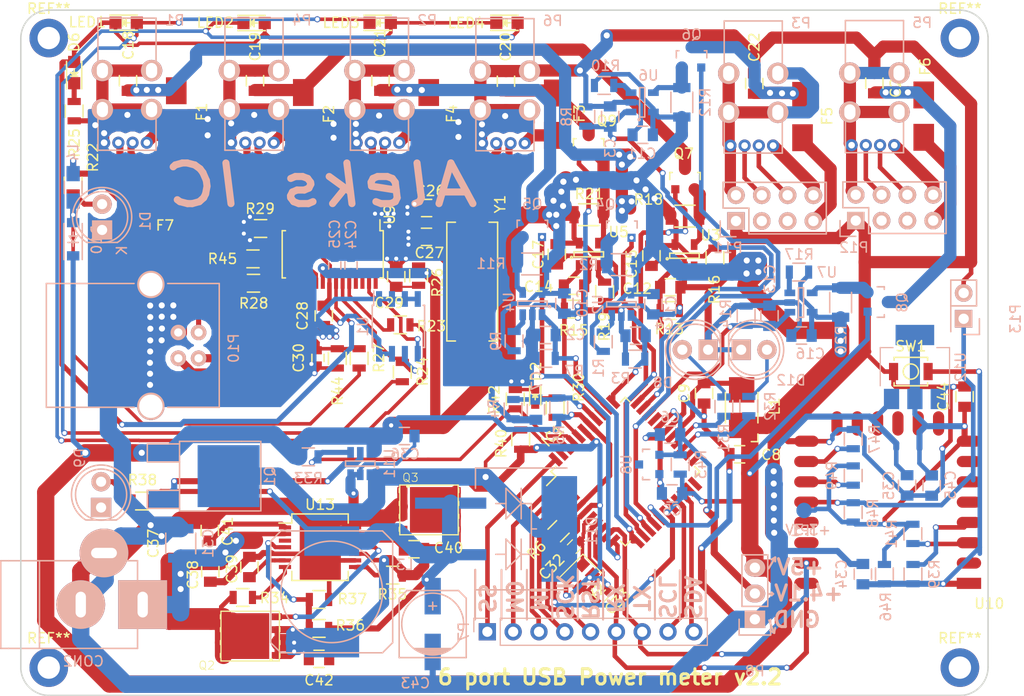
<source format=kicad_pcb>
(kicad_pcb (version 4) (host pcbnew 4.0.7)
  (title_block (date 2016-04-18))
  (layers (0 F.Cu signal) (31 B.Cu signal) (34 B.Paste user) (35 F.Paste user) (36 B.SilkS user) (37 F.SilkS user) (38 B.Mask user) (39 F.Mask user) (44 Edge.Cuts user))
  (net 0 "")
  (net 1 GND)
  (net 2 "Net-(C2-Pad2)")
  (net 3 "Net-(C3-Pad2)")
  (net 4 "Net-(C4-Pad2)")
  (net 5 "Net-(C7-Pad2)")
  (net 6 "Net-(C9-Pad2)")
  (net 7 "Net-(C12-Pad2)")
  (net 8 "Net-(C13-Pad2)")
  (net 9 "Net-(C14-Pad2)")
  (net 10 "Net-(IC1-Pad21)")
  (net 11 "Net-(IC1-Pad22)")
  (net 12 "Net-(IC1-Pad23)")
  (net 13 "Net-(IC1-Pad24)")
  (net 14 "Net-(IC1-Pad30)")
  (net 15 "Net-(IC1-Pad43)")
  (net 16 "Net-(R1-Pad2)")
  (net 17 "Net-(R9-Pad2)")
  (net 18 "Net-(R10-Pad2)")
  (net 19 "Net-(R16-Pad2)")
  (net 20 "Net-(R17-Pad2)")
  (net 21 "Net-(R19-Pad2)")
  (net 22 +5V)
  (net 23 MOSI)
  (net 24 MISO)
  (net 25 SCK)
  (net 26 RXD)
  (net 27 TXD)
  (net 28 SCL)
  (net 29 SDA)
  (net 30 SS)
  (net 31 "Net-(C18-Pad2)")
  (net 32 "Net-(C19-Pad2)")
  (net 33 "Net-(C20-Pad2)")
  (net 34 "Net-(C21-Pad2)")
  (net 35 "Net-(C22-Pad2)")
  (net 36 "Net-(C23-Pad2)")
  (net 37 "Net-(C26-Pad2)")
  (net 38 "Net-(C27-Pad2)")
  (net 39 "Net-(D1-Pad2)")
  (net 40 "Net-(D2-Pad2)")
  (net 41 "Net-(D6-Pad1)")
  (net 42 "Net-(F3-Pad1)")
  (net 43 "Net-(F4-Pad1)")
  (net 44 "Net-(F5-Pad1)")
  (net 45 "Net-(F6-Pad1)")
  (net 46 D1-)
  (net 47 D1+)
  (net 48 D3-)
  (net 49 D3+)
  (net 50 D2-)
  (net 51 D2+)
  (net 52 D4-)
  (net 53 D4+)
  (net 54 "Net-(R23-Pad2)")
  (net 55 "Net-(R28-Pad2)")
  (net 56 "Net-(R29-Pad1)")
  (net 57 "Net-(U9-Pad25)")
  (net 58 "/USB hub/3V3")
  (net 59 D5-)
  (net 60 D5+)
  (net 61 "Net-(Q1-Pad1)")
  (net 62 RST)
  (net 63 "Net-(C39-Pad1)")
  (net 64 "Net-(C40-Pad1)")
  (net 65 "Net-(C40-Pad2)")
  (net 66 "Net-(C41-Pad2)")
  (net 67 "Net-(C42-Pad1)")
  (net 68 "Net-(C42-Pad2)")
  (net 69 "Net-(D8-Pad2)")
  (net 70 "Net-(D9-Pad2)")
  (net 71 USB_P)
  (net 72 "Net-(D12-Pad2)")
  (net 73 "Net-(F7-Pad2)")
  (net 74 "Net-(R34-Pad1)")
  (net 75 "Net-(R35-Pad2)")
  (net 76 "Net-(U13-Pad3)")
  (net 77 "Net-(Q2-Pad4)")
  (net 78 "Net-(Q3-Pad4)")
  (net 79 PB0_40)
  (net 80 PB1_41)
  (net 81 "Net-(C29-Pad1)")
  (net 82 "Net-(C30-Pad2)")
  (net 83 "Net-(D6-Pad2)")
  (net 84 VDD)
  (net 85 "Net-(LED1-Pad2)")
  (net 86 "Net-(LED2-Pad1)")
  (net 87 "/USB hub/LED1")
  (net 88 "Net-(R45-Pad2)")
  (net 89 "Net-(U9-Pad12)")
  (net 90 "Net-(U9-Pad13)")
  (net 91 "/USB hub/TESTJ")
  (net 92 "Net-(U9-Pad28)")
  (net 93 +4.096V)
  (net 94 "Net-(F1-Pad1)")
  (net 95 "Net-(F2-Pad1)")
  (net 96 "Net-(Q4-Pad2)")
  (net 97 "Net-(Q5-Pad2)")
  (net 98 "Net-(Q6-Pad2)")
  (net 99 "Net-(Q7-Pad2)")
  (net 100 "Net-(Q8-Pad2)")
  (net 101 "Net-(Q9-Pad2)")
  (net 102 ST_DC)
  (net 103 ST_USB)
  (net 104 USB_6)
  (net 105 USB_5)
  (net 106 USB_4)
  (net 107 USB_3)
  (net 108 USB_2)
  (net 109 USB_1)
  (net 110 "Net-(P11-Pad5)")
  (net 111 "Net-(P11-Pad3)")
  (net 112 "Net-(P12-Pad5)")
  (net 113 "Net-(P12-Pad3)")
  (net 114 "Net-(P11-Pad4)")
  (net 115 "Net-(P11-Pad6)")
  (net 116 "Net-(P12-Pad4)")
  (net 117 "Net-(P12-Pad6)")
  (net 118 MC_ST)
  (net 119 "Net-(P11-Pad2)")
  (net 120 "Net-(P11-Pad8)")
  (net 121 "Net-(P12-Pad2)")
  (net 122 "Net-(P12-Pad8)")
  (net 123 "Net-(P13-Pad1)")
  (net 124 "Net-(R39-Pad2)")
  (net 125 "Net-(R41-Pad2)")
  (net 126 "Net-(R47-Pad1)")
  (net 127 "Net-(R49-Pad2)")
  (net 128 "Net-(U10-Pad2)")
  (net 129 "Net-(U10-Pad5)")
  (net 130 "Net-(U10-Pad6)")
  (net 131 "Net-(U10-Pad7)")
  (net 132 "Net-(U10-Pad13)")
  (net 133 "Net-(U10-Pad14)")
  (net 134 "Net-(C34-Pad2)")
  (net 135 +3V3)
  (net 136 "Net-(U10-Pad9)")
  (net 137 "Net-(U10-Pad10)")
  (net 138 "Net-(U10-Pad11)")
  (net 139 "Net-(U10-Pad12)")
  (net 140 "Net-(U10-Pad19)")
  (net 141 "Net-(U10-Pad20)")
  (net 142 "Net-(C31-Pad1)")
  (net 143 "Net-(C32-Pad1)")
  (net 144 "Net-(C33-Pad1)")
  (module Mounting_Holes:MountingHole_2.2mm_M2_ISO14580_Pad (layer F.Cu) (at 184.68 113.26)
    (fp_text reference REF** (at 0 -2.9) (layer F.SilkS))
    (fp_text value MountingHole_2.2mm_M2)
    (pad 1 thru_hole circle (at 0 0) (size 3.8 3.8) (drill 2.2) (layers *.Cu *.Mask))
  )
  (module Mounting_Holes:MountingHole_2.2mm_M2_ISO14580_Pad (layer F.Cu) (at 95 51.25)
    (fp_text reference REF** (at 0 -2.9) (layer F.SilkS))
    (fp_text value MountingHole_2.2mm_M2)
    (pad 1 thru_hole circle (at 0 0) (size 3.8 3.8) (drill 2.2) (layers *.Cu *.Mask))
  )
  (module Mounting_Holes:MountingHole_2.2mm_M2_ISO14580_Pad (layer F.Cu) (at 95 113.26)
    (fp_text reference REF** (at 0 -2.9) (layer F.SilkS))
    (fp_text value MountingHole_2.2mm_M2)
    (pad 1 thru_hole circle (at 0 0) (size 3.8 3.8) (drill 2.2) (layers *.Cu *.Mask))
  )
  (module Mounting_Holes:MountingHole_2.2mm_M2_ISO14580_Pad (layer F.Cu) (at 184.68 51.25)
    (fp_text reference REF** (at 0 -2.9) (layer F.SilkS))
    (fp_text value MountingHole_2.2mm_M2)
    (pad 1 thru_hole circle (at 0 0) (size 3.8 3.8) (drill 2.2) (layers *.Cu *.Mask))
  )
  (module Personal:AB2_SON5x6_FET (layer F.Cu) (at 114.825 110.155)
    (fp_text reference Q2 (at -4.275 2.895) (layer F.SilkS) (effects (font (size 0.8128 0.8128) (thickness 0.0762))))
    (fp_text value CSD16342Q5A hide)
    (pad 1 smd rect (at 2.625 1.905) (size 1 0.675) (layers F.Cu F.Paste F.Mask) (net 64 "Net-(C40-Pad1)"))
    (pad 2 smd rect (at 2.625 0.635) (size 1 0.675) (layers F.Cu F.Paste F.Mask) (net 64 "Net-(C40-Pad1)"))
    (pad 3 smd rect (at 2.625 -0.635) (size 1 0.675) (layers F.Cu F.Paste F.Mask) (net 64 "Net-(C40-Pad1)"))
    (pad 4 smd rect (at 2.625 -1.905) (size 1 0.675) (layers F.Cu F.Paste F.Mask) (net 77 "Net-(Q2-Pad4)"))
    (pad 5 smd rect (at -2.625 -1.905) (size 1 0.675) (layers F.Cu F.Paste F.Mask) (net 142 "Net-(C31-Pad1)"))
    (pad 6 smd rect (at -2.625 -0.635) (size 1 0.675) (layers F.Cu F.Paste F.Mask) (net 142 "Net-(C31-Pad1)"))
    (pad 7 smd rect (at -2.625 0.635) (size 1 0.675) (layers F.Cu F.Paste F.Mask) (net 142 "Net-(C31-Pad1)"))
    (pad 8 smd rect (at -2.625 1.905) (size 1 0.675) (layers F.Cu F.Paste F.Mask) (net 142 "Net-(C31-Pad1)"))
    (pad 8 smd rect (at -0.2725 0) (size 4.295 4.51) (layers F.Cu F.Paste F.Mask) (net 142 "Net-(C31-Pad1)"))
  )
  (module USB_A_Vertical:USB_A_Vertical (layer B.Cu) (at 102.55 54.45)
    (fp_text reference P1 (at 4.85 -4.95) (layer B.SilkS) (effects (justify mirror)))
    (fp_text value USB_A)
    (pad 5 thru_hole oval (at -2.27 3.84) (size 2.1 2.1) (drill oval 1.1 1.5) (layers *.Cu *.Mask B.SilkS) (net 1 GND))
    (pad 5 thru_hole oval (at -2.27 0) (size 2.1 2.1) (drill oval 1.1 1.5) (layers *.Cu *.Mask B.SilkS) (net 1 GND))
    (pad 5 thru_hole oval (at 2.57 0) (size 2.1 2.1) (drill oval 1.1 1.5) (layers *.Cu *.Mask B.SilkS) (net 1 GND))
    (pad 1 thru_hole circle (at 2.1 7.11) (size 1.2 1.2) (drill 0.65) (layers *.Cu *.Mask) (net 94 "Net-(F1-Pad1)"))
    (pad 2 thru_hole circle (at 0.7 7.11) (size 1.2 1.2) (drill 0.65) (layers *.Cu *.Mask) (net 46 D1-))
    (pad 3 thru_hole circle (at -0.7 7.11) (size 1.2 1.2) (drill 0.65) (layers *.Cu *.Mask) (net 47 D1+))
    (pad 5 thru_hole oval (at 2.57 3.84) (size 2.1 2.1) (drill oval 1.1 1.5) (layers *.Cu *.Mask B.SilkS) (net 1 GND))
    (pad 4 thru_hole circle (at -2.1 7.11) (size 1.2 1.2) (drill 0.65) (layers *.Cu *.Mask) (net 1 GND))
  )
  (module USB_A_Vertical:USB_A_Vertical (layer B.Cu) (at 115.05 54.45)
    (fp_text reference P4 (at 4.85 -4.95) (layer B.SilkS) (effects (justify mirror)))
    (fp_text value USB_A)
    (pad 5 thru_hole oval (at -2.27 3.84) (size 2.1 2.1) (drill oval 1.1 1.5) (layers *.Cu *.Mask B.SilkS) (net 1 GND))
    (pad 5 thru_hole oval (at -2.27 0) (size 2.1 2.1) (drill oval 1.1 1.5) (layers *.Cu *.Mask B.SilkS) (net 1 GND))
    (pad 5 thru_hole oval (at 2.57 0) (size 2.1 2.1) (drill oval 1.1 1.5) (layers *.Cu *.Mask B.SilkS) (net 1 GND))
    (pad 1 thru_hole circle (at 2.1 7.11) (size 1.2 1.2) (drill 0.65) (layers *.Cu *.Mask) (net 95 "Net-(F2-Pad1)"))
    (pad 2 thru_hole circle (at 0.7 7.11) (size 1.2 1.2) (drill 0.65) (layers *.Cu *.Mask) (net 50 D2-))
    (pad 3 thru_hole circle (at -0.7 7.11) (size 1.2 1.2) (drill 0.65) (layers *.Cu *.Mask) (net 51 D2+))
    (pad 5 thru_hole oval (at 2.57 3.84) (size 2.1 2.1) (drill oval 1.1 1.5) (layers *.Cu *.Mask B.SilkS) (net 1 GND))
    (pad 4 thru_hole circle (at -2.1 7.11) (size 1.2 1.2) (drill 0.65) (layers *.Cu *.Mask) (net 1 GND))
  )
  (module Resistors_SMD:R_1206 (layer F.Cu) (at 148.15 68.65)
    (fp_text reference R21 (at 0.06 -2.05) (layer F.SilkS))
    (fp_text value 0.02R)
    (pad 1 smd rect (at -1.45 0) (size 0.9 1.7) (layers F.Cu F.Paste F.Mask) (net 22 +5V))
    (pad 2 smd rect (at 1.45 0) (size 0.9 1.7) (layers F.Cu F.Paste F.Mask) (net 101 "Net-(Q9-Pad2)"))
  )
  (module Buttons_Switches_SMD:SW_SPST_B3U-1000P (layer F.Cu) (at 179.85 84.1)
    (fp_text reference SW1 (at 0 -2.5) (layer F.SilkS))
    (fp_text value Reset)
    (pad 1 smd rect (at -1.7 0) (size 0.9 1.7) (layers F.Cu F.Paste F.Mask) (net 1 GND))
    (pad 2 smd rect (at 1.7 0) (size 0.9 1.7) (layers F.Cu F.Paste F.Mask) (net 134 "Net-(C34-Pad2)"))
  )
  (module ESP8266:ESP-12E (layer F.Cu) (at 185.57 104.96 180)
    (fp_text reference U10 (at -2 -2 180) (layer F.SilkS))
    (fp_text value ESP-07v2)
    (pad 9 smd oval (at 2.99 15.75 270) (size 2.4 1.1) (layers F.Cu F.Paste F.Mask) (net 136 "Net-(U10-Pad9)"))
    (pad 10 smd oval (at 4.99 15.75 270) (size 2.4 1.1) (layers F.Cu F.Paste F.Mask) (net 137 "Net-(U10-Pad10)"))
    (pad 11 smd oval (at 6.99 15.75 270) (size 2.4 1.1) (layers F.Cu F.Paste F.Mask) (net 138 "Net-(U10-Pad11)"))
    (pad 12 smd oval (at 8.99 15.75 270) (size 2.4 1.1) (layers F.Cu F.Paste F.Mask) (net 139 "Net-(U10-Pad12)"))
    (pad 13 smd oval (at 10.99 15.75 270) (size 2.4 1.1) (layers F.Cu F.Paste F.Mask) (net 132 "Net-(U10-Pad13)"))
    (pad 14 smd oval (at 12.99 15.75 270) (size 2.4 1.1) (layers F.Cu F.Paste F.Mask) (net 133 "Net-(U10-Pad14)"))
    (pad 1 smd rect (at 0 0 180) (size 2.4 1.1) (layers F.Cu F.Paste F.Mask) (net 134 "Net-(C34-Pad2)"))
    (pad 2 smd oval (at 0 2 180) (size 2.4 1.1) (layers F.Cu F.Paste F.Mask) (net 128 "Net-(U10-Pad2)"))
    (pad 3 smd oval (at 0 4 180) (size 2.4 1.1) (layers F.Cu F.Paste F.Mask) (net 125 "Net-(R41-Pad2)"))
    (pad 4 smd oval (at 0 6 180) (size 2.4 1.1) (layers F.Cu F.Paste F.Mask) (net 124 "Net-(R39-Pad2)"))
    (pad 5 smd oval (at 0 8 180) (size 2.4 1.1) (layers F.Cu F.Paste F.Mask) (net 129 "Net-(U10-Pad5)"))
    (pad 6 smd oval (at 0 10 180) (size 2.4 1.1) (layers F.Cu F.Paste F.Mask) (net 130 "Net-(U10-Pad6)"))
    (pad 7 smd oval (at 0 12 180) (size 2.4 1.1) (layers F.Cu F.Paste F.Mask) (net 131 "Net-(U10-Pad7)"))
    (pad 8 smd oval (at 0 14 180) (size 2.4 1.1) (layers F.Cu F.Paste F.Mask) (net 135 +3V3))
    (pad 15 smd oval (at 16 14 180) (size 2.4 1.1) (layers F.Cu F.Paste F.Mask) (net 1 GND))
    (pad 16 smd oval (at 16 12 180) (size 2.4 1.1) (layers F.Cu F.Paste F.Mask) (net 126 "Net-(R47-Pad1)"))
    (pad 17 smd oval (at 16 10 180) (size 2.4 1.1) (layers F.Cu F.Paste F.Mask) (net 127 "Net-(R49-Pad2)"))
    (pad 18 smd oval (at 16 8 180) (size 2.4 1.1) (layers F.Cu F.Paste F.Mask) (net 123 "Net-(P13-Pad1)"))
    (pad 19 smd oval (at 16 6 180) (size 2.4 1.1) (layers F.Cu F.Paste F.Mask) (net 140 "Net-(U10-Pad19)"))
    (pad 20 smd oval (at 16 4 180) (size 2.4 1.1) (layers F.Cu F.Paste F.Mask) (net 141 "Net-(U10-Pad20)"))
    (pad 21 smd oval (at 16 2 180) (size 2.4 1.1) (layers F.Cu F.Paste F.Mask) (net 27 TXD))
    (pad 22 smd oval (at 16 0 180) (size 2.4 1.1) (layers F.Cu F.Paste F.Mask) (net 26 RXD))
  )
  (module Resistors_SMD:R_0805 (layer F.Cu) (at 145.178249 99.821751 225)
    (fp_text reference R6 (at 2.847164 0.190919 225) (layer F.SilkS))
    (fp_text value 10K)
    (pad 1 smd rect (at -0.95 0 225) (size 0.7 1.3) (layers F.Cu F.Paste F.Mask) (net 22 +5V))
    (pad 2 smd rect (at 0.95 0 225) (size 0.7 1.3) (layers F.Cu F.Paste F.Mask) (net 62 RST))
  )
  (module Capacitors_SMD:c_elec_6.3x7.7 (layer B.Cu) (at 132.79 108.96918 90)
    (fp_text reference C43 (at -5.82082 -1.71 180) (layer B.SilkS) (effects (justify mirror)))
    (fp_text value 220uF)
    (pad 1 smd rect (at 2.75082 0 90) (size 3.59918 1.6002) (layers B.Cu B.Paste B.Mask) (net 67 "Net-(C42-Pad1)"))
    (pad 2 smd rect (at -2.75082 0 90) (size 3.59918 1.6002) (layers B.Cu B.Paste B.Mask) (net 1 GND))
  )
  (module Capacitors_SMD:C_0805 (layer F.Cu) (at 164.44 55.73 270)
    (fp_text reference C22 (at -3.57 0 270) (layer F.SilkS))
    (fp_text value 10uF)
    (pad 1 smd rect (at -1 0 270) (size 1 1.25) (layers F.Cu F.Paste F.Mask) (net 1 GND))
    (pad 2 smd rect (at 1 0 270) (size 1 1.25) (layers F.Cu F.Paste F.Mask) (net 35 "Net-(C22-Pad2)"))
  )
  (module Fuse_Holders_and_Fuses:Fuse_SMD1206_HandSoldering (layer F.Cu) (at 169.19 58.98 90)
    (fp_text reference F5 (at 0.04 2.42 90) (layer F.SilkS))
    (fp_text value F_Small)
    (pad 1 smd rect (at -2.08534 0 180) (size 2.02946 2.65176) (layers F.Cu F.Paste F.Mask) (net 44 "Net-(F5-Pad1)"))
    (pad 2 smd rect (at 2.08534 0 180) (size 2.02946 2.65176) (layers F.Cu F.Paste F.Mask) (net 35 "Net-(C22-Pad2)"))
  )
  (module Housings_QFP:TQFP-44_10x10mm_Pitch0.8mm (layer F.Cu) (at 151.75 93.95 45)
    (fp_text reference IC1 (at -2.545584 -7.566043 45) (layer F.SilkS))
    (fp_text value ATmega644-20AU)
    (pad 1 smd rect (at -5.7 -4 45) (size 1.5 0.55) (layers F.Cu F.Paste F.Mask) (net 23 MOSI))
    (pad 2 smd rect (at -5.7 -3.2 45) (size 1.5 0.55) (layers F.Cu F.Paste F.Mask) (net 24 MISO))
    (pad 3 smd rect (at -5.7 -2.4 45) (size 1.5 0.55) (layers F.Cu F.Paste F.Mask) (net 25 SCK))
    (pad 4 smd rect (at -5.7 -1.6 45) (size 1.5 0.55) (layers F.Cu F.Paste F.Mask) (net 62 RST))
    (pad 5 smd rect (at -5.7 -0.8 45) (size 1.5 0.55) (layers F.Cu F.Paste F.Mask) (net 22 +5V))
    (pad 6 smd rect (at -5.7 0 45) (size 1.5 0.55) (layers F.Cu F.Paste F.Mask) (net 1 GND))
    (pad 7 smd rect (at -5.7 0.8 45) (size 1.5 0.55) (layers F.Cu F.Paste F.Mask) (net 143 "Net-(C32-Pad1)"))
    (pad 8 smd rect (at -5.7 1.6 45) (size 1.5 0.55) (layers F.Cu F.Paste F.Mask) (net 144 "Net-(C33-Pad1)"))
    (pad 9 smd rect (at -5.7 2.4 45) (size 1.5 0.55) (layers F.Cu F.Paste F.Mask) (net 26 RXD))
    (pad 10 smd rect (at -5.7 3.2 45) (size 1.5 0.55) (layers F.Cu F.Paste F.Mask) (net 27 TXD))
    (pad 11 smd rect (at -5.7 4 45) (size 1.5 0.55) (layers F.Cu F.Paste F.Mask) (net 107 USB_3))
    (pad 12 smd rect (at -4 5.7 135) (size 1.5 0.55) (layers F.Cu F.Paste F.Mask) (net 106 USB_4))
    (pad 13 smd rect (at -3.2 5.7 135) (size 1.5 0.55) (layers F.Cu F.Paste F.Mask) (net 109 USB_1))
    (pad 14 smd rect (at -2.4 5.7 135) (size 1.5 0.55) (layers F.Cu F.Paste F.Mask) (net 108 USB_2))
    (pad 15 smd rect (at -1.6 5.7 135) (size 1.5 0.55) (layers F.Cu F.Paste F.Mask) (net 105 USB_5))
    (pad 16 smd rect (at -0.8 5.7 135) (size 1.5 0.55) (layers F.Cu F.Paste F.Mask) (net 104 USB_6))
    (pad 17 smd rect (at 0 5.7 135) (size 1.5 0.55) (layers F.Cu F.Paste F.Mask) (net 22 +5V))
    (pad 18 smd rect (at 0.8 5.7 135) (size 1.5 0.55) (layers F.Cu F.Paste F.Mask) (net 1 GND))
    (pad 19 smd rect (at 1.6 5.7 135) (size 1.5 0.55) (layers F.Cu F.Paste F.Mask) (net 28 SCL))
    (pad 20 smd rect (at 2.4 5.7 135) (size 1.5 0.55) (layers F.Cu F.Paste F.Mask) (net 29 SDA))
    (pad 21 smd rect (at 3.2 5.7 135) (size 1.5 0.55) (layers F.Cu F.Paste F.Mask) (net 10 "Net-(IC1-Pad21)"))
    (pad 22 smd rect (at 4 5.7 135) (size 1.5 0.55) (layers F.Cu F.Paste F.Mask) (net 11 "Net-(IC1-Pad22)"))
    (pad 23 smd rect (at 5.7 4 45) (size 1.5 0.55) (layers F.Cu F.Paste F.Mask) (net 12 "Net-(IC1-Pad23)"))
    (pad 24 smd rect (at 5.7 3.2 45) (size 1.5 0.55) (layers F.Cu F.Paste F.Mask) (net 13 "Net-(IC1-Pad24)"))
    (pad 25 smd rect (at 5.7 2.4 45) (size 1.5 0.55) (layers F.Cu F.Paste F.Mask) (net 103 ST_USB))
    (pad 26 smd rect (at 5.7 1.6 45) (size 1.5 0.55) (layers F.Cu F.Paste F.Mask) (net 102 ST_DC))
    (pad 27 smd rect (at 5.7 0.8 45) (size 1.5 0.55) (layers F.Cu F.Paste F.Mask) (net 6 "Net-(C9-Pad2)"))
    (pad 28 smd rect (at 5.7 0 45) (size 1.5 0.55) (layers F.Cu F.Paste F.Mask) (net 1 GND))
    (pad 29 smd rect (at 5.7 -0.8 45) (size 1.5 0.55) (layers F.Cu F.Paste F.Mask) (net 93 +4.096V))
    (pad 30 smd rect (at 5.7 -1.6 45) (size 1.5 0.55) (layers F.Cu F.Paste F.Mask) (net 14 "Net-(IC1-Pad30)"))
    (pad 31 smd rect (at 5.7 -2.4 45) (size 1.5 0.55) (layers F.Cu F.Paste F.Mask) (net 8 "Net-(C13-Pad2)"))
    (pad 32 smd rect (at 5.7 -3.2 45) (size 1.5 0.55) (layers F.Cu F.Paste F.Mask) (net 3 "Net-(C3-Pad2)"))
    (pad 33 smd rect (at 5.7 -4 45) (size 1.5 0.55) (layers F.Cu F.Paste F.Mask) (net 7 "Net-(C12-Pad2)"))
    (pad 34 smd rect (at 4 -5.7 135) (size 1.5 0.55) (layers F.Cu F.Paste F.Mask) (net 4 "Net-(C4-Pad2)"))
    (pad 35 smd rect (at 3.2 -5.7 135) (size 1.5 0.55) (layers F.Cu F.Paste F.Mask) (net 2 "Net-(C2-Pad2)"))
    (pad 36 smd rect (at 2.4 -5.7 135) (size 1.5 0.55) (layers F.Cu F.Paste F.Mask) (net 9 "Net-(C14-Pad2)"))
    (pad 37 smd rect (at 1.6 -5.7 135) (size 1.5 0.55) (layers F.Cu F.Paste F.Mask) (net 5 "Net-(C7-Pad2)"))
    (pad 38 smd rect (at 0.8 -5.7 135) (size 1.5 0.55) (layers F.Cu F.Paste F.Mask) (net 22 +5V))
    (pad 39 smd rect (at 0 -5.7 135) (size 1.5 0.55) (layers F.Cu F.Paste F.Mask) (net 1 GND))
    (pad 40 smd rect (at -0.8 -5.7 135) (size 1.5 0.55) (layers F.Cu F.Paste F.Mask) (net 118 MC_ST))
    (pad 41 smd rect (at -1.6 -5.7 135) (size 1.5 0.55) (layers F.Cu F.Paste F.Mask) (net 79 PB0_40))
    (pad 42 smd rect (at -2.4 -5.7 135) (size 1.5 0.55) (layers F.Cu F.Paste F.Mask) (net 80 PB1_41))
    (pad 43 smd rect (at -3.2 -5.7 135) (size 1.5 0.55) (layers F.Cu F.Paste F.Mask) (net 15 "Net-(IC1-Pad43)"))
    (pad 44 smd rect (at -4 -5.7 135) (size 1.5 0.55) (layers F.Cu F.Paste F.Mask) (net 30 SS))
  )
  (module Resistors_SMD:R_1206 (layer B.Cu) (at 172.94 77.3 90)
    (fp_text reference R20 (at -3.69 0.04 90) (layer B.SilkS) (effects (justify mirror)))
    (fp_text value 0.02R)
    (pad 1 smd rect (at -1.45 0 90) (size 0.9 1.7) (layers B.Cu B.Paste B.Mask) (net 22 +5V))
    (pad 2 smd rect (at 1.45 0 90) (size 0.9 1.7) (layers B.Cu B.Paste B.Mask) (net 100 "Net-(Q8-Pad2)"))
  )
  (module Resistors_SMD:R_0805 (layer B.Cu) (at 149.58 81.16 90)
    (fp_text reference R1 (at -2.59 -0.46 90) (layer B.SilkS) (effects (justify mirror)))
    (fp_text value 100R)
    (pad 1 smd rect (at -0.95 0 90) (size 0.7 1.3) (layers B.Cu B.Paste B.Mask) (net 22 +5V))
    (pad 2 smd rect (at 0.95 0 90) (size 0.7 1.3) (layers B.Cu B.Paste B.Mask) (net 16 "Net-(R1-Pad2)"))
  )
  (module Resistors_SMD:R_0805 (layer B.Cu) (at 149.66 55.92)
    (fp_text reference R10 (at 0.15 -1.95) (layer B.SilkS) (effects (justify mirror)))
    (fp_text value 100R)
    (pad 1 smd rect (at -0.95 0) (size 0.7 1.3) (layers B.Cu B.Paste B.Mask) (net 22 +5V))
    (pad 2 smd rect (at 0.95 0) (size 0.7 1.3) (layers B.Cu B.Paste B.Mask) (net 18 "Net-(R10-Pad2)"))
  )
  (module Resistors_SMD:R_1206 (layer B.Cu) (at 157.31 57.58 90)
    (fp_text reference R12 (at 0 2.3 90) (layer B.SilkS) (effects (justify mirror)))
    (fp_text value 0.02R)
    (pad 1 smd rect (at -1.45 0 90) (size 0.9 1.7) (layers B.Cu B.Paste B.Mask) (net 22 +5V))
    (pad 2 smd rect (at 1.45 0 90) (size 0.9 1.7) (layers B.Cu B.Paste B.Mask) (net 98 "Net-(Q6-Pad2)"))
  )
  (module Capacitors_SMD:C_0805 (layer B.Cu) (at 165.94 78.6 270)
    (fp_text reference C13 (at -3.62 -0.03 270) (layer B.SilkS) (effects (justify mirror)))
    (fp_text value 1n)
    (pad 1 smd rect (at -1 0 270) (size 1 1.25) (layers B.Cu B.Paste B.Mask) (net 1 GND))
    (pad 2 smd rect (at 1 0 270) (size 1 1.25) (layers B.Cu B.Paste B.Mask) (net 8 "Net-(C13-Pad2)"))
  )
  (module Capacitors_SMD:C_0805 (layer B.Cu) (at 169.09 80.55)
    (fp_text reference C16 (at 0.87 1.79) (layer B.SilkS) (effects (justify mirror)))
    (fp_text value 100n)
    (pad 1 smd rect (at -1 0) (size 1 1.25) (layers B.Cu B.Paste B.Mask) (net 1 GND))
    (pad 2 smd rect (at 1 0) (size 1 1.25) (layers B.Cu B.Paste B.Mask) (net 22 +5V))
  )
  (module TO_SOT_Packages_SMD:SOT-23-5 (layer B.Cu) (at 169.04 77.3)
    (fp_text reference U7 (at 2.56 -2.97) (layer B.SilkS) (effects (justify mirror)))
    (fp_text value LT6106)
    (pad 1 smd rect (at -1.1 0.95) (size 1.06 0.65) (layers B.Cu B.Paste B.Mask) (net 8 "Net-(C13-Pad2)"))
    (pad 2 smd rect (at -1.1 0) (size 1.06 0.65) (layers B.Cu B.Paste B.Mask) (net 1 GND))
    (pad 3 smd rect (at -1.1 -0.95) (size 1.06 0.65) (layers B.Cu B.Paste B.Mask) (net 20 "Net-(R17-Pad2)"))
    (pad 4 smd rect (at 1.1 -0.95) (size 1.06 0.65) (layers B.Cu B.Paste B.Mask) (net 100 "Net-(Q8-Pad2)"))
    (pad 5 smd rect (at 1.1 0.95) (size 1.06 0.65) (layers B.Cu B.Paste B.Mask) (net 22 +5V))
  )
  (module Resistors_SMD:R_0805 (layer B.Cu) (at 168.84 74.3 180)
    (fp_text reference R17 (at -0.02 1.74 180) (layer B.SilkS) (effects (justify mirror)))
    (fp_text value 100R)
    (pad 1 smd rect (at -0.95 0 180) (size 0.7 1.3) (layers B.Cu B.Paste B.Mask) (net 22 +5V))
    (pad 2 smd rect (at 0.95 0 180) (size 0.7 1.3) (layers B.Cu B.Paste B.Mask) (net 20 "Net-(R17-Pad2)"))
  )
  (module Resistors_SMD:R_0805 (layer B.Cu) (at 163.64 78.6 270)
    (fp_text reference R14 (at -0.2 2 270) (layer B.SilkS) (effects (justify mirror)))
    (fp_text value 10K)
    (pad 1 smd rect (at -0.95 0 270) (size 0.7 1.3) (layers B.Cu B.Paste B.Mask) (net 1 GND))
    (pad 2 smd rect (at 0.95 0 270) (size 0.7 1.3) (layers B.Cu B.Paste B.Mask) (net 8 "Net-(C13-Pad2)"))
  )
  (module Resistors_SMD:R_0805 (layer B.Cu) (at 152.71 82.87)
    (fp_text reference R3 (at -1.43 1.89) (layer B.SilkS) (effects (justify mirror)))
    (fp_text value 10K)
    (pad 1 smd rect (at -0.95 0) (size 0.7 1.3) (layers B.Cu B.Paste B.Mask) (net 1 GND))
    (pad 2 smd rect (at 0.95 0) (size 0.7 1.3) (layers B.Cu B.Paste B.Mask) (net 4 "Net-(C4-Pad2)"))
  )
  (module Capacitors_SMD:C_0805 (layer B.Cu) (at 150.26 58.98 270)
    (fp_text reference C3 (at 3.11 -0.01 270) (layer B.SilkS) (effects (justify mirror)))
    (fp_text value 1n)
    (pad 1 smd rect (at -1 0 270) (size 1 1.25) (layers B.Cu B.Paste B.Mask) (net 1 GND))
    (pad 2 smd rect (at 1 0 270) (size 1 1.25) (layers B.Cu B.Paste B.Mask) (net 3 "Net-(C3-Pad2)"))
  )
  (module TO_SOT_Packages_SMD:SOT-23-5 (layer B.Cu) (at 153.41 57.58)
    (fp_text reference U6 (at 0.62 -2.65) (layer B.SilkS) (effects (justify mirror)))
    (fp_text value LT6106)
    (pad 1 smd rect (at -1.1 0.95) (size 1.06 0.65) (layers B.Cu B.Paste B.Mask) (net 3 "Net-(C3-Pad2)"))
    (pad 2 smd rect (at -1.1 0) (size 1.06 0.65) (layers B.Cu B.Paste B.Mask) (net 1 GND))
    (pad 3 smd rect (at -1.1 -0.95) (size 1.06 0.65) (layers B.Cu B.Paste B.Mask) (net 18 "Net-(R10-Pad2)"))
    (pad 4 smd rect (at 1.1 -0.95) (size 1.06 0.65) (layers B.Cu B.Paste B.Mask) (net 98 "Net-(Q6-Pad2)"))
    (pad 5 smd rect (at 1.1 0.95) (size 1.06 0.65) (layers B.Cu B.Paste B.Mask) (net 22 +5V))
  )
  (module Capacitors_SMD:C_0805 (layer B.Cu) (at 152.76 80.57)
    (fp_text reference C4 (at 2.82 -1.12) (layer B.SilkS) (effects (justify mirror)))
    (fp_text value 1n)
    (pad 1 smd rect (at -1 0) (size 1 1.25) (layers B.Cu B.Paste B.Mask) (net 1 GND))
    (pad 2 smd rect (at 1 0) (size 1 1.25) (layers B.Cu B.Paste B.Mask) (net 4 "Net-(C4-Pad2)"))
  )
  (module TO_SOT_Packages_SMD:SOT-23-5 (layer B.Cu) (at 151.36 77.47 90)
    (fp_text reference U2 (at -0.01 -2.29 270) (layer B.SilkS) (effects (justify mirror)))
    (fp_text value LT6106)
    (pad 1 smd rect (at -1.1 0.95 90) (size 1.06 0.65) (layers B.Cu B.Paste B.Mask) (net 4 "Net-(C4-Pad2)"))
    (pad 2 smd rect (at -1.1 0 90) (size 1.06 0.65) (layers B.Cu B.Paste B.Mask) (net 1 GND))
    (pad 3 smd rect (at -1.1 -0.95 90) (size 1.06 0.65) (layers B.Cu B.Paste B.Mask) (net 16 "Net-(R1-Pad2)"))
    (pad 4 smd rect (at 1.1 -0.95 90) (size 1.06 0.65) (layers B.Cu B.Paste B.Mask) (net 96 "Net-(Q4-Pad2)"))
    (pad 5 smd rect (at 1.1 0.95 90) (size 1.06 0.65) (layers B.Cu B.Paste B.Mask) (net 22 +5V))
  )
  (module Resistors_SMD:R_0805 (layer B.Cu) (at 147.86 58.98 270)
    (fp_text reference R8 (at 0.02 1.89 270) (layer B.SilkS) (effects (justify mirror)))
    (fp_text value 10K)
    (pad 1 smd rect (at -0.95 0 270) (size 0.7 1.3) (layers B.Cu B.Paste B.Mask) (net 1 GND))
    (pad 2 smd rect (at 0.95 0 270) (size 0.7 1.3) (layers B.Cu B.Paste B.Mask) (net 3 "Net-(C3-Pad2)"))
  )
  (module Capacitors_SMD:C_0805 (layer F.Cu) (at 146.7 75.65 180)
    (fp_text reference C14 (at 3.47 -0.09 180) (layer F.SilkS))
    (fp_text value 1n)
    (pad 1 smd rect (at -1 0 180) (size 1 1.25) (layers F.Cu F.Paste F.Mask) (net 1 GND))
    (pad 2 smd rect (at 1 0 180) (size 1 1.25) (layers F.Cu F.Paste F.Mask) (net 9 "Net-(C14-Pad2)"))
  )
  (module Resistors_SMD:R_0805 (layer B.Cu) (at 143.9 82.8)
    (fp_text reference R7 (at 2.82 1.25) (layer B.SilkS) (effects (justify mirror)))
    (fp_text value 10K)
    (pad 1 smd rect (at -0.95 0) (size 0.7 1.3) (layers B.Cu B.Paste B.Mask) (net 1 GND))
    (pad 2 smd rect (at 0.95 0) (size 0.7 1.3) (layers B.Cu B.Paste B.Mask) (net 2 "Net-(C2-Pad2)"))
  )
  (module Capacitors_SMD:C_0805 (layer B.Cu) (at 145.75 77.4 90)
    (fp_text reference C10 (at 0.06 1.77 90) (layer B.SilkS) (effects (justify mirror)))
    (fp_text value 100n)
    (pad 1 smd rect (at -1 0 90) (size 1 1.25) (layers B.Cu B.Paste B.Mask) (net 1 GND))
    (pad 2 smd rect (at 1 0 90) (size 1 1.25) (layers B.Cu B.Paste B.Mask) (net 22 +5V))
  )
  (module TO_SOT_Packages_SMD:SOT-23-5 (layer F.Cu) (at 148.15 72.55 90)
    (fp_text reference U5 (at 2.2 2.94 180) (layer F.SilkS))
    (fp_text value LT6106)
    (pad 1 smd rect (at -1.1 -0.95 90) (size 1.06 0.65) (layers F.Cu F.Paste F.Mask) (net 9 "Net-(C14-Pad2)"))
    (pad 2 smd rect (at -1.1 0 90) (size 1.06 0.65) (layers F.Cu F.Paste F.Mask) (net 1 GND))
    (pad 3 smd rect (at -1.1 0.95 90) (size 1.06 0.65) (layers F.Cu F.Paste F.Mask) (net 21 "Net-(R19-Pad2)"))
    (pad 4 smd rect (at 1.1 0.95 90) (size 1.06 0.65) (layers F.Cu F.Paste F.Mask) (net 101 "Net-(Q9-Pad2)"))
    (pad 5 smd rect (at 1.1 -0.95 90) (size 1.06 0.65) (layers F.Cu F.Paste F.Mask) (net 22 +5V))
  )
  (module Resistors_SMD:R_0805 (layer B.Cu) (at 140.8 81.1 90)
    (fp_text reference R9 (at 0 -1.77 90) (layer B.SilkS) (effects (justify mirror)))
    (fp_text value 100R)
    (pad 1 smd rect (at -0.95 0 90) (size 0.7 1.3) (layers B.Cu B.Paste B.Mask) (net 22 +5V))
    (pad 2 smd rect (at 0.95 0 90) (size 0.7 1.3) (layers B.Cu B.Paste B.Mask) (net 17 "Net-(R9-Pad2)"))
  )
  (module TO_SOT_Packages_SMD:SOT-23-5 (layer F.Cu) (at 157.57 72.69 90)
    (fp_text reference U3 (at 2.02 2.58 180) (layer F.SilkS))
    (fp_text value LT6106)
    (pad 1 smd rect (at -1.1 -0.95 90) (size 1.06 0.65) (layers F.Cu F.Paste F.Mask) (net 7 "Net-(C12-Pad2)"))
    (pad 2 smd rect (at -1.1 0 90) (size 1.06 0.65) (layers F.Cu F.Paste F.Mask) (net 1 GND))
    (pad 3 smd rect (at -1.1 0.95 90) (size 1.06 0.65) (layers F.Cu F.Paste F.Mask) (net 19 "Net-(R16-Pad2)"))
    (pad 4 smd rect (at 1.1 0.95 90) (size 1.06 0.65) (layers F.Cu F.Paste F.Mask) (net 99 "Net-(Q7-Pad2)"))
    (pad 5 smd rect (at 1.1 -0.95 90) (size 1.06 0.65) (layers F.Cu F.Paste F.Mask) (net 22 +5V))
  )
  (module Resistors_SMD:R_0805 (layer F.Cu) (at 160.57 72.89 270)
    (fp_text reference R16 (at 3.13 0.05 270) (layer F.SilkS))
    (fp_text value 100R)
    (pad 1 smd rect (at -0.95 0 270) (size 0.7 1.3) (layers F.Cu F.Paste F.Mask) (net 22 +5V))
    (pad 2 smd rect (at 0.95 0 270) (size 0.7 1.3) (layers F.Cu F.Paste F.Mask) (net 19 "Net-(R16-Pad2)"))
  )
  (module Resistors_SMD:R_1206 (layer B.Cu) (at 142.55 73.5 180)
    (fp_text reference R11 (at 4.02 0.03 180) (layer B.SilkS) (effects (justify mirror)))
    (fp_text value 0.02R)
    (pad 1 smd rect (at -1.45 0 180) (size 0.9 1.7) (layers B.Cu B.Paste B.Mask) (net 22 +5V))
    (pad 2 smd rect (at 1.45 0 180) (size 0.9 1.7) (layers B.Cu B.Paste B.Mask) (net 97 "Net-(Q5-Pad2)"))
  )
  (module TO_SOT_Packages_SMD:SOT-23-5 (layer B.Cu) (at 142.6 77.4 90)
    (fp_text reference U4 (at 0.14 -2.31 90) (layer B.SilkS) (effects (justify mirror)))
    (fp_text value LT6106)
    (pad 1 smd rect (at -1.1 0.95 90) (size 1.06 0.65) (layers B.Cu B.Paste B.Mask) (net 2 "Net-(C2-Pad2)"))
    (pad 2 smd rect (at -1.1 0 90) (size 1.06 0.65) (layers B.Cu B.Paste B.Mask) (net 1 GND))
    (pad 3 smd rect (at -1.1 -0.95 90) (size 1.06 0.65) (layers B.Cu B.Paste B.Mask) (net 17 "Net-(R9-Pad2)"))
    (pad 4 smd rect (at 1.1 -0.95 90) (size 1.06 0.65) (layers B.Cu B.Paste B.Mask) (net 97 "Net-(Q5-Pad2)"))
    (pad 5 smd rect (at 1.1 0.95 90) (size 1.06 0.65) (layers B.Cu B.Paste B.Mask) (net 22 +5V))
  )
  (module Capacitors_SMD:C_0805 (layer F.Cu) (at 154.32 72.69 90)
    (fp_text reference C15 (at -0.81 -1.95 90) (layer F.SilkS))
    (fp_text value 100n)
    (pad 1 smd rect (at -1 0 90) (size 1 1.25) (layers F.Cu F.Paste F.Mask) (net 1 GND))
    (pad 2 smd rect (at 1 0 90) (size 1 1.25) (layers F.Cu F.Paste F.Mask) (net 22 +5V))
  )
  (module Resistors_SMD:R_1206 (layer F.Cu) (at 157.62 68.79)
    (fp_text reference R18 (at -3.6 -1.64) (layer F.SilkS))
    (fp_text value 0.02R)
    (pad 1 smd rect (at -1.45 0) (size 0.9 1.7) (layers F.Cu F.Paste F.Mask) (net 22 +5V))
    (pad 2 smd rect (at 1.45 0) (size 0.9 1.7) (layers F.Cu F.Paste F.Mask) (net 99 "Net-(Q7-Pad2)"))
  )
  (module Capacitors_SMD:C_0805 (layer B.Cu) (at 143.9 80.5)
    (fp_text reference C2 (at 2.96 -0.02) (layer B.SilkS) (effects (justify mirror)))
    (fp_text value 1n)
    (pad 1 smd rect (at -1 0) (size 1 1.25) (layers B.Cu B.Paste B.Mask) (net 1 GND))
    (pad 2 smd rect (at 1 0) (size 1 1.25) (layers B.Cu B.Paste B.Mask) (net 2 "Net-(C2-Pad2)"))
  )
  (module Resistors_SMD:R_0805 (layer F.Cu) (at 146.7 77.95 180)
    (fp_text reference R15 (at 0.04 -2.09 360) (layer F.SilkS))
    (fp_text value 10K)
    (pad 1 smd rect (at -0.95 0 180) (size 0.7 1.3) (layers F.Cu F.Paste F.Mask) (net 1 GND))
    (pad 2 smd rect (at 0.95 0 180) (size 0.7 1.3) (layers F.Cu F.Paste F.Mask) (net 9 "Net-(C14-Pad2)"))
  )
  (module Capacitors_SMD:C_0805 (layer B.Cu) (at 153.46 60.78)
    (fp_text reference C11 (at -0.1 1.85) (layer B.SilkS) (effects (justify mirror)))
    (fp_text value 100n)
    (pad 1 smd rect (at -1 0) (size 1 1.25) (layers B.Cu B.Paste B.Mask) (net 1 GND))
    (pad 2 smd rect (at 1 0) (size 1 1.25) (layers B.Cu B.Paste B.Mask) (net 22 +5V))
  )
  (module Resistors_SMD:R_1206 (layer B.Cu) (at 151.36 73.57 180)
    (fp_text reference R2 (at 3.23 -0.01 180) (layer B.SilkS) (effects (justify mirror)))
    (fp_text value 0.02R)
    (pad 1 smd rect (at -1.45 0 180) (size 0.9 1.7) (layers B.Cu B.Paste B.Mask) (net 22 +5V))
    (pad 2 smd rect (at 1.45 0 180) (size 0.9 1.7) (layers B.Cu B.Paste B.Mask) (net 96 "Net-(Q4-Pad2)"))
  )
  (module Resistors_SMD:R_0805 (layer B.Cu) (at 163.9 87.5 90)
    (fp_text reference R32 (at -0.02 2.11 90) (layer B.SilkS) (effects (justify mirror)))
    (fp_text value 330)
    (pad 1 smd rect (at -0.95 0 90) (size 0.7 1.3) (layers B.Cu B.Paste B.Mask) (net 103 ST_USB))
    (pad 2 smd rect (at 0.95 0 90) (size 0.7 1.3) (layers B.Cu B.Paste B.Mask) (net 72 "Net-(D12-Pad2)"))
  )
  (module Housings_SSOP:TSSOP-28_4.4x9.7mm_Pitch0.65mm (layer F.Cu) (at 122.95 72.55 270)
    (fp_text reference U9 (at -3.91 -5.6 270) (layer F.SilkS))
    (fp_text value FE1.1s)
    (pad 1 smd rect (at -2.85 -4.225 270) (size 1.1 0.4) (layers F.Cu F.Paste F.Mask) (net 1 GND))
    (pad 2 smd rect (at -2.85 -3.575 270) (size 1.1 0.4) (layers F.Cu F.Paste F.Mask) (net 37 "Net-(C26-Pad2)"))
    (pad 3 smd rect (at -2.85 -2.925 270) (size 1.1 0.4) (layers F.Cu F.Paste F.Mask) (net 38 "Net-(C27-Pad2)"))
    (pad 4 smd rect (at -2.85 -2.275 270) (size 1.1 0.4) (layers F.Cu F.Paste F.Mask) (net 52 D4-))
    (pad 5 smd rect (at -2.85 -1.625 270) (size 1.1 0.4) (layers F.Cu F.Paste F.Mask) (net 53 D4+))
    (pad 6 smd rect (at -2.85 -0.975 270) (size 1.1 0.4) (layers F.Cu F.Paste F.Mask) (net 48 D3-))
    (pad 7 smd rect (at -2.85 -0.325 270) (size 1.1 0.4) (layers F.Cu F.Paste F.Mask) (net 49 D3+))
    (pad 8 smd rect (at -2.85 0.325 270) (size 1.1 0.4) (layers F.Cu F.Paste F.Mask) (net 50 D2-))
    (pad 9 smd rect (at -2.85 0.975 270) (size 1.1 0.4) (layers F.Cu F.Paste F.Mask) (net 51 D2+))
    (pad 10 smd rect (at -2.85 1.625 270) (size 1.1 0.4) (layers F.Cu F.Paste F.Mask) (net 46 D1-))
    (pad 11 smd rect (at -2.85 2.275 270) (size 1.1 0.4) (layers F.Cu F.Paste F.Mask) (net 47 D1+))
    (pad 12 smd rect (at -2.85 2.925 270) (size 1.1 0.4) (layers F.Cu F.Paste F.Mask) (net 89 "Net-(U9-Pad12)"))
    (pad 13 smd rect (at -2.85 3.575 270) (size 1.1 0.4) (layers F.Cu F.Paste F.Mask) (net 90 "Net-(U9-Pad13)"))
    (pad 14 smd rect (at -2.85 4.225 270) (size 1.1 0.4) (layers F.Cu F.Paste F.Mask) (net 56 "Net-(R29-Pad1)"))
    (pad 15 smd rect (at 2.85 4.225 270) (size 1.1 0.4) (layers F.Cu F.Paste F.Mask) (net 59 D5-))
    (pad 16 smd rect (at 2.85 3.575 270) (size 1.1 0.4) (layers F.Cu F.Paste F.Mask) (net 60 D5+))
    (pad 17 smd rect (at 2.85 2.925 270) (size 1.1 0.4) (layers F.Cu F.Paste F.Mask) (net 55 "Net-(R28-Pad2)"))
    (pad 18 smd rect (at 2.85 2.275 270) (size 1.1 0.4) (layers F.Cu F.Paste F.Mask) (net 82 "Net-(C30-Pad2)"))
    (pad 19 smd rect (at 2.85 1.625 270) (size 1.1 0.4) (layers F.Cu F.Paste F.Mask) (net 88 "Net-(R45-Pad2)"))
    (pad 20 smd rect (at 2.85 0.975 270) (size 1.1 0.4) (layers F.Cu F.Paste F.Mask) (net 22 +5V))
    (pad 21 smd rect (at 2.85 0.325 270) (size 1.1 0.4) (layers F.Cu F.Paste F.Mask) (net 58 "/USB hub/3V3"))
    (pad 22 smd rect (at 2.85 -0.325 270) (size 1.1 0.4) (layers F.Cu F.Paste F.Mask) (net 83 "Net-(D6-Pad2)"))
    (pad 23 smd rect (at 2.85 -0.975 270) (size 1.1 0.4) (layers F.Cu F.Paste F.Mask) (net 87 "/USB hub/LED1"))
    (pad 24 smd rect (at 2.85 -1.625 270) (size 1.1 0.4) (layers F.Cu F.Paste F.Mask) (net 54 "Net-(R23-Pad2)"))
    (pad 25 smd rect (at 2.85 -2.275 270) (size 1.1 0.4) (layers F.Cu F.Paste F.Mask) (net 57 "Net-(U9-Pad25)"))
    (pad 26 smd rect (at 2.85 -2.925 270) (size 1.1 0.4) (layers F.Cu F.Paste F.Mask) (net 81 "Net-(C29-Pad1)"))
    (pad 27 smd rect (at 2.85 -3.575 270) (size 1.1 0.4) (layers F.Cu F.Paste F.Mask) (net 91 "/USB hub/TESTJ"))
    (pad 28 smd rect (at 2.85 -4.225 270) (size 1.1 0.4) (layers F.Cu F.Paste F.Mask) (net 92 "Net-(U9-Pad28)"))
  )
  (module Crystals:Crystal_HC49-SD_SMD (layer F.Cu) (at 136.68 75.24 270)
    (fp_text reference Y1 (at -7.64 -2.75 270) (layer F.SilkS))
    (fp_text value 12Mhz)
    (pad 1 smd rect (at -4.84886 0 270) (size 5.6007 2.10058) (layers F.Cu F.Paste F.Mask) (net 37 "Net-(C26-Pad2)"))
    (pad 2 smd rect (at 4.84886 0 270) (size 5.6007 2.10058) (layers F.Cu F.Paste F.Mask) (net 38 "Net-(C27-Pad2)"))
  )
  (module Housings_SSOP:SSOP-14_5.3x6.2mm_Pitch0.65mm (layer F.Cu) (at 121.7 101.4)
    (fp_text reference U13 (at 0 -4.2) (layer F.SilkS))
    (fp_text value LM3150)
    (pad 1 smd rect (at -3.45 -1.95) (size 1.2 0.4) (layers F.Cu F.Paste F.Mask) (net 66 "Net-(C41-Pad2)"))
    (pad 2 smd rect (at -3.45 -1.3) (size 1.2 0.4) (layers F.Cu F.Paste F.Mask) (net 142 "Net-(C31-Pad1)"))
    (pad 3 smd rect (at -3.45 -0.65) (size 1.2 0.4) (layers F.Cu F.Paste F.Mask) (net 76 "Net-(U13-Pad3)"))
    (pad 4 smd rect (at -3.45 0) (size 1.2 0.4) (layers F.Cu F.Paste F.Mask) (net 68 "Net-(C42-Pad2)"))
    (pad 5 smd rect (at -3.45 0.65) (size 1.2 0.4) (layers F.Cu F.Paste F.Mask) (net 1 GND))
    (pad 6 smd rect (at -3.45 1.3) (size 1.2 0.4) (layers F.Cu F.Paste F.Mask) (net 63 "Net-(C39-Pad1)"))
    (pad 7 smd rect (at -3.45 1.95) (size 1.2 0.4) (layers F.Cu F.Paste F.Mask) (net 74 "Net-(R34-Pad1)"))
    (pad 8 smd rect (at 3.45 1.95) (size 1.2 0.4) (layers F.Cu F.Paste F.Mask) (net 75 "Net-(R35-Pad2)"))
    (pad 9 smd rect (at 3.45 1.3) (size 1.2 0.4) (layers F.Cu F.Paste F.Mask) (net 1 GND))
    (pad 10 smd rect (at 3.45 0.65) (size 1.2 0.4) (layers F.Cu F.Paste F.Mask) (net 64 "Net-(C40-Pad1)"))
    (pad 11 smd rect (at 3.45 0) (size 1.2 0.4) (layers F.Cu F.Paste F.Mask) (net 77 "Net-(Q2-Pad4)"))
    (pad 12 smd rect (at 3.45 -0.65) (size 1.2 0.4) (layers F.Cu F.Paste F.Mask) (net 65 "Net-(C40-Pad2)"))
    (pad 13 smd rect (at 3.45 -1.3) (size 1.2 0.4) (layers F.Cu F.Paste F.Mask) (net 78 "Net-(Q3-Pad4)"))
    (pad 14 smd rect (at 3.45 -1.95) (size 1.2 0.4) (layers F.Cu F.Paste F.Mask) (net 1 GND))
  )
  (module Connect:USB_B (layer B.Cu) (at 109.74898 80.25 180)
    (fp_text reference P10 (at -3.45102 -1.55 450) (layer B.SilkS) (effects (justify mirror)))
    (fp_text value USB_B)
    (pad 2 thru_hole circle (at 0 -2.54 270) (size 1.524 1.524) (drill 0.8128) (layers *.Cu *.Mask B.SilkS) (net 59 D5-))
    (pad 1 thru_hole circle (at 0 0 270) (size 1.524 1.524) (drill 0.8128) (layers *.Cu *.Mask B.SilkS) (net 73 "Net-(F7-Pad2)"))
    (pad 4 thru_hole circle (at 1.99898 0 270) (size 1.524 1.524) (drill 0.8128) (layers *.Cu *.Mask B.SilkS) (net 1 GND))
    (pad 3 thru_hole circle (at 1.99898 -2.54 270) (size 1.524 1.524) (drill 0.8128) (layers *.Cu *.Mask B.SilkS) (net 60 D5+))
    (pad 5 thru_hole circle (at 4.699 -7.26948 270) (size 2.70002 2.70002) (drill 2.30124) (layers *.Cu *.Mask B.SilkS) (net 1 GND))
    (pad 5 thru_hole circle (at 4.699 4.72948 270) (size 2.70002 2.70002) (drill 2.30124) (layers *.Cu *.Mask B.SilkS) (net 1 GND))
  )
  (module LEDs:LED_0805 (layer F.Cu) (at 97.5 54.64902 90)
    (fp_text reference D6 (at 2.98902 -0.01 90) (layer F.SilkS))
    (fp_text value Led_Small)
    (pad 2 smd rect (at 1.04902 0 270) (size 1.19888 1.19888) (layers F.Cu F.Paste F.Mask) (net 83 "Net-(D6-Pad2)"))
    (pad 1 smd rect (at -1.04902 0 270) (size 1.19888 1.19888) (layers F.Cu F.Paste F.Mask) (net 41 "Net-(D6-Pad1)"))
  )
  (module LEDs:LED-5MM (layer B.Cu) (at 159.9 81.95 180)
    (fp_text reference D8 (at 4.45 -3.25 180) (layer B.SilkS) (effects (justify mirror)))
    (fp_text value Power)
    (pad 1 thru_hole rect (at 0 0 90) (size 2 1.9) (drill 1.00076) (layers *.Cu *.Mask B.SilkS) (net 1 GND))
    (pad 2 thru_hole circle (at 2.54 0 180) (size 1.9 1.9) (drill 1.00076) (layers *.Cu *.Mask B.SilkS) (net 69 "Net-(D8-Pad2)"))
  )
  (module Personal:AB2_SON5x6_FET (layer F.Cu) (at 132.425 97.725 180)
    (fp_text reference Q3 (at 1.825 3.175 180) (layer F.SilkS) (effects (font (size 0.8128 0.8128) (thickness 0.0762))))
    (fp_text value CSD17577Q5A hide)
    (pad 1 smd rect (at 2.625 1.905 180) (size 1 0.675) (layers F.Cu F.Paste F.Mask) (net 1 GND))
    (pad 2 smd rect (at 2.625 0.635 180) (size 1 0.675) (layers F.Cu F.Paste F.Mask) (net 1 GND))
    (pad 3 smd rect (at 2.625 -0.635 180) (size 1 0.675) (layers F.Cu F.Paste F.Mask) (net 1 GND))
    (pad 4 smd rect (at 2.625 -1.905 180) (size 1 0.675) (layers F.Cu F.Paste F.Mask) (net 78 "Net-(Q3-Pad4)"))
    (pad 5 smd rect (at -2.625 -1.905 180) (size 1 0.675) (layers F.Cu F.Paste F.Mask) (net 64 "Net-(C40-Pad1)"))
    (pad 6 smd rect (at -2.625 -0.635 180) (size 1 0.675) (layers F.Cu F.Paste F.Mask) (net 64 "Net-(C40-Pad1)"))
    (pad 7 smd rect (at -2.625 0.635 180) (size 1 0.675) (layers F.Cu F.Paste F.Mask) (net 64 "Net-(C40-Pad1)"))
    (pad 8 smd rect (at -2.625 1.905 180) (size 1 0.675) (layers F.Cu F.Paste F.Mask) (net 64 "Net-(C40-Pad1)"))
    (pad 8 smd rect (at -0.2725 0 180) (size 4.295 4.51) (layers F.Cu F.Paste F.Mask) (net 64 "Net-(C40-Pad1)"))
  )
  (module Resistors_SMD:R_0805 (layer F.Cu) (at 128.85 104.15 180)
    (fp_text reference R35 (at 0.03 -1.89 180) (layer F.SilkS))
    (fp_text value 1K07)
    (pad 1 smd rect (at -0.95 0 180) (size 0.7 1.3) (layers F.Cu F.Paste F.Mask) (net 64 "Net-(C40-Pad1)"))
    (pad 2 smd rect (at 0.95 0 180) (size 0.7 1.3) (layers F.Cu F.Paste F.Mask) (net 75 "Net-(R35-Pad2)"))
  )
  (module Resistors_SMD:R_0805 (layer F.Cu) (at 114.1 106.35 180)
    (fp_text reference R34 (at -3.12 -0.05 180) (layer F.SilkS))
    (fp_text value 100K)
    (pad 1 smd rect (at -0.95 0 180) (size 0.7 1.3) (layers F.Cu F.Paste F.Mask) (net 74 "Net-(R34-Pad1)"))
    (pad 2 smd rect (at 0.95 0 180) (size 0.7 1.3) (layers F.Cu F.Paste F.Mask) (net 142 "Net-(C31-Pad1)"))
  )
  (module Inductors:SELF-WE-PD-XXL (layer B.Cu) (at 122.85 105.79874 90)
    (fp_text reference L3 (at 2.66874 7.17 360) (layer B.SilkS) (effects (justify mirror)))
    (fp_text value 2.2uH)
    (fp_text user "" (at 0 0 90) (layer B.SilkS) (effects (justify mirror)))
    (fp_text user "" (at 0 0 90) (layer B.SilkS) (effects (justify mirror)))
    (pad 1 smd rect (at -5.00126 0 90) (size 2.90068 5.40004) (layers B.Cu B.Paste B.Mask) (net 64 "Net-(C40-Pad1)"))
    (pad 2 smd rect (at 5.00126 0 90) (size 2.90068 5.40004) (layers B.Cu B.Paste B.Mask) (net 67 "Net-(C42-Pad1)"))
  )
  (module LEDs:LED-5MM (layer B.Cu) (at 163.15 81.95)
    (fp_text reference D12 (at 4.91 3) (layer B.SilkS) (effects (justify mirror)))
    (fp_text value Power)
    (pad 1 thru_hole rect (at 0 0 270) (size 2 1.9) (drill 1.00076) (layers *.Cu *.Mask B.SilkS) (net 1 GND))
    (pad 2 thru_hole circle (at 2.54 0) (size 1.9 1.9) (drill 1.00076) (layers *.Cu *.Mask B.SilkS) (net 72 "Net-(D12-Pad2)"))
  )
  (module Diodes_SMD:DD-PAK_TO263_DualDiode (layer B.Cu) (at 138.99906 99.6 90)
    (fp_text reference D11 (at -0.20066 9.4488 90) (layer B.SilkS) (effects (justify mirror)))
    (fp_text value SK2030YD2)
    (pad 2 smd rect (at 0 6.25094 90) (size 10.40892 3.50012) (layers B.Cu B.Paste B.Mask) (net 80 PB1_41))
    (pad 1 smd rect (at -2.54 -4.43992 90) (size 1.09982 7.0104) (layers B.Cu B.Paste B.Mask) (net 67 "Net-(C42-Pad1)"))
    (pad 3 smd rect (at 2.54 -4.43992 90) (size 1.09982 7.0104) (layers B.Cu B.Paste B.Mask) (net 67 "Net-(C42-Pad1)"))
  )
  (module LEDs:LED-5MM (layer B.Cu) (at 100.15 97.49 90)
    (fp_text reference D9 (at 4.89 -2.1 90) (layer B.SilkS) (effects (justify mirror)))
    (fp_text value Power)
    (pad 1 thru_hole rect (at 0 0) (size 2 1.9) (drill 1.00076) (layers *.Cu *.Mask B.SilkS) (net 1 GND))
    (pad 2 thru_hole circle (at 2.54 0 90) (size 1.9 1.9) (drill 1.00076) (layers *.Cu *.Mask B.SilkS) (net 70 "Net-(D9-Pad2)"))
  )
  (module Connect:JACK_ALIM (layer B.Cu) (at 98.15 107.05)
    (fp_text reference CON2 (at 0.254 5.588) (layer B.SilkS) (effects (justify mirror)))
    (fp_text value BARREL_JACK)
    (pad 2 thru_hole circle (at 0 0) (size 4.8006 4.8006) (drill oval 1.016 2.54) (layers *.Cu *.Mask B.SilkS) (net 1 GND))
    (pad 1 thru_hole rect (at 6.096 0) (size 4.8006 4.8006) (drill oval 1.016 2.54) (layers *.Cu *.Mask B.SilkS) (net 142 "Net-(C31-Pad1)"))
    (pad 3 thru_hole circle (at 2.286 -5.08) (size 4.8006 4.8006) (drill oval 2.54 1.016) (layers *.Cu *.Mask B.SilkS) (net 1 GND))
  )
  (module Capacitors_SMD:C_0805 (layer F.Cu) (at 121.6 112.4 180)
    (fp_text reference C42 (at 0 -2.1 180) (layer F.SilkS))
    (fp_text value 470pF)
    (pad 1 smd rect (at -1 0 180) (size 1 1.25) (layers F.Cu F.Paste F.Mask) (net 67 "Net-(C42-Pad1)"))
    (pad 2 smd rect (at 1 0 180) (size 1 1.25) (layers F.Cu F.Paste F.Mask) (net 68 "Net-(C42-Pad2)"))
  )
  (module Capacitors_SMD:C_0805 (layer F.Cu) (at 110.85 99.75 270)
    (fp_text reference C41 (at 0.08 -1.75 270) (layer F.SilkS))
    (fp_text value 1uF)
    (pad 1 smd rect (at -1 0 270) (size 1 1.25) (layers F.Cu F.Paste F.Mask) (net 1 GND))
    (pad 2 smd rect (at 1 0 270) (size 1 1.25) (layers F.Cu F.Paste F.Mask) (net 66 "Net-(C41-Pad2)"))
  )
  (module Capacitors_SMD:C_0805 (layer F.Cu) (at 130.95 101.6 180)
    (fp_text reference C40 (at -3.41 0.13 180) (layer F.SilkS))
    (fp_text value 470nF)
    (pad 1 smd rect (at -1 0 180) (size 1 1.25) (layers F.Cu F.Paste F.Mask) (net 64 "Net-(C40-Pad1)"))
    (pad 2 smd rect (at 1 0 180) (size 1 1.25) (layers F.Cu F.Paste F.Mask) (net 65 "Net-(C40-Pad2)"))
  )
  (module Capacitors_SMD:C_0805 (layer F.Cu) (at 114.75 103.35 90)
    (fp_text reference C39 (at -0.19 -1.72 90) (layer F.SilkS))
    (fp_text value 15nF)
    (pad 1 smd rect (at -1 0 90) (size 1 1.25) (layers F.Cu F.Paste F.Mask) (net 63 "Net-(C39-Pad1)"))
    (pad 2 smd rect (at 1 0 90) (size 1 1.25) (layers F.Cu F.Paste F.Mask) (net 1 GND))
  )
  (module Capacitors_SMD:C_0805 (layer F.Cu) (at 110.9 103.8 270)
    (fp_text reference C38 (at 0.32 1.72 270) (layer F.SilkS))
    (fp_text value 100n)
    (pad 1 smd rect (at -1 0 270) (size 1 1.25) (layers F.Cu F.Paste F.Mask) (net 142 "Net-(C31-Pad1)"))
    (pad 2 smd rect (at 1 0 270) (size 1 1.25) (layers F.Cu F.Paste F.Mask) (net 1 GND))
  )
  (module Capacitors_SMD:C_0805 (layer F.Cu) (at 163 92.25)
    (fp_text reference C8 (at 3.1 0.05) (layer F.SilkS))
    (fp_text value 100n)
    (pad 1 smd rect (at -1 0) (size 1 1.25) (layers F.Cu F.Paste F.Mask) (net 1 GND))
    (pad 2 smd rect (at 1 0) (size 1 1.25) (layers F.Cu F.Paste F.Mask) (net 22 +5V))
  )
  (module Fuse_Holders_and_Fuses:Fuse_SMD1206_HandSoldering (layer F.Cu) (at 107.55 58.52534 90)
    (fp_text reference F1 (at -0.00466 2.52 90) (layer F.SilkS))
    (fp_text value F_Small)
    (pad 1 smd rect (at -2.08534 0 180) (size 2.02946 2.65176) (layers F.Cu F.Paste F.Mask) (net 94 "Net-(F1-Pad1)"))
    (pad 2 smd rect (at 2.08534 0 180) (size 2.02946 2.65176) (layers F.Cu F.Paste F.Mask) (net 31 "Net-(C18-Pad2)"))
  )
  (module Fuse_Holders_and_Fuses:Fuse_SMD1206_HandSoldering (layer F.Cu) (at 120.05 58.7 90)
    (fp_text reference F2 (at -0.04 2.52 90) (layer F.SilkS))
    (fp_text value F_Small)
    (pad 1 smd rect (at -2.08534 0 180) (size 2.02946 2.65176) (layers F.Cu F.Paste F.Mask) (net 95 "Net-(F2-Pad1)"))
    (pad 2 smd rect (at 2.08534 0 180) (size 2.02946 2.65176) (layers F.Cu F.Paste F.Mask) (net 32 "Net-(C19-Pad2)"))
  )
  (module Fuse_Holders_and_Fuses:Fuse_SMD1206_HandSoldering (layer F.Cu) (at 144.75 58.75 90)
    (fp_text reference F3 (at 0.07 2.49 90) (layer F.SilkS))
    (fp_text value F_Small)
    (pad 1 smd rect (at -2.08534 0 180) (size 2.02946 2.65176) (layers F.Cu F.Paste F.Mask) (net 42 "Net-(F3-Pad1)"))
    (pad 2 smd rect (at 2.08534 0 180) (size 2.02946 2.65176) (layers F.Cu F.Paste F.Mask) (net 33 "Net-(C20-Pad2)"))
  )
  (module Fuse_Holders_and_Fuses:Fuse_SMD1206_HandSoldering (layer F.Cu) (at 132.4 58.7 90)
    (fp_text reference F4 (at 0 2.29 90) (layer F.SilkS))
    (fp_text value F_Small)
    (pad 1 smd rect (at -2.08534 0 180) (size 2.02946 2.65176) (layers F.Cu F.Paste F.Mask) (net 43 "Net-(F4-Pad1)"))
    (pad 2 smd rect (at 2.08534 0 180) (size 2.02946 2.65176) (layers F.Cu F.Paste F.Mask) (net 34 "Net-(C21-Pad2)"))
  )
  (module Fuse_Holders_and_Fuses:Fuse_SMD1206_HandSoldering (layer F.Cu) (at 106.41466 71.85)
    (fp_text reference F7 (at 0.01534 -2.14) (layer F.SilkS))
    (fp_text value 500mA)
    (pad 1 smd rect (at -2.08534 0 90) (size 2.02946 2.65176) (layers F.Cu F.Paste F.Mask) (net 71 USB_P))
    (pad 2 smd rect (at 2.08534 0 90) (size 2.02946 2.65176) (layers F.Cu F.Paste F.Mask) (net 73 "Net-(F7-Pad2)"))
  )
  (module LEDs:LED-5MM (layer B.Cu) (at 100.25 70.15 90)
    (fp_text reference D1 (at 0.87 4.26 90) (layer B.SilkS) (effects (justify mirror)))
    (fp_text value Power)
    (fp_text user K (at -2.02 1.94 90) (layer B.SilkS) (effects (justify mirror)))
    (pad 1 thru_hole rect (at 0 0) (size 2 1.9) (drill 1.00076) (layers *.Cu *.Mask B.SilkS) (net 1 GND))
    (pad 2 thru_hole circle (at 2.54 0 90) (size 1.9 1.9) (drill 1.00076) (layers *.Cu *.Mask B.SilkS) (net 39 "Net-(D1-Pad2)"))
  )
  (module Fuse_Holders_and_Fuses:Fuse_SMD1206_HandSoldering (layer F.Cu) (at 181.12 58.94 90)
    (fp_text reference F6 (at 4.9 0.15 90) (layer F.SilkS))
    (fp_text value F_Small)
    (pad 1 smd rect (at -2.08534 0 180) (size 2.02946 2.65176) (layers F.Cu F.Paste F.Mask) (net 45 "Net-(F6-Pad1)"))
    (pad 2 smd rect (at 2.08534 0 180) (size 2.02946 2.65176) (layers F.Cu F.Paste F.Mask) (net 36 "Net-(C23-Pad2)"))
  )
  (module Capacitors_SMD:C_0805 (layer B.Cu) (at 154.51 77.47 90)
    (fp_text reference C1 (at -0.1 1.75 90) (layer B.SilkS) (effects (justify mirror)))
    (fp_text value 100n)
    (pad 1 smd rect (at -1 0 90) (size 1 1.25) (layers B.Cu B.Paste B.Mask) (net 1 GND))
    (pad 2 smd rect (at 1 0 90) (size 1 1.25) (layers B.Cu B.Paste B.Mask) (net 22 +5V))
  )
  (module Capacitors_SMD:C_0805 (layer B.Cu) (at 142.95 87.85 90)
    (fp_text reference C7 (at 2.85 0.1 90) (layer B.SilkS) (effects (justify mirror)))
    (fp_text value 1n)
    (pad 1 smd rect (at -1 0 90) (size 1 1.25) (layers B.Cu B.Paste B.Mask) (net 1 GND))
    (pad 2 smd rect (at 1 0 90) (size 1 1.25) (layers B.Cu B.Paste B.Mask) (net 5 "Net-(C7-Pad2)"))
  )
  (module Capacitors_SMD:C_0805 (layer F.Cu) (at 159.5 86.25 90)
    (fp_text reference C9 (at 0.01 -1.95 90) (layer F.SilkS))
    (fp_text value 100n)
    (pad 1 smd rect (at -1 0 90) (size 1 1.25) (layers F.Cu F.Paste F.Mask) (net 1 GND))
    (pad 2 smd rect (at 1 0 90) (size 1 1.25) (layers F.Cu F.Paste F.Mask) (net 6 "Net-(C9-Pad2)"))
  )
  (module Capacitors_SMD:C_0805 (layer F.Cu) (at 156.17 75.79 180)
    (fp_text reference C12 (at 3.25 -0.14 180) (layer F.SilkS))
    (fp_text value 1n)
    (pad 1 smd rect (at -1 0 180) (size 1 1.25) (layers F.Cu F.Paste F.Mask) (net 1 GND))
    (pad 2 smd rect (at 1 0 180) (size 1 1.25) (layers F.Cu F.Paste F.Mask) (net 7 "Net-(C12-Pad2)"))
  )
  (module Capacitors_SMD:C_0805 (layer F.Cu) (at 145 72.55 90)
    (fp_text reference C17 (at -0.04 -1.82 90) (layer F.SilkS))
    (fp_text value 100n)
    (pad 1 smd rect (at -1 0 90) (size 1 1.25) (layers F.Cu F.Paste F.Mask) (net 1 GND))
    (pad 2 smd rect (at 1 0 90) (size 1 1.25) (layers F.Cu F.Paste F.Mask) (net 22 +5V))
  )
  (module Resistors_SMD:R_0805 (layer B.Cu) (at 145.2 87.65 90)
    (fp_text reference R5 (at -2.67 0.02 90) (layer B.SilkS) (effects (justify mirror)))
    (fp_text value 15K)
    (pad 1 smd rect (at -0.95 0 90) (size 0.7 1.3) (layers B.Cu B.Paste B.Mask) (net 22 +5V))
    (pad 2 smd rect (at 0.95 0 90) (size 0.7 1.3) (layers B.Cu B.Paste B.Mask) (net 5 "Net-(C7-Pad2)"))
  )
  (module Resistors_SMD:R_0805 (layer F.Cu) (at 149.71 76.24 90)
    (fp_text reference R19 (at -3.44 -0.03 90) (layer F.SilkS))
    (fp_text value 100R)
    (pad 1 smd rect (at -0.95 0 90) (size 0.7 1.3) (layers F.Cu F.Paste F.Mask) (net 22 +5V))
    (pad 2 smd rect (at 0.95 0 90) (size 0.7 1.3) (layers F.Cu F.Paste F.Mask) (net 21 "Net-(R19-Pad2)"))
  )
  (module Inductors:Inductor_1212 (layer F.Cu) (at 163.2 87.65 90)
    (fp_text reference L1 (at 0.13 3.23 90) (layer F.SilkS))
    (fp_text value 10uH)
    (pad 1 smd rect (at -1.75 0 90) (size 2.5 2.5) (layers F.Cu F.Paste F.Mask) (net 22 +5V))
    (pad 2 smd rect (at 1.75 0 90) (size 2.5 2.5) (layers F.Cu F.Paste F.Mask) (net 6 "Net-(C9-Pad2)"))
  )
  (module TO_SOT_Packages_SMD1:TO-252-2Lead (layer B.Cu) (at 106.35 94.4 90)
    (fp_text reference Q1 (at 0 10.414 90) (layer B.SilkS) (effects (justify mirror)))
    (fp_text value IRFR5305PBF)
    (pad 1 smd rect (at -2.286 0 90) (size 1.651 3.048) (layers B.Cu B.Paste B.Mask) (net 61 "Net-(Q1-Pad1)"))
    (pad 2 smd rect (at 0 6.35 90) (size 6.096 6.096) (layers B.Cu B.Paste B.Mask) (net 80 PB1_41))
    (pad 3 smd rect (at 2.286 0 90) (size 1.651 3.048) (layers B.Cu B.Paste B.Mask) (net 22 +5V))
  )
  (module Diodes_SMD:SOD-123 (layer B.Cu) (at 97.4 71.065 90)
    (fp_text reference D10 (at -0.035 2.31 90) (layer B.SilkS) (effects (justify mirror)))
    (fp_text value SKL14)
    (pad 1 smd rect (at -1.635 0 90) (size 0.91 1.22) (layers B.Cu B.Paste B.Mask) (net 22 +5V))
    (pad 2 smd rect (at 1.635 0 90) (size 0.91 1.22) (layers B.Cu B.Paste B.Mask) (net 84 VDD))
  )
  (module Resistors_SMD:R_0805 (layer B.Cu) (at 140.7 87.8 90)
    (fp_text reference R4 (at 0.04 -1.91 90) (layer B.SilkS) (effects (justify mirror)))
    (fp_text value 10K)
    (pad 1 smd rect (at -0.95 0 90) (size 0.7 1.3) (layers B.Cu B.Paste B.Mask) (net 1 GND))
    (pad 2 smd rect (at 0.95 0 90) (size 0.7 1.3) (layers B.Cu B.Paste B.Mask) (net 5 "Net-(C7-Pad2)"))
  )
  (module Resistors_SMD:R_0805 (layer F.Cu) (at 156.12 78.09 180)
    (fp_text reference R13 (at 0.04 -1.82 360) (layer F.SilkS))
    (fp_text value 10K)
    (pad 1 smd rect (at -0.95 0 180) (size 0.7 1.3) (layers F.Cu F.Paste F.Mask) (net 1 GND))
    (pad 2 smd rect (at 0.95 0 180) (size 0.7 1.3) (layers F.Cu F.Paste F.Mask) (net 7 "Net-(C12-Pad2)"))
  )
  (module Resistors_SMD:R_0805 (layer F.Cu) (at 141.45 90.8 90)
    (fp_text reference R40 (at -0.38 -1.92 90) (layer F.SilkS))
    (fp_text value 10K)
    (pad 1 smd rect (at -0.95 0 90) (size 0.7 1.3) (layers F.Cu F.Paste F.Mask) (net 1 GND))
    (pad 2 smd rect (at 0.95 0 90) (size 0.7 1.3) (layers F.Cu F.Paste F.Mask) (net 80 PB1_41))
  )
  (module Resistors_SMD:R_0805 (layer F.Cu) (at 140.92 86.82 270)
    (fp_text reference R42 (at 0.06 2.07 270) (layer F.SilkS))
    (fp_text value 10K)
    (pad 1 smd rect (at -0.95 0 270) (size 0.7 1.3) (layers F.Cu F.Paste F.Mask) (net 1 GND))
    (pad 2 smd rect (at 0.95 0 270) (size 0.7 1.3) (layers F.Cu F.Paste F.Mask) (net 79 PB0_40))
  )
  (module Capacitors_SMD:C_0805 (layer B.Cu) (at 156.35 96.1 180)
    (fp_text reference C5 (at 0 -1.65 180) (layer B.SilkS) (effects (justify mirror)))
    (fp_text value 100n)
    (pad 1 smd rect (at -1 0 180) (size 1 1.25) (layers B.Cu B.Paste B.Mask) (net 22 +5V))
    (pad 2 smd rect (at 1 0 180) (size 1 1.25) (layers B.Cu B.Paste B.Mask) (net 1 GND))
  )
  (module Capacitors_SMD:C_0805 (layer B.Cu) (at 156.15 90.3 180)
    (fp_text reference C6 (at -0.02 1.71 180) (layer B.SilkS) (effects (justify mirror)))
    (fp_text value 100n)
    (pad 1 smd rect (at -1 0 180) (size 1 1.25) (layers B.Cu B.Paste B.Mask) (net 93 +4.096V))
    (pad 2 smd rect (at 1 0 180) (size 1 1.25) (layers B.Cu B.Paste B.Mask) (net 1 GND))
  )
  (module Capacitors_SMD:C_0603 (layer F.Cu) (at 121.5 82.75 90)
    (fp_text reference C30 (at 0 -1.9 90) (layer F.SilkS))
    (fp_text value 0.1uF)
    (pad 1 smd rect (at -0.75 0 90) (size 0.8 0.75) (layers F.Cu F.Paste F.Mask) (net 1 GND))
    (pad 2 smd rect (at 0.75 0 90) (size 0.8 0.75) (layers F.Cu F.Paste F.Mask) (net 82 "Net-(C30-Pad2)"))
  )
  (module Resistors_SMD:R_0805_HandSoldering (layer B.Cu) (at 97.4 65.954 90)
    (fp_text reference L4 (at 3.4 -0.01 90) (layer B.SilkS) (effects (justify mirror)))
    (fp_text value Bead/100MHZ/470ohm/2A)
    (pad 1 smd rect (at -1.35 0 90) (size 1.5 1.3) (layers B.Cu B.Paste B.Mask) (net 84 VDD))
    (pad 2 smd rect (at 1.35 0 90) (size 1.5 1.3) (layers B.Cu B.Paste B.Mask) (net 71 USB_P))
  )
  (module LEDs:LED_0805 (layer F.Cu) (at 102.61902 49.74)
    (fp_text reference LED1 (at -3.82902 -0.06) (layer F.SilkS))
    (fp_text value Led_Small)
    (pad 2 smd rect (at 1.04902 0 180) (size 1.19888 1.19888) (layers F.Cu F.Paste F.Mask) (net 85 "Net-(LED1-Pad2)"))
    (pad 1 smd rect (at -1.04902 0 180) (size 1.19888 1.19888) (layers F.Cu F.Paste F.Mask) (net 83 "Net-(D6-Pad2)"))
  )
  (module LEDs:LED_0805 (layer F.Cu) (at 115.20902 49.77)
    (fp_text reference LED2 (at -3.81902 -0.04) (layer F.SilkS))
    (fp_text value Led_Small)
    (pad 2 smd rect (at 1.04902 0 180) (size 1.19888 1.19888) (layers F.Cu F.Paste F.Mask) (net 83 "Net-(D6-Pad2)"))
    (pad 1 smd rect (at -1.04902 0 180) (size 1.19888 1.19888) (layers F.Cu F.Paste F.Mask) (net 86 "Net-(LED2-Pad1)"))
  )
  (module LEDs:LED_0805 (layer F.Cu) (at 127.62098 49.75)
    (fp_text reference LED3 (at -3.84098 -0.01) (layer F.SilkS))
    (fp_text value Led_Small)
    (pad 2 smd rect (at 1.04902 0 180) (size 1.19888 1.19888) (layers F.Cu F.Paste F.Mask) (net 83 "Net-(D6-Pad2)"))
    (pad 1 smd rect (at -1.04902 0 180) (size 1.19888 1.19888) (layers F.Cu F.Paste F.Mask) (net 85 "Net-(LED1-Pad2)"))
  )
  (module LEDs:LED_0805 (layer F.Cu) (at 140.09902 49.75)
    (fp_text reference LED4 (at -3.99902 0.01) (layer F.SilkS))
    (fp_text value Led_Small)
    (pad 2 smd rect (at 1.04902 0 180) (size 1.19888 1.19888) (layers F.Cu F.Paste F.Mask) (net 86 "Net-(LED2-Pad1)"))
    (pad 1 smd rect (at -1.04902 0 180) (size 1.19888 1.19888) (layers F.Cu F.Paste F.Mask) (net 83 "Net-(D6-Pad2)"))
  )
  (module Resistors_SMD:R_0805 (layer B.Cu) (at 157.15 93.25 270)
    (fp_text reference R43 (at 0 -2.05 270) (layer B.SilkS) (effects (justify mirror)))
    (fp_text value 100R)
    (pad 1 smd rect (at -0.95 0 270) (size 0.7 1.3) (layers B.Cu B.Paste B.Mask) (net 93 +4.096V))
    (pad 2 smd rect (at 0.95 0 270) (size 0.7 1.3) (layers B.Cu B.Paste B.Mask) (net 22 +5V))
  )
  (module Housings_SOIC:SOIC-8_3.9x4.9mm_Pitch1.27mm (layer B.Cu) (at 129.415 79.65 270)
    (fp_text reference U1 (at 0 3.5 270) (layer B.SilkS) (effects (justify mirror)))
    (fp_text value 24LC02)
    (pad 1 smd rect (at -2.7 1.905 270) (size 1.55 0.6) (layers B.Cu B.Paste B.Mask) (net 1 GND))
    (pad 2 smd rect (at -2.7 0.635 270) (size 1.55 0.6) (layers B.Cu B.Paste B.Mask) (net 1 GND))
    (pad 3 smd rect (at -2.7 -0.635 270) (size 1.55 0.6) (layers B.Cu B.Paste B.Mask) (net 1 GND))
    (pad 4 smd rect (at -2.7 -1.905 270) (size 1.55 0.6) (layers B.Cu B.Paste B.Mask) (net 1 GND))
    (pad 5 smd rect (at 2.7 -1.905 270) (size 1.55 0.6) (layers B.Cu B.Paste B.Mask) (net 91 "/USB hub/TESTJ"))
    (pad 6 smd rect (at 2.7 -0.635 270) (size 1.55 0.6) (layers B.Cu B.Paste B.Mask) (net 87 "/USB hub/LED1"))
    (pad 7 smd rect (at 2.7 0.635 270) (size 1.55 0.6) (layers B.Cu B.Paste B.Mask) (net 58 "/USB hub/3V3"))
    (pad 8 smd rect (at 2.7 1.905 270) (size 1.55 0.6) (layers B.Cu B.Paste B.Mask) (net 58 "/USB hub/3V3"))
  )
  (module TO_SOT_Packages_SMD:SOT-23 (layer B.Cu) (at 154.09924 93.25 270)
    (fp_text reference U8 (at 0 2.25 270) (layer B.SilkS) (effects (justify mirror)))
    (fp_text value LM4040N-4.1)
    (pad 1 smd rect (at -0.95 -1.00076 270) (size 0.8001 0.8001) (layers B.Cu B.Paste B.Mask) (net 93 +4.096V))
    (pad 2 smd rect (at 0.95 -1.00076 270) (size 0.8001 0.8001) (layers B.Cu B.Paste B.Mask) (net 1 GND))
    (pad 3 smd rect (at 0 0.99822 270) (size 0.8001 0.8001) (layers B.Cu B.Paste B.Mask))
  )
  (module Capacitors_SMD:C_0603 (layer B.Cu) (at 124.75 73.65 270)
    (fp_text reference C24 (at -3.05 0 270) (layer B.SilkS) (effects (justify mirror)))
    (fp_text value 0.1uF)
    (pad 1 smd rect (at -0.75 0 270) (size 0.8 0.75) (layers B.Cu B.Paste B.Mask) (net 1 GND))
    (pad 2 smd rect (at 0.75 0 270) (size 0.8 0.75) (layers B.Cu B.Paste B.Mask) (net 22 +5V))
  )
  (module Capacitors_SMD:C_0603 (layer B.Cu) (at 123.15 73.65 270)
    (fp_text reference C25 (at -3.1 0 270) (layer B.SilkS) (effects (justify mirror)))
    (fp_text value 0.1uF)
    (pad 1 smd rect (at -0.75 0 270) (size 0.8 0.75) (layers B.Cu B.Paste B.Mask) (net 1 GND))
    (pad 2 smd rect (at 0.75 0 270) (size 0.8 0.75) (layers B.Cu B.Paste B.Mask) (net 22 +5V))
  )
  (module Capacitors_SMD:C_0805 (layer F.Cu) (at 122.07 78.61 90)
    (fp_text reference C28 (at 0 -2.1 90) (layer F.SilkS))
    (fp_text value 10uF)
    (pad 1 smd rect (at -1 0 90) (size 1 1.25) (layers F.Cu F.Paste F.Mask) (net 1 GND))
    (pad 2 smd rect (at 1 0 90) (size 1 1.25) (layers F.Cu F.Paste F.Mask) (net 58 "/USB hub/3V3"))
  )
  (module Capacitors_SMD:C_0805 (layer F.Cu) (at 102.8 55.45 270)
    (fp_text reference C18 (at -3.49 -0.03 270) (layer F.SilkS))
    (fp_text value 10uF)
    (pad 1 smd rect (at -1 0 270) (size 1 1.25) (layers F.Cu F.Paste F.Mask) (net 1 GND))
    (pad 2 smd rect (at 1 0 270) (size 1 1.25) (layers F.Cu F.Paste F.Mask) (net 31 "Net-(C18-Pad2)"))
  )
  (module Capacitors_SMD:C_0805 (layer F.Cu) (at 115.3 55.45 270)
    (fp_text reference C19 (at -3.36 -0.02 270) (layer F.SilkS))
    (fp_text value 10uF)
    (pad 1 smd rect (at -1 0 270) (size 1 1.25) (layers F.Cu F.Paste F.Mask) (net 1 GND))
    (pad 2 smd rect (at 1 0 270) (size 1 1.25) (layers F.Cu F.Paste F.Mask) (net 32 "Net-(C19-Pad2)"))
  )
  (module Capacitors_SMD:C_0805 (layer F.Cu) (at 140 55.5 270)
    (fp_text reference C20 (at -3.38 0.02 270) (layer F.SilkS))
    (fp_text value 10uF)
    (pad 1 smd rect (at -1 0 270) (size 1 1.25) (layers F.Cu F.Paste F.Mask) (net 1 GND))
    (pad 2 smd rect (at 1 0 270) (size 1 1.25) (layers F.Cu F.Paste F.Mask) (net 33 "Net-(C20-Pad2)"))
  )
  (module Capacitors_SMD:C_0805 (layer F.Cu) (at 127.65 55.45 270)
    (fp_text reference C21 (at -3.7 0.04 270) (layer F.SilkS))
    (fp_text value 10uF)
    (pad 1 smd rect (at -1 0 270) (size 1 1.25) (layers F.Cu F.Paste F.Mask) (net 1 GND))
    (pad 2 smd rect (at 1 0 270) (size 1 1.25) (layers F.Cu F.Paste F.Mask) (net 34 "Net-(C21-Pad2)"))
  )
  (module Capacitors_SMD:C_0805 (layer F.Cu) (at 176.26 55.69 270)
    (fp_text reference C23 (at 0 -2.1 270) (layer F.SilkS))
    (fp_text value 10uF)
    (pad 1 smd rect (at -1 0 270) (size 1 1.25) (layers F.Cu F.Paste F.Mask) (net 1 GND))
    (pad 2 smd rect (at 1 0 270) (size 1 1.25) (layers F.Cu F.Paste F.Mask) (net 36 "Net-(C23-Pad2)"))
  )
  (module Capacitors_SMD:C_0805 (layer F.Cu) (at 132.19 67.99)
    (fp_text reference C26 (at 0.38 -1.69) (layer F.SilkS))
    (fp_text value 18pF)
    (pad 1 smd rect (at -1 0) (size 1 1.25) (layers F.Cu F.Paste F.Mask) (net 1 GND))
    (pad 2 smd rect (at 1 0) (size 1 1.25) (layers F.Cu F.Paste F.Mask) (net 37 "Net-(C26-Pad2)"))
  )
  (module Capacitors_SMD:C_0805 (layer F.Cu) (at 132.18 70.83)
    (fp_text reference C27 (at 0.28 1.58) (layer F.SilkS))
    (fp_text value 18pF)
    (pad 1 smd rect (at -1 0) (size 1 1.25) (layers F.Cu F.Paste F.Mask) (net 1 GND))
    (pad 2 smd rect (at 1 0) (size 1 1.25) (layers F.Cu F.Paste F.Mask) (net 38 "Net-(C27-Pad2)"))
  )
  (module Capacitors_SMD:C_0805 (layer F.Cu) (at 129.2 74.75 90)
    (fp_text reference C29 (at -2.59 -0.7 180) (layer F.SilkS))
    (fp_text value 10nF)
    (pad 1 smd rect (at -1 0 90) (size 1 1.25) (layers F.Cu F.Paste F.Mask) (net 81 "Net-(C29-Pad1)"))
    (pad 2 smd rect (at 1 0 90) (size 1 1.25) (layers F.Cu F.Paste F.Mask) (net 1 GND))
  )
  (module Capacitors_SMD:C_0805 (layer B.Cu) (at 130 90.45)
    (fp_text reference C36 (at 0.07 1.78) (layer B.SilkS) (effects (justify mirror)))
    (fp_text value 100n)
    (pad 1 smd rect (at -1 0) (size 1 1.25) (layers B.Cu B.Paste B.Mask) (net 22 +5V))
    (pad 2 smd rect (at 1 0) (size 1 1.25) (layers B.Cu B.Paste B.Mask) (net 1 GND))
  )
  (module Resistors_SMD:R_0805 (layer F.Cu) (at 97.4 65.554 270)
    (fp_text reference R22 (at -2.54 -1.94 270) (layer F.SilkS))
    (fp_text value 470R)
    (pad 1 smd rect (at -0.95 0 270) (size 0.7 1.3) (layers F.Cu F.Paste F.Mask) (net 71 USB_P))
    (pad 2 smd rect (at 0.95 0 270) (size 0.7 1.3) (layers F.Cu F.Paste F.Mask) (net 39 "Net-(D1-Pad2)"))
  )
  (module Resistors_SMD:R_0805 (layer F.Cu) (at 129.6 79.5 180)
    (fp_text reference R23 (at -3.06 -0.13 180) (layer F.SilkS))
    (fp_text value 470R)
    (pad 1 smd rect (at -0.95 0 180) (size 0.7 1.3) (layers F.Cu F.Paste F.Mask) (net 86 "Net-(LED2-Pad1)"))
    (pad 2 smd rect (at 0.95 0 180) (size 0.7 1.3) (layers F.Cu F.Paste F.Mask) (net 54 "Net-(R23-Pad2)"))
  )
  (module Resistors_SMD:R_0805 (layer F.Cu) (at 129.8 84.15 90)
    (fp_text reference R24 (at 0.06 2 90) (layer F.SilkS))
    (fp_text value 470R)
    (pad 1 smd rect (at -0.95 0 90) (size 0.7 1.3) (layers F.Cu F.Paste F.Mask) (net 85 "Net-(LED1-Pad2)"))
    (pad 2 smd rect (at 0.95 0 90) (size 0.7 1.3) (layers F.Cu F.Paste F.Mask) (net 87 "/USB hub/LED1"))
  )
  (module Resistors_SMD:R_0805 (layer F.Cu) (at 97.5 58.45 270)
    (fp_text reference R25 (at 3.13 -0.03 270) (layer F.SilkS))
    (fp_text value 470R)
    (pad 1 smd rect (at -0.95 0 270) (size 0.7 1.3) (layers F.Cu F.Paste F.Mask) (net 41 "Net-(D6-Pad1)"))
    (pad 2 smd rect (at 0.95 0 270) (size 0.7 1.3) (layers F.Cu F.Paste F.Mask) (net 1 GND))
  )
  (module Resistors_SMD:R_0805 (layer F.Cu) (at 131.4 74.65 270)
    (fp_text reference R26 (at 0.68 -1.86 270) (layer F.SilkS))
    (fp_text value 10K)
    (pad 1 smd rect (at -0.95 0 270) (size 0.7 1.3) (layers F.Cu F.Paste F.Mask) (net 22 +5V))
    (pad 2 smd rect (at 0.95 0 270) (size 0.7 1.3) (layers F.Cu F.Paste F.Mask) (net 81 "Net-(C29-Pad1)"))
  )
  (module Resistors_SMD:R_0805 (layer F.Cu) (at 125.55 82.8 90)
    (fp_text reference R27 (at 0.03 1.95 90) (layer F.SilkS))
    (fp_text value 10K)
    (pad 1 smd rect (at -0.95 0 90) (size 0.7 1.3) (layers F.Cu F.Paste F.Mask) (net 84 VDD))
    (pad 2 smd rect (at 0.95 0 90) (size 0.7 1.3) (layers F.Cu F.Paste F.Mask) (net 82 "Net-(C30-Pad2)"))
  )
  (module Resistors_SMD:R_0805 (layer F.Cu) (at 115.15 75.4)
    (fp_text reference R28 (at 0.02 1.98) (layer F.SilkS))
    (fp_text value 100K)
    (pad 1 smd rect (at -0.95 0) (size 0.7 1.3) (layers F.Cu F.Paste F.Mask) (net 58 "/USB hub/3V3"))
    (pad 2 smd rect (at 0.95 0) (size 0.7 1.3) (layers F.Cu F.Paste F.Mask) (net 55 "Net-(R28-Pad2)"))
  )
  (module Resistors_SMD:R_0805 (layer F.Cu) (at 115.85 70.01 180)
    (fp_text reference R29 (at 0.05 1.95 180) (layer F.SilkS))
    (fp_text value 2.7K)
    (pad 1 smd rect (at -0.95 0 180) (size 0.7 1.3) (layers F.Cu F.Paste F.Mask) (net 56 "Net-(R29-Pad1)"))
    (pad 2 smd rect (at 0.95 0 180) (size 0.7 1.3) (layers F.Cu F.Paste F.Mask) (net 1 GND))
  )
  (module Resistors_SMD:R_0805 (layer B.Cu) (at 161.45 87.55 90)
    (fp_text reference R31 (at -3.11 0.01 90) (layer B.SilkS) (effects (justify mirror)))
    (fp_text value 330)
    (pad 1 smd rect (at -0.95 0 90) (size 0.7 1.3) (layers B.Cu B.Paste B.Mask) (net 102 ST_DC))
    (pad 2 smd rect (at 0.95 0 90) (size 0.7 1.3) (layers B.Cu B.Paste B.Mask) (net 69 "Net-(D8-Pad2)"))
  )
  (module Resistors_SMD:R_0805 (layer B.Cu) (at 120.55 92.5)
    (fp_text reference R33 (at 0 2.1) (layer B.SilkS) (effects (justify mirror)))
    (fp_text value 470K)
    (pad 1 smd rect (at -0.95 0) (size 0.7 1.3) (layers B.Cu B.Paste B.Mask) (net 22 +5V))
    (pad 2 smd rect (at 0.95 0) (size 0.7 1.3) (layers B.Cu B.Paste B.Mask) (net 79 PB0_40))
  )
  (module Resistors_SMD:R_0805 (layer F.Cu) (at 121.6 109.4)
    (fp_text reference R36 (at 3.08 -0.3) (layer F.SilkS))
    (fp_text value 73K2)
    (pad 1 smd rect (at -0.95 0) (size 0.7 1.3) (layers F.Cu F.Paste F.Mask) (net 68 "Net-(C42-Pad2)"))
    (pad 2 smd rect (at 0.95 0) (size 0.7 1.3) (layers F.Cu F.Paste F.Mask) (net 67 "Net-(C42-Pad1)"))
  )
  (module Resistors_SMD:R_0805 (layer F.Cu) (at 121.6 106.55 180)
    (fp_text reference R37 (at -3.28 0.05 180) (layer F.SilkS))
    (fp_text value 10K)
    (pad 1 smd rect (at -0.95 0 180) (size 0.7 1.3) (layers F.Cu F.Paste F.Mask) (net 1 GND))
    (pad 2 smd rect (at 0.95 0 180) (size 0.7 1.3) (layers F.Cu F.Paste F.Mask) (net 68 "Net-(C42-Pad2)"))
  )
  (module Resistors_SMD:R_0805 (layer F.Cu) (at 104.15 96.85 180)
    (fp_text reference R38 (at -0.07 2.07 180) (layer F.SilkS))
    (fp_text value 330)
    (pad 1 smd rect (at -0.95 0 180) (size 0.7 1.3) (layers F.Cu F.Paste F.Mask) (net 67 "Net-(C42-Pad1)"))
    (pad 2 smd rect (at 0.95 0 180) (size 0.7 1.3) (layers F.Cu F.Paste F.Mask) (net 70 "Net-(D9-Pad2)"))
  )
  (module Resistors_SMD:R_0805 (layer F.Cu) (at 123.4 82.8 270)
    (fp_text reference R44 (at 3.21 -0.03 270) (layer F.SilkS))
    (fp_text value 100K)
    (pad 1 smd rect (at -0.95 0 270) (size 0.7 1.3) (layers F.Cu F.Paste F.Mask) (net 82 "Net-(C30-Pad2)"))
    (pad 2 smd rect (at 0.95 0 270) (size 0.7 1.3) (layers F.Cu F.Paste F.Mask) (net 1 GND))
  )
  (module Resistors_SMD:R_0805 (layer F.Cu) (at 115.1 73)
    (fp_text reference R45 (at -3 0) (layer F.SilkS))
    (fp_text value 100K)
    (pad 1 smd rect (at -0.95 0) (size 0.7 1.3) (layers F.Cu F.Paste F.Mask) (net 58 "/USB hub/3V3"))
    (pad 2 smd rect (at 0.95 0) (size 0.7 1.3) (layers F.Cu F.Paste F.Mask) (net 88 "Net-(R45-Pad2)"))
  )
  (module TO_SOT_Packages_SMD:SOT-23 (layer B.Cu) (at 151.41 69.91924 180)
    (fp_text reference Q4 (at 1.63 2.27924 180) (layer B.SilkS) (effects (justify mirror)))
    (fp_text value IRLML6401)
    (pad 1 smd rect (at -0.95 -1.00076 180) (size 0.8001 0.8001) (layers B.Cu B.Paste B.Mask) (net 109 USB_1))
    (pad 2 smd rect (at 0.95 -1.00076 180) (size 0.8001 0.8001) (layers B.Cu B.Paste B.Mask) (net 96 "Net-(Q4-Pad2)"))
    (pad 3 smd rect (at 0 0.99822 180) (size 0.8001 0.8001) (layers B.Cu B.Paste B.Mask) (net 31 "Net-(C18-Pad2)"))
  )
  (module TO_SOT_Packages_SMD:SOT-23 (layer B.Cu) (at 142.6 69.85 180)
    (fp_text reference Q5 (at 0.01 2.26 180) (layer B.SilkS) (effects (justify mirror)))
    (fp_text value IRLML6401)
    (pad 1 smd rect (at -0.95 -1.00076 180) (size 0.8001 0.8001) (layers B.Cu B.Paste B.Mask) (net 107 USB_3))
    (pad 2 smd rect (at 0.95 -1.00076 180) (size 0.8001 0.8001) (layers B.Cu B.Paste B.Mask) (net 97 "Net-(Q5-Pad2)"))
    (pad 3 smd rect (at 0 0.99822 180) (size 0.8001 0.8001) (layers B.Cu B.Paste B.Mask) (net 34 "Net-(C21-Pad2)"))
  )
  (module TO_SOT_Packages_SMD:SOT-23 (layer B.Cu) (at 158.27 53.14924 180)
    (fp_text reference Q6 (at 0 2.25 180) (layer B.SilkS) (effects (justify mirror)))
    (fp_text value IRLML6401)
    (pad 1 smd rect (at -0.95 -1.00076 180) (size 0.8001 0.8001) (layers B.Cu B.Paste B.Mask) (net 105 USB_5))
    (pad 2 smd rect (at 0.95 -1.00076 180) (size 0.8001 0.8001) (layers B.Cu B.Paste B.Mask) (net 98 "Net-(Q6-Pad2)"))
    (pad 3 smd rect (at 0 0.99822 180) (size 0.8001 0.8001) (layers B.Cu B.Paste B.Mask) (net 35 "Net-(C22-Pad2)"))
  )
  (module TO_SOT_Packages_SMD:SOT-23 (layer F.Cu) (at 157.62 65.14)
    (fp_text reference Q7 (at -0.13 -2.51) (layer F.SilkS))
    (fp_text value IRLML6401)
    (pad 1 smd rect (at -0.95 1.00076) (size 0.8001 0.8001) (layers F.Cu F.Paste F.Mask) (net 108 USB_2))
    (pad 2 smd rect (at 0.95 1.00076) (size 0.8001 0.8001) (layers F.Cu F.Paste F.Mask) (net 99 "Net-(Q7-Pad2)"))
    (pad 3 smd rect (at 0 -0.99822) (size 0.8001 0.8001) (layers F.Cu F.Paste F.Mask) (net 32 "Net-(C19-Pad2)"))
  )
  (module TO_SOT_Packages_SMD:SOT-23 (layer B.Cu) (at 176.59 77.25 90)
    (fp_text reference Q8 (at -0.04 2.4 90) (layer B.SilkS) (effects (justify mirror)))
    (fp_text value IRLML6401)
    (pad 1 smd rect (at -0.95 -1.00076 90) (size 0.8001 0.8001) (layers B.Cu B.Paste B.Mask) (net 104 USB_6))
    (pad 2 smd rect (at 0.95 -1.00076 90) (size 0.8001 0.8001) (layers B.Cu B.Paste B.Mask) (net 100 "Net-(Q8-Pad2)"))
    (pad 3 smd rect (at 0 0.99822 90) (size 0.8001 0.8001) (layers B.Cu B.Paste B.Mask) (net 36 "Net-(C23-Pad2)"))
  )
  (module TO_SOT_Packages_SMD:SOT-23 (layer F.Cu) (at 148.14 61.80822)
    (fp_text reference Q9 (at 1.79 -2.39822) (layer F.SilkS))
    (fp_text value IRLML6401)
    (pad 1 smd rect (at -0.95 1.00076) (size 0.8001 0.8001) (layers F.Cu F.Paste F.Mask) (net 106 USB_4))
    (pad 2 smd rect (at 0.95 1.00076) (size 0.8001 0.8001) (layers F.Cu F.Paste F.Mask) (net 101 "Net-(Q9-Pad2)"))
    (pad 3 smd rect (at 0 -0.99822) (size 0.8001 0.8001) (layers F.Cu F.Paste F.Mask) (net 33 "Net-(C20-Pad2)"))
  )
  (module Resistors_SMD:R_0805 (layer F.Cu) (at 144.84 87.65 90)
    (fp_text reference R30 (at 2 2.33 90) (layer F.SilkS))
    (fp_text value 330)
    (pad 1 smd rect (at -0.95 0 90) (size 0.7 1.3) (layers F.Cu F.Paste F.Mask) (net 118 MC_ST))
    (pad 2 smd rect (at 0.95 0 90) (size 0.7 1.3) (layers F.Cu F.Paste F.Mask) (net 40 "Net-(D2-Pad2)"))
  )
  (module LEDs:LED_0603 (layer F.Cu) (at 142.88 86.6207 270)
    (fp_text reference D2 (at -2.5307 -0.08 270) (layer F.SilkS))
    (fp_text value "MC Status")
    (pad 2 smd rect (at 0.7493 0 90) (size 0.79756 0.79756) (layers F.Cu F.Paste F.Mask) (net 40 "Net-(D2-Pad2)"))
    (pad 1 smd rect (at -0.7493 0 90) (size 0.79756 0.79756) (layers F.Cu F.Paste F.Mask) (net 1 GND))
  )
  (module Socket_Strips:Socket_Strip_Straight_2x04 (layer B.Cu) (at 174.43 69.23)
    (fp_text reference P12 (at -0.18 2.65) (layer B.SilkS) (effects (justify mirror)))
    (fp_text value CONN_02X04)
    (pad 1 thru_hole rect (at 0 0) (size 1.7272 1.7272) (drill 1.016) (layers *.Cu *.Mask B.SilkS) (net 1 GND))
    (pad 2 thru_hole oval (at 0 -2.54) (size 1.7272 1.7272) (drill 1.016) (layers *.Cu *.Mask B.SilkS) (net 121 "Net-(P12-Pad2)"))
    (pad 3 thru_hole oval (at 2.54 0) (size 1.7272 1.7272) (drill 1.016) (layers *.Cu *.Mask B.SilkS) (net 113 "Net-(P12-Pad3)"))
    (pad 4 thru_hole oval (at 2.54 -2.54) (size 1.7272 1.7272) (drill 1.016) (layers *.Cu *.Mask B.SilkS) (net 116 "Net-(P12-Pad4)"))
    (pad 5 thru_hole oval (at 5.08 0) (size 1.7272 1.7272) (drill 1.016) (layers *.Cu *.Mask B.SilkS) (net 112 "Net-(P12-Pad5)"))
    (pad 6 thru_hole oval (at 5.08 -2.54) (size 1.7272 1.7272) (drill 1.016) (layers *.Cu *.Mask B.SilkS) (net 117 "Net-(P12-Pad6)"))
    (pad 7 thru_hole oval (at 7.62 0) (size 1.7272 1.7272) (drill 1.016) (layers *.Cu *.Mask B.SilkS) (net 45 "Net-(F6-Pad1)"))
    (pad 8 thru_hole oval (at 7.62 -2.54) (size 1.7272 1.7272) (drill 1.016) (layers *.Cu *.Mask B.SilkS) (net 122 "Net-(P12-Pad8)"))
  )
  (module Socket_Strips:Socket_Strip_Straight_2x04 (layer B.Cu) (at 162.64 69.27)
    (fp_text reference P11 (at -0.78 2.64) (layer B.SilkS) (effects (justify mirror)))
    (fp_text value CONN_02X04)
    (pad 1 thru_hole rect (at 0 0) (size 1.7272 1.7272) (drill 1.016) (layers *.Cu *.Mask B.SilkS) (net 1 GND))
    (pad 2 thru_hole oval (at 0 -2.54) (size 1.7272 1.7272) (drill 1.016) (layers *.Cu *.Mask B.SilkS) (net 119 "Net-(P11-Pad2)"))
    (pad 3 thru_hole oval (at 2.54 0) (size 1.7272 1.7272) (drill 1.016) (layers *.Cu *.Mask B.SilkS) (net 111 "Net-(P11-Pad3)"))
    (pad 4 thru_hole oval (at 2.54 -2.54) (size 1.7272 1.7272) (drill 1.016) (layers *.Cu *.Mask B.SilkS) (net 114 "Net-(P11-Pad4)"))
    (pad 5 thru_hole oval (at 5.08 0) (size 1.7272 1.7272) (drill 1.016) (layers *.Cu *.Mask B.SilkS) (net 110 "Net-(P11-Pad5)"))
    (pad 6 thru_hole oval (at 5.08 -2.54) (size 1.7272 1.7272) (drill 1.016) (layers *.Cu *.Mask B.SilkS) (net 115 "Net-(P11-Pad6)"))
    (pad 7 thru_hole oval (at 7.62 0) (size 1.7272 1.7272) (drill 1.016) (layers *.Cu *.Mask B.SilkS) (net 44 "Net-(F5-Pad1)"))
    (pad 8 thru_hole oval (at 7.62 -2.54) (size 1.7272 1.7272) (drill 1.016) (layers *.Cu *.Mask B.SilkS) (net 120 "Net-(P11-Pad8)"))
  )
  (module Resistors_SMD:R_0805 (layer B.Cu) (at 180.06 104.05 90)
    (fp_text reference R39 (at 0 2.1 90) (layer B.SilkS) (effects (justify mirror)))
    (fp_text value 470R)
    (pad 1 smd rect (at -0.95 0 90) (size 0.7 1.3) (layers B.Cu B.Paste B.Mask) (net 134 "Net-(C34-Pad2)"))
    (pad 2 smd rect (at 0.95 0 90) (size 0.7 1.3) (layers B.Cu B.Paste B.Mask) (net 124 "Net-(R39-Pad2)"))
  )
  (module Resistors_SMD:R_0805 (layer B.Cu) (at 180.05 100.09 270)
    (fp_text reference R41 (at 0 2.1 270) (layer B.SilkS) (effects (justify mirror)))
    (fp_text value 10K)
    (pad 1 smd rect (at -0.95 0 270) (size 0.7 1.3) (layers B.Cu B.Paste B.Mask) (net 135 +3V3))
    (pad 2 smd rect (at 0.95 0 270) (size 0.7 1.3) (layers B.Cu B.Paste B.Mask) (net 125 "Net-(R41-Pad2)"))
  )
  (module Resistors_SMD:R_0805 (layer B.Cu) (at 177.25 104.05 270)
    (fp_text reference R46 (at 3.22 -0.14 270) (layer B.SilkS) (effects (justify mirror)))
    (fp_text value 10K)
    (pad 1 smd rect (at -0.95 0 270) (size 0.7 1.3) (layers B.Cu B.Paste B.Mask) (net 135 +3V3))
    (pad 2 smd rect (at 0.95 0 270) (size 0.7 1.3) (layers B.Cu B.Paste B.Mask) (net 134 "Net-(C34-Pad2)"))
  )
  (module Resistors_SMD:R_0805 (layer B.Cu) (at 174.18 90.75 90)
    (fp_text reference R47 (at 0 2.1 90) (layer B.SilkS) (effects (justify mirror)))
    (fp_text value 10K)
    (pad 1 smd rect (at -0.95 0 90) (size 0.7 1.3) (layers B.Cu B.Paste B.Mask) (net 126 "Net-(R47-Pad1)"))
    (pad 2 smd rect (at 0.95 0 90) (size 0.7 1.3) (layers B.Cu B.Paste B.Mask) (net 1 GND))
  )
  (module Resistors_SMD:R_0805 (layer B.Cu) (at 174.18 97.97 90)
    (fp_text reference R48 (at -0.08 1.94 90) (layer B.SilkS) (effects (justify mirror)))
    (fp_text value 10K)
    (pad 1 smd rect (at -0.95 0 90) (size 0.7 1.3) (layers B.Cu B.Paste B.Mask) (net 135 +3V3))
    (pad 2 smd rect (at 0.95 0 90) (size 0.7 1.3) (layers B.Cu B.Paste B.Mask) (net 123 "Net-(P13-Pad1)"))
  )
  (module Resistors_SMD:R_0805 (layer B.Cu) (at 174.18 94.34 270)
    (fp_text reference R49 (at 0 2.1 270) (layer B.SilkS) (effects (justify mirror)))
    (fp_text value 10K)
    (pad 1 smd rect (at -0.95 0 270) (size 0.7 1.3) (layers B.Cu B.Paste B.Mask) (net 135 +3V3))
    (pad 2 smd rect (at 0.95 0 270) (size 0.7 1.3) (layers B.Cu B.Paste B.Mask) (net 127 "Net-(R49-Pad2)"))
  )
  (module TO_SOT_Packages_SMD:SOT-23-6 (layer B.Cu) (at 125.66 93.16 90)
    (fp_text reference U11 (at 0 2.9 90) (layer B.SilkS) (effects (justify mirror)))
    (fp_text value LTC4412)
    (pad 1 smd rect (at -1.1 0.95 90) (size 1.06 0.65) (layers B.Cu B.Paste B.Mask) (net 80 PB1_41))
    (pad 2 smd rect (at -1.1 0 90) (size 1.06 0.65) (layers B.Cu B.Paste B.Mask) (net 1 GND))
    (pad 3 smd rect (at -1.1 -0.95 90) (size 1.06 0.65) (layers B.Cu B.Paste B.Mask) (net 1 GND))
    (pad 4 smd rect (at 1.1 -0.95 90) (size 1.06 0.65) (layers B.Cu B.Paste B.Mask) (net 79 PB0_40))
    (pad 6 smd rect (at 1.1 0.95 90) (size 1.06 0.65) (layers B.Cu B.Paste B.Mask) (net 22 +5V))
    (pad 5 smd rect (at 1.1 0 90) (size 1.06 0.65) (layers B.Cu B.Paste B.Mask) (net 61 "Net-(Q1-Pad1)"))
  )
  (module Pin_Headers:Pin_Header_Straight_2x01 (layer B.Cu) (at 185.05 78.9 90)
    (fp_text reference P13 (at 0 5.1 90) (layer B.SilkS) (effects (justify mirror)))
    (fp_text value Burn)
    (pad 1 thru_hole rect (at 0 0 90) (size 1.7272 1.7272) (drill 1.016) (layers *.Cu *.Mask B.SilkS) (net 123 "Net-(P13-Pad1)"))
    (pad 2 thru_hole oval (at 2.54 0 90) (size 1.7272 1.7272) (drill 1.016) (layers *.Cu *.Mask B.SilkS) (net 1 GND))
  )
  (module Pin_Headers:Pin_Header_Straight_1x03 (layer B.Cu) (at 164.5 108.5)
    (fp_text reference P8 (at 0 5.1) (layer B.SilkS) (effects (justify mirror)))
    (fp_text value CONN_01X03)
    (pad 1 thru_hole rect (at 0 0) (size 2.032 1.7272) (drill 1.016) (layers *.Cu *.Mask B.SilkS) (net 1 GND))
    (pad 2 thru_hole oval (at 0 -2.54) (size 2.032 1.7272) (drill 1.016) (layers *.Cu *.Mask B.SilkS) (net 93 +4.096V))
    (pad 3 thru_hole oval (at 0 -5.08) (size 2.032 1.7272) (drill 1.016) (layers *.Cu *.Mask B.SilkS) (net 22 +5V))
  )
  (module Capacitors_SMD:C_0805 (layer B.Cu) (at 175.13 104.05 270)
    (fp_text reference C34 (at 0 2.1 270) (layer B.SilkS) (effects (justify mirror)))
    (fp_text value 100n)
    (pad 1 smd rect (at -1 0 270) (size 1 1.25) (layers B.Cu B.Paste B.Mask) (net 1 GND))
    (pad 2 smd rect (at 1 0 270) (size 1 1.25) (layers B.Cu B.Paste B.Mask) (net 134 "Net-(C34-Pad2)"))
  )
  (module Capacitors_SMD:C_0805 (layer B.Cu) (at 179.48 95.31 270)
    (fp_text reference C35 (at 0.02 1.8 270) (layer B.SilkS) (effects (justify mirror)))
    (fp_text value 10uF)
    (pad 1 smd rect (at -1 0 270) (size 1 1.25) (layers B.Cu B.Paste B.Mask) (net 22 +5V))
    (pad 2 smd rect (at 1 0 270) (size 1 1.25) (layers B.Cu B.Paste B.Mask) (net 1 GND))
  )
  (module Capacitors_SMD:C_0805 (layer F.Cu) (at 185.14 86.57 90)
    (fp_text reference C44 (at 0 -2.1 90) (layer F.SilkS))
    (fp_text value 100uF)
    (pad 1 smd rect (at -1 0 90) (size 1 1.25) (layers F.Cu F.Paste F.Mask) (net 135 +3V3))
    (pad 2 smd rect (at 1 0 90) (size 1 1.25) (layers F.Cu F.Paste F.Mask) (net 1 GND))
  )
  (module Capacitors_SMD:C_0805 (layer B.Cu) (at 181.9 95.33 270)
    (fp_text reference C45 (at -0.05 -1.87 270) (layer B.SilkS) (effects (justify mirror)))
    (fp_text value 100uF)
    (pad 1 smd rect (at -1 0 270) (size 1 1.25) (layers B.Cu B.Paste B.Mask) (net 135 +3V3))
    (pad 2 smd rect (at 1 0 270) (size 1 1.25) (layers B.Cu B.Paste B.Mask) (net 1 GND))
  )
  (module USB_A_Vertical:USB_A_Vertical (layer B.Cu) (at 176.12 54.69)
    (fp_text reference P5 (at 4.85 -4.95) (layer B.SilkS) (effects (justify mirror)))
    (fp_text value USB_A)
    (pad 5 thru_hole oval (at -2.27 3.84) (size 2.1 2.1) (drill oval 1.1 1.5) (layers *.Cu *.Mask B.SilkS) (net 121 "Net-(P12-Pad2)"))
    (pad 5 thru_hole oval (at -2.27 0) (size 2.1 2.1) (drill oval 1.1 1.5) (layers *.Cu *.Mask B.SilkS) (net 121 "Net-(P12-Pad2)"))
    (pad 5 thru_hole oval (at 2.57 0) (size 2.1 2.1) (drill oval 1.1 1.5) (layers *.Cu *.Mask B.SilkS) (net 121 "Net-(P12-Pad2)"))
    (pad 1 thru_hole circle (at 2.1 7.11) (size 1.2 1.2) (drill 0.65) (layers *.Cu *.Mask) (net 122 "Net-(P12-Pad8)"))
    (pad 2 thru_hole circle (at 0.7 7.11) (size 1.2 1.2) (drill 0.65) (layers *.Cu *.Mask) (net 117 "Net-(P12-Pad6)"))
    (pad 3 thru_hole circle (at -0.7 7.11) (size 1.2 1.2) (drill 0.65) (layers *.Cu *.Mask) (net 116 "Net-(P12-Pad4)"))
    (pad 5 thru_hole oval (at 2.57 3.84) (size 2.1 2.1) (drill oval 1.1 1.5) (layers *.Cu *.Mask B.SilkS) (net 121 "Net-(P12-Pad2)"))
    (pad 4 thru_hole circle (at -2.1 7.11) (size 1.2 1.2) (drill 0.65) (layers *.Cu *.Mask) (net 121 "Net-(P12-Pad2)"))
  )
  (module USB_A_Vertical:USB_A_Vertical (layer B.Cu) (at 164.19 54.73)
    (fp_text reference P3 (at 4.85 -4.95) (layer B.SilkS) (effects (justify mirror)))
    (fp_text value USB_A)
    (pad 5 thru_hole oval (at -2.27 3.84) (size 2.1 2.1) (drill oval 1.1 1.5) (layers *.Cu *.Mask B.SilkS) (net 119 "Net-(P11-Pad2)"))
    (pad 5 thru_hole oval (at -2.27 0) (size 2.1 2.1) (drill oval 1.1 1.5) (layers *.Cu *.Mask B.SilkS) (net 119 "Net-(P11-Pad2)"))
    (pad 5 thru_hole oval (at 2.57 0) (size 2.1 2.1) (drill oval 1.1 1.5) (layers *.Cu *.Mask B.SilkS) (net 119 "Net-(P11-Pad2)"))
    (pad 1 thru_hole circle (at 2.1 7.11) (size 1.2 1.2) (drill 0.65) (layers *.Cu *.Mask) (net 120 "Net-(P11-Pad8)"))
    (pad 2 thru_hole circle (at 0.7 7.11) (size 1.2 1.2) (drill 0.65) (layers *.Cu *.Mask) (net 115 "Net-(P11-Pad6)"))
    (pad 3 thru_hole circle (at -0.7 7.11) (size 1.2 1.2) (drill 0.65) (layers *.Cu *.Mask) (net 114 "Net-(P11-Pad4)"))
    (pad 5 thru_hole oval (at 2.57 3.84) (size 2.1 2.1) (drill oval 1.1 1.5) (layers *.Cu *.Mask B.SilkS) (net 119 "Net-(P11-Pad2)"))
    (pad 4 thru_hole circle (at -2.1 7.11) (size 1.2 1.2) (drill 0.65) (layers *.Cu *.Mask) (net 119 "Net-(P11-Pad2)"))
  )
  (module USB_A_Vertical:USB_A_Vertical (layer B.Cu) (at 139.75 54.5)
    (fp_text reference P6 (at 4.85 -4.95) (layer B.SilkS) (effects (justify mirror)))
    (fp_text value USB_A)
    (pad 5 thru_hole oval (at -2.27 3.84) (size 2.1 2.1) (drill oval 1.1 1.5) (layers *.Cu *.Mask B.SilkS) (net 1 GND))
    (pad 5 thru_hole oval (at -2.27 0) (size 2.1 2.1) (drill oval 1.1 1.5) (layers *.Cu *.Mask B.SilkS) (net 1 GND))
    (pad 5 thru_hole oval (at 2.57 0) (size 2.1 2.1) (drill oval 1.1 1.5) (layers *.Cu *.Mask B.SilkS) (net 1 GND))
    (pad 1 thru_hole circle (at 2.1 7.11) (size 1.2 1.2) (drill 0.65) (layers *.Cu *.Mask) (net 42 "Net-(F3-Pad1)"))
    (pad 2 thru_hole circle (at 0.7 7.11) (size 1.2 1.2) (drill 0.65) (layers *.Cu *.Mask) (net 52 D4-))
    (pad 3 thru_hole circle (at -0.7 7.11) (size 1.2 1.2) (drill 0.65) (layers *.Cu *.Mask) (net 53 D4+))
    (pad 5 thru_hole oval (at 2.57 3.84) (size 2.1 2.1) (drill oval 1.1 1.5) (layers *.Cu *.Mask B.SilkS) (net 1 GND))
    (pad 4 thru_hole circle (at -2.1 7.11) (size 1.2 1.2) (drill 0.65) (layers *.Cu *.Mask) (net 1 GND))
  )
  (module USB_A_Vertical:USB_A_Vertical (layer B.Cu) (at 127.4 54.45)
    (fp_text reference P2 (at 4.85 -4.95) (layer B.SilkS) (effects (justify mirror)))
    (fp_text value USB_A)
    (pad 5 thru_hole oval (at -2.27 3.84) (size 2.1 2.1) (drill oval 1.1 1.5) (layers *.Cu *.Mask B.SilkS) (net 1 GND))
    (pad 5 thru_hole oval (at -2.27 0) (size 2.1 2.1) (drill oval 1.1 1.5) (layers *.Cu *.Mask B.SilkS) (net 1 GND))
    (pad 5 thru_hole oval (at 2.57 0) (size 2.1 2.1) (drill oval 1.1 1.5) (layers *.Cu *.Mask B.SilkS) (net 1 GND))
    (pad 1 thru_hole circle (at 2.1 7.11) (size 1.2 1.2) (drill 0.65) (layers *.Cu *.Mask) (net 43 "Net-(F4-Pad1)"))
    (pad 2 thru_hole circle (at 0.7 7.11) (size 1.2 1.2) (drill 0.65) (layers *.Cu *.Mask) (net 48 D3-))
    (pad 3 thru_hole circle (at -0.7 7.11) (size 1.2 1.2) (drill 0.65) (layers *.Cu *.Mask) (net 49 D3+))
    (pad 5 thru_hole oval (at 2.57 3.84) (size 2.1 2.1) (drill oval 1.1 1.5) (layers *.Cu *.Mask B.SilkS) (net 1 GND))
    (pad 4 thru_hole circle (at -2.1 7.11) (size 1.2 1.2) (drill 0.65) (layers *.Cu *.Mask) (net 1 GND))
  )
  (module Resistors_SMD:R_1210 (layer F.Cu) (at 107.99 101.03 90)
    (fp_text reference C37 (at 0 -2.7 90) (layer F.SilkS))
    (fp_text value 22uF)
    (pad 1 smd rect (at -1.45 0 90) (size 0.9 2.5) (layers F.Cu F.Paste F.Mask) (net 142 "Net-(C31-Pad1)"))
    (pad 2 smd rect (at 1.45 0 90) (size 0.9 2.5) (layers F.Cu F.Paste F.Mask) (net 1 GND))
  )
  (module Resistors_SMD:R_1210 (layer B.Cu) (at 107.99 101.02 90)
    (fp_text reference C31 (at 0 2.7 90) (layer B.SilkS) (effects (justify mirror)))
    (fp_text value 22uF)
    (pad 1 smd rect (at -1.45 0 90) (size 0.9 2.5) (layers B.Cu B.Paste B.Mask) (net 142 "Net-(C31-Pad1)"))
    (pad 2 smd rect (at 1.45 0 90) (size 0.9 2.5) (layers B.Cu B.Paste B.Mask) (net 1 GND))
  )
  (module Capacitors_SMD:C_0603 (layer F.Cu) (at 146.72033 101.33967 225)
    (fp_text reference C32 (at 2.991528 0.148492 225) (layer F.SilkS))
    (fp_text value 18pF)
    (pad 1 smd rect (at -0.75 0 225) (size 0.8 0.75) (layers F.Cu F.Paste F.Mask) (net 143 "Net-(C32-Pad1)"))
    (pad 2 smd rect (at 0.75 0 225) (size 0.8 0.75) (layers F.Cu F.Paste F.Mask) (net 1 GND))
  )
  (module Capacitors_SMD:C_0603 (layer F.Cu) (at 149.37967 106.18033 45)
    (fp_text reference C33 (at 0.728787 1.562706 45) (layer F.SilkS))
    (fp_text value 18pF)
    (pad 1 smd rect (at -0.75 0 45) (size 0.8 0.75) (layers F.Cu F.Paste F.Mask) (net 144 "Net-(C33-Pad1)"))
    (pad 2 smd rect (at 0.75 0 45) (size 0.8 0.75) (layers F.Cu F.Paste F.Mask) (net 1 GND))
  )
  (module Measurement_Points:Measurement_Point_Round-SMD-Pad_Small (layer B.Cu) (at 169.34 97.78)
    (fp_text reference +3.3V (at 0.4 1.92) (layer B.SilkS) (effects (justify mirror)))
    (fp_text value TEST)
    (pad 1 smd circle (at 0 0) (size 1.5 1.5) (layers B.Cu B.Mask) (net 135 +3V3))
  )
  (module Measurement_Points:Measurement_Point_Round-SMD-Pad_Small (layer B.Cu) (at 169.34 97.78)
    (fp_text reference TP1 (at 0 2) (layer B.SilkS) (effects (justify mirror)))
    (fp_text value TEST)
    (pad 1 smd circle (at 0 0) (size 1.5 1.5) (layers B.Cu B.Mask) (net 135 +3V3))
  )
  (module Pin_Headers:Pin_Header_Straight_1x09_Pitch2.54mm (layer B.Cu) (at 138.17 109.73 270)
    (fp_text reference P7 (at 0 2.33 270) (layer B.SilkS) (effects (justify mirror)))
    (fp_text value CONN_01X09)
    (pad 1 thru_hole rect (at 0 0 270) (size 1.7 1.7) (drill 1) (layers *.Cu *.Mask) (net 30 SS))
    (pad 2 thru_hole oval (at 0 -2.54 270) (size 1.7 1.7) (drill 1) (layers *.Cu *.Mask) (net 23 MOSI))
    (pad 3 thru_hole oval (at 0 -5.08 270) (size 1.7 1.7) (drill 1) (layers *.Cu *.Mask) (net 24 MISO))
    (pad 4 thru_hole oval (at 0 -7.62 270) (size 1.7 1.7) (drill 1) (layers *.Cu *.Mask) (net 25 SCK))
    (pad 5 thru_hole oval (at 0 -10.16 270) (size 1.7 1.7) (drill 1) (layers *.Cu *.Mask) (net 62 RST))
    (pad 6 thru_hole oval (at 0 -12.7 270) (size 1.7 1.7) (drill 1) (layers *.Cu *.Mask) (net 26 RXD))
    (pad 7 thru_hole oval (at 0 -15.24 270) (size 1.7 1.7) (drill 1) (layers *.Cu *.Mask) (net 27 TXD))
    (pad 8 thru_hole oval (at 0 -17.78 270) (size 1.7 1.7) (drill 1) (layers *.Cu *.Mask) (net 28 SCL))
    (pad 9 thru_hole oval (at 0 -20.32 270) (size 1.7 1.7) (drill 1) (layers *.Cu *.Mask) (net 29 SDA))
  )
  (module Crystals:Crystal_SMD_2520-4pin_2.5x2.0mm (layer F.Cu) (at 147.400051 104.241421 225)
    (fp_text reference Y2 (at 0 -2.2 225) (layer F.SilkS))
    (fp_text value "20.000 Mhz")
    (pad 1 smd rect (at -0.875 0.7 225) (size 1.15 1) (layers F.Cu F.Paste F.Mask) (net 143 "Net-(C32-Pad1)"))
    (pad 2 smd rect (at 0.875 0.7 225) (size 1.15 1) (layers F.Cu F.Paste F.Mask) (net 1 GND))
    (pad 3 smd rect (at 0.875 -0.7 225) (size 1.15 1) (layers F.Cu F.Paste F.Mask) (net 144 "Net-(C33-Pad1)"))
    (pad 4 smd rect (at -0.875 -0.7 225) (size 1.15 1) (layers F.Cu F.Paste F.Mask) (net 1 GND))
  )
  (module TO_SOT_Packages_SMD:SOT-223-3Lead_TabPin2 (layer B.Cu) (at 180.25 83.65 90)
    (fp_text reference U12 (at 0 4.5 90) (layer B.SilkS) (effects (justify mirror)))
    (fp_text value AP1117E50)
    (pad 2 smd rect (at 3.15 0 90) (size 2 3.8) (layers B.Cu B.Paste B.Mask) (net 135 +3V3))
    (pad 2 smd rect (at -3.15 0 90) (size 2 1.5) (layers B.Cu B.Paste B.Mask) (net 135 +3V3))
    (pad 3 smd rect (at -3.15 -2.3 90) (size 2 1.5) (layers B.Cu B.Paste B.Mask) (net 22 +5V))
    (pad 1 smd rect (at -3.15 2.3 90) (size 2 1.5) (layers B.Cu B.Paste B.Mask) (net 1 GND))
  )
  (gr_arc (start 95.049492 51.292884) (end 92.249492 51.292884) (angle 85.91438322) (layer Edge.Cuts) (width 0.15))
  (gr_arc (start 95.042884 113.200508) (end 95.042884 116.000508) (angle 85.91438322) (layer Edge.Cuts) (width 0.15))
  (gr_arc (start 184.650508 113.207116) (end 187.450508 113.207116) (angle 85.91438322) (layer Edge.Cuts) (width 0.15))
  (gr_arc (start 184.65 51.3) (end 184.65 48.5) (angle 85.91438322) (layer Edge.Cuts) (width 0.15))
  (gr_text "Aleks IC" (at 121.96 65.74) (layer B.SilkS) (effects (font (size 4 5) (thickness 0.7) italic) (justify mirror)))
  (gr_text +4.1V (at 169.8 105.93) (layer B.SilkS) (effects (font (size 1.5 1.5) (thickness 0.3)) (justify mirror)))
  (gr_line (start 136.96 103.63) (end 136.96 108.53) (layer B.SilkS) (width 0.2))
  (gr_line (start 139.56 103.63) (end 139.56 108.53) (layer B.SilkS) (width 0.2))
  (gr_line (start 142.06 103.63) (end 142.06 108.53) (layer B.SilkS) (width 0.2))
  (gr_line (start 144.56 103.63) (end 144.56 108.53) (layer B.SilkS) (width 0.2))
  (gr_line (start 147.06 103.63) (end 147.06 108.53) (layer B.SilkS) (width 0.2))
  (gr_line (start 149.56 103.63) (end 149.56 108.53) (layer B.SilkS) (width 0.2))
  (gr_line (start 151.96 103.63) (end 151.96 108.53) (layer B.SilkS) (width 0.2))
  (gr_line (start 154.66 103.63) (end 154.66 108.53) (layer B.SilkS) (width 0.2))
  (gr_line (start 159.66 103.68) (end 159.66 108.58) (layer B.SilkS) (width 0.2))
  (gr_line (start 157.11 103.68) (end 157.11 108.58) (layer B.SilkS) (width 0.2))
  (gr_line (start 166.5 102.4) (end 166.15 102.6) (layer B.SilkS) (width 0.2))
  (gr_line (start 166.5 102.4) (end 166.5 102.8) (layer B.SilkS) (width 0.2))
  (gr_line (start 165.85 103.5) (end 166.5 102.4) (layer B.SilkS) (width 0.2))
  (gr_line (start 166.3 106) (end 166.15 106.15) (layer B.SilkS) (width 0.2))
  (gr_line (start 166.3 106) (end 166.15 105.85) (layer B.SilkS) (width 0.2))
  (gr_line (start 165.8 106) (end 166.3 106) (layer B.SilkS) (width 0.2))
  (gr_line (start 166.4 109.85) (end 166 109.6) (layer B.SilkS) (width 0.2))
  (gr_line (start 166.4 109.85) (end 166.5 109.35) (layer B.SilkS) (width 0.2))
  (gr_line (start 165.9 108.6) (end 166.4 109.85) (layer B.SilkS) (width 0.2))
  (gr_text +5V (at 168.96 103.35) (layer B.SilkS) (effects (font (size 1.5 1.5) (thickness 0.3)) (justify mirror)))
  (gr_text GND (at 168.64 108.54) (layer B.SilkS) (effects (font (size 1.5 1.5) (thickness 0.3)) (justify mirror)))
  (gr_text SDA (at 158.36 106.33 270) (layer B.SilkS) (effects (font (size 1.5 1.5) (thickness 0.3)) (justify mirror)))
  (gr_text SCL (at 155.86 106.33 270) (layer B.SilkS) (effects (font (size 1.5 1.5) (thickness 0.3)) (justify mirror)))
  (gr_text TX (at 153.31 106.43 270) (layer B.SilkS) (effects (font (size 1.5 1.5) (thickness 0.3)) (justify mirror)))
  (gr_text RX (at 150.76 106.43 270) (layer B.SilkS) (effects (font (size 1.5 1.5) (thickness 0.3)) (justify mirror)))
  (gr_text RST (at 148.26 106.48 270) (layer B.SilkS) (effects (font (size 1.5 1.5) (thickness 0.3)) (justify mirror)))
  (gr_text SCK (at 145.76 106.28 270) (layer B.SilkS) (effects (font (size 1.5 1.5) (thickness 0.3)) (justify mirror)))
  (gr_text MI (at 143.21 106.48 270) (layer B.SilkS) (effects (font (size 1.5 1.5) (thickness 0.3)) (justify mirror)))
  (gr_text MO (at 140.81 106.33 270) (layer B.SilkS) (effects (font (size 1.5 1.5) (thickness 0.3)) (justify mirror)))
  (gr_text SS (at 138.26 106.43 90) (layer B.SilkS) (effects (font (size 1.5 1.5) (thickness 0.3)) (justify mirror)))
  (gr_line (start 94.85 48.5) (end 184.65 48.5) (angle 90) (layer Edge.Cuts) (width 0.15))
  (gr_line (start 92.25 113.4) (end 92.25 51.3) (angle 90) (layer Edge.Cuts) (width 0.15))
  (gr_line (start 184.85 116) (end 95.05 116) (angle 90) (layer Edge.Cuts) (width 0.15))
  (gr_line (start 187.45 51.1) (end 187.45 113.2) (angle 90) (layer Edge.Cuts) (width 0.15))
  (gr_text "6 port USB Power meter v2.2" (at 150.24 114.19) (layer F.SilkS) (effects (font (size 1.5 1.5) (thickness 0.3))))
  (segment (start 185.05 76.36) (end 185.05 75.138686) (width 0.45) (layer F.Cu) (net 1))
  (segment (start 185.78 74.408686) (end 185.78 73.32) (width 0.45) (layer F.Cu) (net 1))
  (segment (start 185.05 75.138686) (end 185.78 74.408686) (width 0.45) (layer F.Cu) (net 1))
  (segment (start 184.05 85.6) (end 183.750001 85.899999) (width 0.45) (layer F.Cu) (net 1))
  (segment (start 183.750001 85.899999) (end 183.750001 90.899999) (width 0.45) (layer F.Cu) (net 1))
  (segment (start 183.750001 90.899999) (end 182.95 91.7) (width 0.45) (layer F.Cu) (net 1))
  (via (at 182.95 91.7) (size 0.6) (drill 0.4) (layers F.Cu B.Cu) (net 1))
  (segment (start 178.15 84.1) (end 178.15 85.4) (width 0.45) (layer F.Cu) (net 1))
  (segment (start 178.15 85.4) (end 178.35 85.6) (width 0.45) (layer F.Cu) (net 1))
  (segment (start 178.35 85.6) (end 183.625736 85.6) (width 0.45) (layer F.Cu) (net 1))
  (segment (start 183.625736 85.6) (end 184.05 85.6) (width 0.45) (layer F.Cu) (net 1))
  (segment (start 175.313599 82.136401) (end 175.313599 82.163599) (width 0.45) (layer F.Cu) (net 1))
  (segment (start 175.313599 82.163599) (end 177.25 84.1) (width 0.45) (layer F.Cu) (net 1))
  (segment (start 177.25 84.1) (end 178.15 84.1) (width 0.45) (layer F.Cu) (net 1))
  (segment (start 182.55 86.4) (end 183.35 85.6) (width 0.5) (layer B.Cu) (net 1))
  (segment (start 183.35 85.6) (end 184.05 85.6) (width 0.5) (layer B.Cu) (net 1))
  (via (at 184.05 85.6) (size 0.6) (drill 0.4) (layers F.Cu B.Cu) (net 1))
  (segment (start 182.55 86.8) (end 182.55 86.4) (width 0.5) (layer B.Cu) (net 1))
  (segment (start 132.72 114.901231) (end 102.606695 114.901231) (width 1.7) (layer B.Cu) (net 1))
  (segment (start 102.606695 114.901231) (end 98.15 110.444536) (width 1.7) (layer B.Cu) (net 1))
  (segment (start 98.15 110.444536) (end 98.15 107.05) (width 1.7) (layer B.Cu) (net 1))
  (segment (start 98.15 107.05) (end 100.550299 104.649701) (width 1.7) (layer B.Cu) (net 1))
  (segment (start 100.550299 104.649701) (end 100.550299 101.855701) (width 1.7) (layer B.Cu) (net 1))
  (segment (start 100.550299 101.855701) (end 102.106 100.3) (width 1.7) (layer B.Cu) (net 1))
  (segment (start 100.436 101.97) (end 99.93 101.97) (width 1.7) (layer F.Cu) (net 1))
  (segment (start 99.93 101.97) (end 98.15 103.75) (width 1.7) (layer F.Cu) (net 1))
  (segment (start 98.15 107.05) (end 98.15 103.75) (width 1.7) (layer F.Cu) (net 1))
  (segment (start 106.1 100.3) (end 102.106 100.3) (width 1.7) (layer B.Cu) (net 1))
  (segment (start 102.106 100.3) (end 100.436 101.97) (width 1.7) (layer B.Cu) (net 1))
  (segment (start 100.436 101.97) (end 102.29 101.97) (width 1.7) (layer F.Cu) (net 1))
  (segment (start 102.29 101.97) (end 105.03 99.23) (width 1.7) (layer F.Cu) (net 1))
  (segment (start 97.5 59.4) (end 99.17 59.4) (width 0.5) (layer F.Cu) (net 1))
  (segment (start 105.03 99.23) (end 105.03 99.326) (width 1.7) (layer B.Cu) (net 1))
  (segment (start 101.85 85.95) (end 103.4805 85.95) (width 1.7) (layer B.Cu) (net 1))
  (segment (start 103.4805 85.95) (end 105.04998 87.51948) (width 1.7) (layer B.Cu) (net 1))
  (segment (start 100.86949 86.93051) (end 101.85 85.95) (width 1.7) (layer B.Cu) (net 1))
  (segment (start 103.775999 97.975999) (end 102.249992 96.449992) (width 1.7) (layer B.Cu) (net 1))
  (segment (start 102.249992 96.449992) (end 102.249992 91.347994) (width 1.7) (layer B.Cu) (net 1))
  (segment (start 102.249992 91.347994) (end 100.86949 89.967492) (width 1.7) (layer B.Cu) (net 1))
  (segment (start 100.86949 89.967492) (end 100.86949 86.93051) (width 1.7) (layer B.Cu) (net 1))
  (segment (start 185.78 73.32) (end 185.78 57.734048) (width 1.2) (layer F.Cu) (net 1))
  (segment (start 180.135952 52.09) (end 177.16 52.09) (width 1.2) (layer F.Cu) (net 1))
  (segment (start 185.78 57.734048) (end 180.135952 52.09) (width 1.2) (layer F.Cu) (net 1))
  (segment (start 100.28 58.29) (end 100.28 59.13) (width 1.2) (layer F.Cu) (net 1))
  (segment (start 100.28 59.13) (end 99.58 59.83) (width 1.2) (layer F.Cu) (net 1))
  (via (at 99.58 59.83) (size 1) (drill 0.6) (layers F.Cu B.Cu) (net 1))
  (segment (start 110.64 59.23) (end 110.64 60.83) (width 1.2) (layer B.Cu) (net 1))
  (via (at 110.64 60.83) (size 1) (drill 0.6) (layers F.Cu B.Cu) (net 1))
  (segment (start 112.95 59.65) (end 111.06 59.65) (width 1.2) (layer F.Cu) (net 1))
  (segment (start 111.06 59.65) (end 110.64 59.23) (width 1.2) (layer F.Cu) (net 1))
  (via (at 110.64 59.23) (size 1) (drill 0.6) (layers F.Cu B.Cu) (net 1))
  (segment (start 112.95 60.2) (end 112.95 59.65) (width 1.2) (layer F.Cu) (net 1))
  (via (at 112.95 59.65) (size 1) (drill 0.6) (layers F.Cu B.Cu) (net 1))
  (segment (start 112.78 58.29) (end 112.78 59.48) (width 1.2) (layer F.Cu) (net 1))
  (segment (start 112.78 59.48) (end 112.95 59.65) (width 1.2) (layer F.Cu) (net 1))
  (segment (start 112.78 58.29) (end 112.78 59.774924) (width 1.2) (layer B.Cu) (net 1))
  (segment (start 135.32 59.52) (end 135.32 60.99) (width 1.2) (layer F.Cu) (net 1))
  (via (at 135.32 60.99) (size 1) (drill 0.6) (layers F.Cu B.Cu) (net 1))
  (segment (start 137.64 59.75) (end 135.55 59.75) (width 1.2) (layer B.Cu) (net 1))
  (segment (start 135.55 59.75) (end 135.32 59.52) (width 1.2) (layer B.Cu) (net 1))
  (via (at 135.32 59.52) (size 1) (drill 0.6) (layers F.Cu B.Cu) (net 1))
  (segment (start 123.03 59.71) (end 123.03 61.07) (width 1.2) (layer F.Cu) (net 1))
  (via (at 123.03 61.07) (size 1) (drill 0.6) (layers F.Cu B.Cu) (net 1))
  (via (at 123.03 59.71) (size 1) (drill 0.6) (layers F.Cu B.Cu) (net 1))
  (segment (start 125.23 59.71) (end 123.03 59.71) (width 1) (layer F.Cu) (net 1))
  (segment (start 125.23 59.71) (end 126.35 59.71) (width 1) (layer B.Cu) (net 1))
  (segment (start 126.35 59.71) (end 126.47 59.59) (width 1) (layer B.Cu) (net 1))
  (segment (start 147.28 54.444) (end 142.376 54.444) (width 1.2) (layer F.Cu) (net 1))
  (segment (start 142.376 54.444) (end 142.32 54.5) (width 1.2) (layer F.Cu) (net 1))
  (segment (start 149.92 50.99) (end 149.92 51.804) (width 1.2) (layer B.Cu) (net 1))
  (segment (start 149.92 51.804) (end 147.28 54.444) (width 1.2) (layer B.Cu) (net 1))
  (segment (start 164.44 53) (end 162.43 50.99) (width 1.2) (layer F.Cu) (net 1))
  (segment (start 162.43 50.99) (end 149.92 50.99) (width 1.2) (layer F.Cu) (net 1))
  (via (at 149.92 50.99) (size 1) (drill 0.6) (layers F.Cu B.Cu) (net 1))
  (segment (start 166.23 51.21) (end 164.44 53) (width 1.2) (layer F.Cu) (net 1))
  (segment (start 164.44 53) (end 164.44 54.73) (width 1.2) (layer F.Cu) (net 1))
  (segment (start 174.48 51.21) (end 166.23 51.21) (width 1.2) (layer F.Cu) (net 1))
  (segment (start 176.26 52.99) (end 174.48 51.21) (width 1.2) (layer F.Cu) (net 1))
  (segment (start 175.313599 70.103599) (end 175.313599 73.32) (width 1.2) (layer F.Cu) (net 1))
  (segment (start 175.313599 73.32) (end 175.313599 82.136401) (width 1.2) (layer F.Cu) (net 1))
  (segment (start 185.78 73.32) (end 175.313599 73.32) (width 1.2) (layer F.Cu) (net 1))
  (segment (start 176.26 54.69) (end 176.26 52.99) (width 1.2) (layer F.Cu) (net 1))
  (segment (start 176.26 52.99) (end 177.16 52.09) (width 1.2) (layer F.Cu) (net 1))
  (segment (start 124.71 94.26) (end 125.66 94.26) (width 0.55) (layer B.Cu) (net 1))
  (segment (start 122.64 80.66) (end 121.18 79.2) (width 0.45) (layer B.Cu) (net 1))
  (segment (start 121.18 79.2) (end 121.18 79.86) (width 0.45) (layer B.Cu) (net 1))
  (segment (start 121.18 79.86) (end 121.98 80.66) (width 0.45) (layer B.Cu) (net 1))
  (segment (start 121.98 80.66) (end 121.98 80.070012) (width 0.45) (layer B.Cu) (net 1))
  (segment (start 121.98 80.070012) (end 122.300011 79.750001) (width 0.45) (layer B.Cu) (net 1))
  (segment (start 123.29 80.05) (end 122.59 80.05) (width 0.45) (layer B.Cu) (net 1))
  (segment (start 122.59 80.05) (end 121.98 80.66) (width 0.45) (layer B.Cu) (net 1))
  (segment (start 123.29 80.66) (end 122.990001 80.360001) (width 0.45) (layer B.Cu) (net 1))
  (segment (start 122.990001 80.360001) (end 121.140345 80.360001) (width 0.45) (layer B.Cu) (net 1))
  (segment (start 121.140345 80.360001) (end 120.95304 80.172696) (width 0.45) (layer B.Cu) (net 1))
  (segment (start 123.29 80.05) (end 122.990001 79.750001) (width 0.45) (layer B.Cu) (net 1))
  (segment (start 122.990001 79.750001) (end 122.300011 79.750001) (width 0.45) (layer B.Cu) (net 1))
  (segment (start 122.300011 79.750001) (end 121.35001 78.8) (width 0.45) (layer B.Cu) (net 1))
  (segment (start 123.29 80.05) (end 123.25 80.05) (width 0.35) (layer F.Cu) (net 1))
  (segment (start 123.25 80.05) (end 122.64 80.66) (width 0.35) (layer F.Cu) (net 1))
  (segment (start 122.07 79.61) (end 122.85 79.61) (width 0.35) (layer F.Cu) (net 1))
  (segment (start 122.85 79.61) (end 123.29 80.05) (width 0.35) (layer F.Cu) (net 1))
  (segment (start 122.07 79.61) (end 122.24 79.61) (width 0.35) (layer F.Cu) (net 1))
  (segment (start 122.24 79.61) (end 123.29 80.66) (width 0.35) (layer F.Cu) (net 1))
  (segment (start 122.07 79.61) (end 122.07 80.09) (width 0.35) (layer F.Cu) (net 1))
  (segment (start 122.07 80.09) (end 122.64 80.66) (width 0.35) (layer F.Cu) (net 1))
  (segment (start 121.98 80.66) (end 121.98 79.7) (width 0.35) (layer F.Cu) (net 1))
  (segment (start 121.98 79.7) (end 122.07 79.61) (width 0.35) (layer F.Cu) (net 1))
  (segment (start 123.29 80.66) (end 122.64 80.66) (width 0.35) (layer F.Cu) (net 1))
  (segment (start 123.29 80.05) (end 123.29 80.66) (width 0.35) (layer F.Cu) (net 1))
  (segment (start 131 90.45) (end 131 91.425) (width 0.35) (layer B.Cu) (net 1))
  (segment (start 131 91.425) (end 129.225 93.2) (width 0.35) (layer B.Cu) (net 1))
  (segment (start 129.225 93.2) (end 126.139998 93.2) (width 0.35) (layer B.Cu) (net 1))
  (segment (start 126.139998 93.2) (end 125.66 93.679998) (width 0.35) (layer B.Cu) (net 1))
  (segment (start 125.66 93.679998) (end 125.66 94.26) (width 0.35) (layer B.Cu) (net 1))
  (segment (start 132.72 114.901231) (end 155.920767 114.901231) (width 1.7) (layer B.Cu) (net 1))
  (segment (start 155.920767 114.901231) (end 159.015988 111.80601) (width 1.7) (layer B.Cu) (net 1))
  (segment (start 159.015988 111.80601) (end 159.375988 111.80601) (width 1.7) (layer B.Cu) (net 1))
  (segment (start 159.375988 111.80601) (end 162.681998 108.5) (width 1.7) (layer B.Cu) (net 1))
  (segment (start 162.681998 108.5) (end 164.5 108.5) (width 1.7) (layer B.Cu) (net 1))
  (via (at 100.45 60.62) (size 1) (drill 0.6) (layers F.Cu B.Cu) (net 1))
  (segment (start 141.45 91.75) (end 141.45 92.85) (width 0.75) (layer F.Cu) (net 1))
  (segment (start 141.45 92.85) (end 138.740021 95.559979) (width 0.75) (layer F.Cu) (net 1))
  (segment (start 138.740021 95.559979) (end 137.079979 95.559979) (width 0.75) (layer F.Cu) (net 1))
  (segment (start 137.079979 95.559979) (end 135.74 94.22) (width 0.75) (layer F.Cu) (net 1))
  (segment (start 135.74 94.22) (end 130.18 94.22) (width 0.75) (layer F.Cu) (net 1))
  (segment (start 130.18 94.22) (end 129.8 94.6) (width 0.75) (layer F.Cu) (net 1))
  (segment (start 129.8 94.6) (end 129.8 95.82) (width 0.75) (layer F.Cu) (net 1))
  (segment (start 112.09 97.37) (end 119.17002 97.37) (width 1.7) (layer F.Cu) (net 1))
  (segment (start 119.17002 97.37) (end 119.97501 98.17499) (width 1.7) (layer F.Cu) (net 1))
  (segment (start 110.85 98.61) (end 112.09 97.37) (width 1.7) (layer F.Cu) (net 1))
  (segment (start 110.85 98.75) (end 110.85 98.61) (width 1.7) (layer F.Cu) (net 1))
  (segment (start 127.77 68.57) (end 127.13 68.57) (width 0.45) (layer B.Cu) (net 1))
  (segment (start 127.13 68.57) (end 127.11 68.55) (width 0.45) (layer B.Cu) (net 1))
  (segment (start 128.34 68.56) (end 127.78 68.56) (width 0.45) (layer F.Cu) (net 1))
  (segment (start 127.78 68.56) (end 127.77 68.57) (width 0.45) (layer F.Cu) (net 1))
  (via (at 127.77 68.57) (size 0.6) (drill 0.4) (layers F.Cu B.Cu) (net 1))
  (segment (start 127.11 68.55) (end 127.534264 68.55) (width 0.45) (layer F.Cu) (net 1))
  (segment (start 127.534264 68.55) (end 127.544264 68.54) (width 0.45) (layer F.Cu) (net 1))
  (segment (start 148.25 104.38) (end 149.25 103.38) (width 0.45) (layer B.Cu) (net 1))
  (segment (start 149.25 103.38) (end 149.25 97.279992) (width 0.45) (layer B.Cu) (net 1))
  (segment (start 148.56 104.46) (end 149.39 104.46) (width 0.45) (layer B.Cu) (net 1))
  (segment (start 148.024264 104.46) (end 148.56 104.46) (width 0.45) (layer B.Cu) (net 1))
  (segment (start 148.56 104.46) (end 148.33 104.46) (width 0.45) (layer B.Cu) (net 1))
  (segment (start 148.33 104.46) (end 148.25 104.38) (width 0.45) (layer B.Cu) (net 1))
  (via (at 148.25 104.38) (size 0.6) (drill 0.4) (layers F.Cu B.Cu) (net 1))
  (segment (start 149.91 105.65) (end 149.91 105.18) (width 0.45) (layer F.Cu) (net 1))
  (segment (start 149.91 105.18) (end 150.01 105.08) (width 0.45) (layer F.Cu) (net 1))
  (segment (start 149.39 104.46) (end 150.01 105.08) (width 0.45) (layer B.Cu) (net 1))
  (via (at 150.01 105.08) (size 0.6) (drill 0.4) (layers F.Cu B.Cu) (net 1))
  (segment (start 145.915128 106.144872) (end 146.339392 106.144872) (width 0.45) (layer B.Cu) (net 1))
  (segment (start 146.339392 106.144872) (end 148.024264 104.46) (width 0.45) (layer B.Cu) (net 1))
  (via (at 145.915128 106.144872) (size 0.6) (drill 0.4) (layers F.Cu B.Cu) (net 1))
  (segment (start 146.410102 104.382842) (end 145.915128 104.877816) (width 0.45) (layer F.Cu) (net 1))
  (segment (start 145.915128 104.877816) (end 145.915128 106.144872) (width 0.45) (layer F.Cu) (net 1))
  (segment (start 146.238626 101.191044) (end 146.238626 100.650958) (width 0.35) (layer F.Cu) (net 1))
  (segment (start 146.19 101.87) (end 146.19 101.23967) (width 0.35) (layer F.Cu) (net 1))
  (segment (start 146.238626 100.650958) (end 147.118451 99.771133) (width 0.35) (layer F.Cu) (net 1))
  (segment (start 146.19 101.23967) (end 146.238626 101.191044) (width 0.35) (layer F.Cu) (net 1))
  (segment (start 147.118451 99.771133) (end 147.118451 98.581549) (width 0.35) (layer F.Cu) (net 1))
  (segment (start 146.410102 104.382842) (end 146.19 104.16274) (width 0.45) (layer F.Cu) (net 1))
  (segment (start 146.19 104.16274) (end 146.19 101.87) (width 0.45) (layer F.Cu) (net 1))
  (segment (start 147.118451 98.581549) (end 147.719491 97.980509) (width 0.35) (layer F.Cu) (net 1))
  (segment (start 147.719491 97.980509) (end 148.420008 97.279992) (width 0.5) (layer F.Cu) (net 1))
  (segment (start 105.03 99.23) (end 107.65 99.23) (width 1.7) (layer B.Cu) (net 1))
  (segment (start 107.65 99.23) (end 107.99 99.57) (width 1.7) (layer B.Cu) (net 1))
  (segment (start 107.99 99.57) (end 106.83 99.57) (width 1.7) (layer B.Cu) (net 1))
  (segment (start 106.83 99.57) (end 106.1 100.3) (width 1.7) (layer B.Cu) (net 1))
  (segment (start 132.79 114.831231) (end 132.72 114.901231) (width 0.6) (layer B.Cu) (net 1))
  (segment (start 132.79 111.72) (end 132.79 114.831231) (width 0.6) (layer B.Cu) (net 1))
  (segment (start 185.24 85.47) (end 185.14 85.57) (width 0.45) (layer F.Cu) (net 1))
  (segment (start 179.48 96.31) (end 179.355 96.31) (width 0.45) (layer B.Cu) (net 1))
  (segment (start 179.355 96.31) (end 175.28 92.235) (width 0.45) (layer B.Cu) (net 1))
  (segment (start 175.28 92.235) (end 175.28 90.6) (width 0.45) (layer B.Cu) (net 1))
  (segment (start 175.28 90.6) (end 174.48 89.8) (width 0.45) (layer B.Cu) (net 1))
  (segment (start 174.48 89.8) (end 174.18 89.8) (width 0.45) (layer B.Cu) (net 1))
  (segment (start 181.9 96.33) (end 182.025 96.33) (width 0.45) (layer B.Cu) (net 1))
  (segment (start 182.025 96.33) (end 182.986 95.369) (width 0.45) (layer B.Cu) (net 1))
  (segment (start 182.986 93.14) (end 182.986 91.674) (width 0.45) (layer B.Cu) (net 1))
  (segment (start 182.986 95.369) (end 182.986 93.14) (width 0.45) (layer B.Cu) (net 1))
  (segment (start 179.48 96.31) (end 181.88 96.31) (width 0.45) (layer B.Cu) (net 1))
  (segment (start 181.88 96.31) (end 181.9 96.33) (width 0.45) (layer B.Cu) (net 1))
  (segment (start 182.986 91.674) (end 182.986 92.182) (width 0.45) (layer B.Cu) (net 1))
  (segment (start 185.14 85.57) (end 184.065 85.57) (width 0.45) (layer F.Cu) (net 1))
  (segment (start 166.899999 106.594003) (end 166.899999 101.77) (width 1.7) (layer B.Cu) (net 1))
  (segment (start 166.899999 101.77) (end 166.899999 100.479999) (width 1.7) (layer B.Cu) (net 1))
  (segment (start 175.13 103.05) (end 173.905 103.05) (width 0.6) (layer B.Cu) (net 1))
  (segment (start 173.905 103.05) (end 172.625 101.77) (width 0.6) (layer B.Cu) (net 1))
  (segment (start 172.625 101.77) (end 166.899999 101.77) (width 0.6) (layer B.Cu) (net 1))
  (segment (start 171.83 91.05) (end 172.129999 90.750001) (width 0.45) (layer B.Cu) (net 1))
  (segment (start 172.129999 90.750001) (end 172.129999 90.390001) (width 0.45) (layer B.Cu) (net 1))
  (segment (start 172.129999 90.390001) (end 172.72 89.8) (width 0.45) (layer B.Cu) (net 1))
  (segment (start 169.57 90.96) (end 171.74 90.96) (width 0.45) (layer F.Cu) (net 1))
  (segment (start 171.74 90.96) (end 171.83 91.05) (width 0.45) (layer F.Cu) (net 1))
  (via (at 171.83 91.05) (size 0.6) (drill 0.4) (layers F.Cu B.Cu) (net 1))
  (segment (start 175.665087 82.136401) (end 175.313599 82.136401) (width 0.6) (layer F.Cu) (net 1))
  (segment (start 175.313599 82.136401) (end 167.45 90) (width 1.2) (layer F.Cu) (net 1))
  (segment (start 167.45 90) (end 166.35 91.1) (width 1.2) (layer F.Cu) (net 1))
  (segment (start 167.77 90.96) (end 167.45 90.64) (width 0.6) (layer F.Cu) (net 1))
  (segment (start 169.57 90.96) (end 167.77 90.96) (width 0.6) (layer F.Cu) (net 1))
  (segment (start 167.45 90.64) (end 167.45 90) (width 0.6) (layer F.Cu) (net 1))
  (segment (start 129.875736 68.55) (end 130.3 68.55) (width 0.45) (layer F.Cu) (net 1))
  (segment (start 128.51 69.16) (end 129.12 68.55) (width 0.45) (layer F.Cu) (net 1))
  (segment (start 129.12 68.55) (end 129.875736 68.55) (width 0.45) (layer F.Cu) (net 1))
  (segment (start 147.86 58.03) (end 147.86 55.024) (width 0.5) (layer B.Cu) (net 1))
  (segment (start 147.86 55.024) (end 147.28 54.444) (width 0.5) (layer B.Cu) (net 1))
  (via (at 147.28 54.444) (size 1) (drill 0.6) (layers F.Cu B.Cu) (net 1))
  (via (at 106.12 77.58) (size 1) (drill 0.6) (layers F.Cu B.Cu) (net 1))
  (via (at 104.97 85.41) (size 1) (drill 0.6) (layers F.Cu B.Cu) (net 1))
  (segment (start 160.029998 76.410002) (end 162.29999 74.14001) (width 0.7) (layer F.Cu) (net 1))
  (segment (start 162.29999 74.14001) (end 162.29999 71.755898) (width 0.7) (layer F.Cu) (net 1))
  (segment (start 162.29999 71.755898) (end 163.112287 70.943601) (width 0.7) (layer F.Cu) (net 1))
  (segment (start 159.9 76.410002) (end 160.029998 76.410002) (width 0.7) (layer F.Cu) (net 1))
  (segment (start 172.72 89.8) (end 174.18 89.8) (width 0.45) (layer B.Cu) (net 1))
  (segment (start 166.4 99.98) (end 166.4 95.18) (width 1.7) (layer B.Cu) (net 1))
  (segment (start 166.4 95.18) (end 166.35 95.13) (width 1.7) (layer B.Cu) (net 1))
  (segment (start 106.27 79.48) (end 106.27 78.45) (width 1.7) (layer F.Cu) (net 1))
  (segment (start 106.27 78.45) (end 106.12 78.3) (width 1.7) (layer F.Cu) (net 1))
  (via (at 106.12 78.69) (size 1) (drill 0.6) (layers F.Cu B.Cu) (net 1))
  (segment (start 104.98 80.41) (end 105.34 80.41) (width 1.7) (layer F.Cu) (net 1))
  (segment (start 105.34 80.41) (end 106.27 79.48) (width 1.7) (layer F.Cu) (net 1))
  (via (at 106.14 79.86) (size 1) (drill 0.6) (layers F.Cu B.Cu) (net 1))
  (segment (start 107.75 80.25) (end 106.67237 80.25) (width 1.7) (layer F.Cu) (net 1))
  (segment (start 106.67237 80.25) (end 105.72237 81.2) (width 1.7) (layer F.Cu) (net 1))
  (segment (start 107.75 78.88) (end 107.75 80.25) (width 1.7) (layer F.Cu) (net 1))
  (segment (start 107.22946 77.7) (end 107.22946 78.35946) (width 1.7) (layer F.Cu) (net 1))
  (segment (start 107.22946 78.35946) (end 107.75 78.88) (width 1.7) (layer F.Cu) (net 1))
  (via (at 107.26 78.71) (size 1) (drill 0.6) (layers F.Cu B.Cu) (net 1))
  (segment (start 105.04998 75.52052) (end 107.22946 77.7) (width 1.7) (layer F.Cu) (net 1))
  (segment (start 104.98 77.6) (end 104.98 75.5905) (width 1.7) (layer F.Cu) (net 1))
  (segment (start 104.98 78.88) (end 104.98 77.6) (width 1.7) (layer F.Cu) (net 1))
  (via (at 104.98 77.6) (size 1) (drill 0.6) (layers F.Cu B.Cu) (net 1))
  (segment (start 104.98 80.41) (end 104.98 78.88) (width 1.7) (layer F.Cu) (net 1))
  (via (at 104.99 78.73) (size 1) (drill 0.6) (layers F.Cu B.Cu) (net 1))
  (via (at 105 79.88) (size 1) (drill 0.6) (layers F.Cu B.Cu) (net 1))
  (segment (start 104.98 82.17) (end 104.98 80.41) (width 1.7) (layer F.Cu) (net 1))
  (segment (start 104.98 75.5905) (end 105.04998 75.52052) (width 1.7) (layer F.Cu) (net 1))
  (segment (start 105.04998 86.05) (end 105.04998 87.51948) (width 0.7) (layer F.Cu) (net 1))
  (segment (start 105.04998 84.74) (end 105.04998 86.05) (width 1.7) (layer F.Cu) (net 1))
  (via (at 104.97 84.31) (size 1) (drill 0.6) (layers F.Cu B.Cu) (net 1))
  (segment (start 105.04998 83.54) (end 105.04998 84.74) (width 1.7) (layer F.Cu) (net 1))
  (via (at 104.96 83.24) (size 1) (drill 0.6) (layers F.Cu B.Cu) (net 1))
  (via (at 104.98 82.12) (size 1) (drill 0.6) (layers F.Cu B.Cu) (net 1))
  (segment (start 105.04998 81.87239) (end 105.04998 83.54) (width 0.7) (layer F.Cu) (net 1))
  (segment (start 104.98 82.17) (end 104.98 83.47002) (width 1.7) (layer F.Cu) (net 1))
  (segment (start 104.98 83.47002) (end 105.04998 83.54) (width 1.7) (layer F.Cu) (net 1))
  (segment (start 105.72237 81.2) (end 105.72237 81.42763) (width 1.7) (layer B.Cu) (net 1))
  (segment (start 105.72237 81.42763) (end 104.98 82.17) (width 1.7) (layer B.Cu) (net 1))
  (via (at 104.99 81.03) (size 1) (drill 0.6) (layers F.Cu B.Cu) (net 1))
  (via (at 106.11 81.02) (size 1) (drill 0.6) (layers F.Cu B.Cu) (net 1))
  (via (at 107.26 77.58) (size 1) (drill 0.6) (layers F.Cu B.Cu) (net 1))
  (segment (start 124.22499 98.52499) (end 128.36501 98.52499) (width 1.7) (layer F.Cu) (net 1))
  (segment (start 128.36501 98.52499) (end 129.499999 97.390001) (width 1.7) (layer F.Cu) (net 1))
  (segment (start 110.85 98.75) (end 111.046864 98.75) (width 1.7) (layer F.Cu) (net 1))
  (segment (start 119.97501 98.17499) (end 120.32501 98.52499) (width 1.7) (layer F.Cu) (net 1))
  (segment (start 107.95 98.75) (end 110.85 98.75) (width 1.7) (layer F.Cu) (net 1))
  (segment (start 105.03 99.23) (end 107.47 99.23) (width 1.7) (layer F.Cu) (net 1))
  (segment (start 107.47 99.23) (end 107.95 98.75) (width 1.7) (layer F.Cu) (net 1))
  (segment (start 106.1 100.3) (end 105.03 99.23) (width 1.7) (layer F.Cu) (net 1))
  (via (at 105.03 99.23) (size 1) (drill 0.6) (layers F.Cu B.Cu) (net 1))
  (via (at 106.1 100.3) (size 1) (drill 0.6) (layers F.Cu B.Cu) (net 1))
  (segment (start 106.1 100.3) (end 103.775999 97.975999) (width 1.7) (layer B.Cu) (net 1))
  (segment (start 164.5 108.5) (end 164.994002 108.5) (width 1.7) (layer B.Cu) (net 1))
  (segment (start 164.994002 108.5) (end 166.899999 106.594003) (width 1.7) (layer B.Cu) (net 1))
  (segment (start 166.899999 100.479999) (end 166.4 99.98) (width 1.7) (layer B.Cu) (net 1))
  (segment (start 142.88 85.8714) (end 140.9214 85.8714) (width 0.35) (layer F.Cu) (net 1))
  (segment (start 140.9214 85.8714) (end 140.92 85.87) (width 0.35) (layer F.Cu) (net 1))
  (segment (start 166.35 95.13) (end 166.35 96.26) (width 1.2) (layer B.Cu) (net 1))
  (segment (start 166.35 96.26) (end 166.38 96.29) (width 1.2) (layer B.Cu) (net 1))
  (segment (start 159.9 81.95) (end 159.9 76.410002) (width 0.7) (layer F.Cu) (net 1))
  (segment (start 168.895001 77.584999) (end 168.610002 77.3) (width 0.45) (layer B.Cu) (net 1))
  (segment (start 168.610002 77.3) (end 167.94 77.3) (width 0.45) (layer B.Cu) (net 1))
  (segment (start 168.09 80.55) (end 168.09 80.425) (width 0.45) (layer B.Cu) (net 1))
  (segment (start 168.09 80.425) (end 168.895001 79.619999) (width 0.45) (layer B.Cu) (net 1))
  (segment (start 168.895001 79.619999) (end 168.895001 77.584999) (width 0.45) (layer B.Cu) (net 1))
  (segment (start 159.9 81.95) (end 159.9 80.35) (width 0.6) (layer B.Cu) (net 1))
  (segment (start 159.9 80.35) (end 162.6 77.65) (width 0.6) (layer B.Cu) (net 1))
  (segment (start 162.6 77.65) (end 163.64 77.65) (width 0.6) (layer B.Cu) (net 1))
  (segment (start 157.17 75.79) (end 160.520002 75.79) (width 0.6) (layer F.Cu) (net 1))
  (segment (start 152.980002 57.58) (end 152.31 57.58) (width 0.45) (layer B.Cu) (net 1))
  (segment (start 152.46 60.655) (end 153.265001 59.849999) (width 0.45) (layer B.Cu) (net 1))
  (segment (start 153.265001 57.864999) (end 152.980002 57.58) (width 0.45) (layer B.Cu) (net 1))
  (segment (start 152.46 60.78) (end 152.46 60.655) (width 0.45) (layer B.Cu) (net 1))
  (segment (start 153.265001 59.849999) (end 153.265001 57.864999) (width 0.45) (layer B.Cu) (net 1))
  (segment (start 128.98 68.92) (end 128.920001 68.860001) (width 0.45) (layer F.Cu) (net 1))
  (segment (start 128.920001 68.860001) (end 128.809999 68.860001) (width 0.45) (layer F.Cu) (net 1))
  (segment (start 128.809999 68.860001) (end 128.51 69.16) (width 0.45) (layer F.Cu) (net 1))
  (segment (start 128.98 69.32) (end 128.98 68.92) (width 0.45) (layer F.Cu) (net 1))
  (segment (start 128.51 69.79) (end 128.98 69.32) (width 0.45) (layer F.Cu) (net 1))
  (segment (start 128.51 69.16) (end 128.51 68.99) (width 0.45) (layer F.Cu) (net 1))
  (segment (start 128.51 68.99) (end 128.95 68.55) (width 0.45) (layer F.Cu) (net 1))
  (segment (start 130.3 67.9) (end 130.3 68.55) (width 0.45) (layer F.Cu) (net 1))
  (segment (start 130.99 67.59) (end 130.99 68.34) (width 0.45) (layer F.Cu) (net 1))
  (segment (start 130.99 68.34) (end 131.2 68.55) (width 0.45) (layer F.Cu) (net 1))
  (via (at 130.99 67.59) (size 0.6) (drill 0.4) (layers F.Cu B.Cu) (net 1))
  (segment (start 130.4 71.6) (end 130.55 71.6) (width 0.45) (layer F.Cu) (net 1))
  (segment (start 130.55 71.6) (end 131.2 70.95) (width 0.45) (layer F.Cu) (net 1))
  (segment (start 130.4 70.96) (end 131.19 70.96) (width 0.45) (layer F.Cu) (net 1))
  (segment (start 131.19 70.96) (end 131.2 70.95) (width 0.45) (layer F.Cu) (net 1))
  (segment (start 130.4 70.32) (end 130.57 70.32) (width 0.45) (layer F.Cu) (net 1))
  (segment (start 130.57 70.32) (end 131.2 70.95) (width 0.45) (layer F.Cu) (net 1))
  (via (at 130.4 70.32) (size 0.6) (drill 0.4) (layers F.Cu B.Cu) (net 1))
  (segment (start 129.2 73.75) (end 129.2 72.97501) (width 0.45) (layer F.Cu) (net 1))
  (via (at 129.2 72.97501) (size 0.6) (drill 0.4) (layers F.Cu B.Cu) (net 1))
  (via (at 123.29 80.66) (size 0.6) (drill 0.4) (layers F.Cu B.Cu) (net 1))
  (via (at 122.64 80.66) (size 0.6) (drill 0.4) (layers F.Cu B.Cu) (net 1))
  (via (at 137.63 60.73) (size 1) (drill 0.6) (layers F.Cu B.Cu) (net 1))
  (via (at 137.64 59.75) (size 1) (drill 0.6) (layers F.Cu B.Cu) (net 1))
  (via (at 139.92 58.93) (size 1) (drill 0.6) (layers F.Cu B.Cu) (net 1))
  (via (at 125.22 60.69) (size 1) (drill 0.6) (layers F.Cu B.Cu) (net 1))
  (via (at 125.23 59.71) (size 1) (drill 0.6) (layers F.Cu B.Cu) (net 1))
  (via (at 127.51 58.89) (size 1) (drill 0.6) (layers F.Cu B.Cu) (net 1))
  (via (at 115.22 58.82) (size 1) (drill 0.6) (layers F.Cu B.Cu) (net 1))
  (segment (start 127.22 69.705) (end 127.22 68.62) (width 0.5) (layer F.Cu) (net 1))
  (segment (start 127.175 68.615) (end 127.11 68.55) (width 0.5) (layer F.Cu) (net 1))
  (via (at 128.51 69.79) (size 0.6) (drill 0.4) (layers F.Cu B.Cu) (net 1))
  (via (at 128.51 69.16) (size 0.6) (drill 0.4) (layers F.Cu B.Cu) (net 1))
  (via (at 127.11 68.55) (size 0.6) (drill 0.4) (layers F.Cu B.Cu) (net 1))
  (via (at 128.34 68.56) (size 0.6) (drill 0.4) (layers F.Cu B.Cu) (net 1))
  (segment (start 128.95 68.55) (end 128.075 68.55) (width 0.45) (layer F.Cu) (net 1))
  (segment (start 149.25 91.379316) (end 149.198642 91.327958) (width 0.5) (layer B.Cu) (net 1))
  (segment (start 149.25 97.279992) (end 149.25 91.379316) (width 0.5) (layer B.Cu) (net 1))
  (segment (start 148.326602 91.6) (end 148.598644 91.327958) (width 0.75) (layer B.Cu) (net 1))
  (segment (start 143.05 91.6) (end 148.326602 91.6) (width 0.75) (layer B.Cu) (net 1))
  (segment (start 147.719491 89.919491) (end 148.827959 91.027959) (width 0.5) (layer F.Cu) (net 1))
  (via (at 148.898643 91.027959) (size 0.6) (drill 0.4) (layers F.Cu B.Cu) (net 1))
  (segment (start 149.198642 91.327958) (end 148.898643 91.027959) (width 0.5) (layer B.Cu) (net 1))
  (segment (start 148.598644 91.327958) (end 148.898643 91.027959) (width 0.75) (layer B.Cu) (net 1))
  (segment (start 148.827959 91.027959) (end 148.898643 91.027959) (width 0.5) (layer F.Cu) (net 1))
  (segment (start 159.9 81.95) (end 159.9 81.9) (width 0.5) (layer B.Cu) (net 1))
  (segment (start 157.11 78.244264) (end 157.11 77.82) (width 0.5) (layer B.Cu) (net 1))
  (via (at 102.74 58.82) (size 1) (drill 0.6) (layers F.Cu B.Cu) (net 1))
  (segment (start 157.285001 72.834999) (end 157.57 73.119998) (width 0.45) (layer F.Cu) (net 1))
  (segment (start 157.57 73.119998) (end 157.57 73.79) (width 0.45) (layer F.Cu) (net 1))
  (segment (start 154.32 73.69) (end 154.445 73.69) (width 0.45) (layer F.Cu) (net 1))
  (segment (start 154.445 73.69) (end 155.300001 72.834999) (width 0.45) (layer F.Cu) (net 1))
  (segment (start 155.300001 72.834999) (end 157.285001 72.834999) (width 0.45) (layer F.Cu) (net 1))
  (segment (start 157.11 77.82) (end 157.11 78.05) (width 0.5) (layer F.Cu) (net 1))
  (segment (start 157.11 78.05) (end 157.07 78.09) (width 0.5) (layer F.Cu) (net 1))
  (segment (start 154.51 78.47) (end 156.46 78.47) (width 0.5) (layer B.Cu) (net 1))
  (segment (start 156.46 78.47) (end 157.11 77.82) (width 0.5) (layer B.Cu) (net 1))
  (via (at 157.11 77.82) (size 0.6) (drill 0.4) (layers F.Cu B.Cu) (net 1))
  (segment (start 151.35 78.07) (end 151.35 78.56) (width 0.5) (layer B.Cu) (net 1))
  (segment (start 151.35 78.56) (end 151.36 78.57) (width 0.5) (layer B.Cu) (net 1))
  (segment (start 147.65 77.95) (end 147.77 78.07) (width 0.5) (layer F.Cu) (net 1))
  (segment (start 147.77 78.07) (end 151.35 78.07) (width 0.6) (layer F.Cu) (net 1))
  (via (at 151.35 78.07) (size 0.6) (drill 0.4) (layers F.Cu B.Cu) (net 1))
  (segment (start 147.08 78.8) (end 147.08 78.5) (width 0.5) (layer B.Cu) (net 1))
  (segment (start 147.08 78.5) (end 146.98 78.4) (width 0.5) (layer B.Cu) (net 1))
  (segment (start 147.05 77.68) (end 147.05 78.104264) (width 0.5) (layer B.Cu) (net 1))
  (segment (start 147.05 78.104264) (end 146.98 78.174264) (width 0.5) (layer B.Cu) (net 1))
  (segment (start 146.98 78.174264) (end 146.98 78.4) (width 0.5) (layer B.Cu) (net 1))
  (segment (start 154.51 78.47) (end 154.385 78.47) (width 0.45) (layer B.Cu) (net 1))
  (segment (start 154.385 78.47) (end 153.529999 77.614999) (width 0.45) (layer B.Cu) (net 1))
  (segment (start 153.529999 77.614999) (end 151.644999 77.614999) (width 0.45) (layer B.Cu) (net 1))
  (segment (start 151.644999 77.614999) (end 151.36 77.899998) (width 0.45) (layer B.Cu) (net 1))
  (segment (start 151.36 77.899998) (end 151.36 78.57) (width 0.45) (layer B.Cu) (net 1))
  (segment (start 127.65 58.29) (end 125.13 58.29) (width 1.2) (layer F.Cu) (net 1))
  (segment (start 129.97 58.29) (end 127.65 58.29) (width 1.2) (layer F.Cu) (net 1))
  (segment (start 127.65 58.29) (end 127.65 58.92) (width 1.2) (layer F.Cu) (net 1))
  (segment (start 139.99 58.34) (end 137.48 58.34) (width 1.2) (layer F.Cu) (net 1))
  (segment (start 142.32 58.34) (end 139.99 58.34) (width 1.2) (layer F.Cu) (net 1))
  (segment (start 139.99 58.34) (end 139.99 58.91) (width 1.2) (layer F.Cu) (net 1))
  (segment (start 139.99 58.91) (end 139.95 58.95) (width 1.2) (layer F.Cu) (net 1))
  (segment (start 147.08 78.8) (end 147.08 77.71) (width 0.6) (layer F.Cu) (net 1))
  (segment (start 147.08 77.71) (end 147.05 77.68) (width 0.6) (layer F.Cu) (net 1))
  (segment (start 147.05 77.68) (end 147.38 77.68) (width 0.6) (layer F.Cu) (net 1))
  (segment (start 147.38 77.68) (end 147.65 77.95) (width 0.6) (layer F.Cu) (net 1))
  (via (at 147.05 77.68) (size 0.6) (drill 0.4) (layers F.Cu B.Cu) (net 1))
  (segment (start 145.75 78.4) (end 146.975 78.4) (width 0.6) (layer B.Cu) (net 1))
  (segment (start 147.08 78.8) (end 147.08 78.52) (width 0.6) (layer F.Cu) (net 1))
  (segment (start 147.08 78.52) (end 147.65 77.95) (width 0.6) (layer F.Cu) (net 1))
  (segment (start 145.75 78.4) (end 146.98 78.4) (width 0.6) (layer B.Cu) (net 1))
  (via (at 147.08 78.8) (size 0.6) (drill 0.4) (layers F.Cu B.Cu) (net 1))
  (segment (start 144.769999 77.544999) (end 142.884999 77.544999) (width 0.45) (layer B.Cu) (net 1))
  (segment (start 145.75 78.4) (end 145.625 78.4) (width 0.45) (layer B.Cu) (net 1))
  (segment (start 145.625 78.4) (end 144.769999 77.544999) (width 0.45) (layer B.Cu) (net 1))
  (segment (start 142.884999 77.544999) (end 142.6 77.829998) (width 0.45) (layer B.Cu) (net 1))
  (segment (start 142.6 77.829998) (end 142.6 78.5) (width 0.45) (layer B.Cu) (net 1))
  (segment (start 145 73.55) (end 145.125 73.55) (width 0.45) (layer F.Cu) (net 1))
  (segment (start 145.125 73.55) (end 145.980001 72.694999) (width 0.45) (layer F.Cu) (net 1))
  (segment (start 145.980001 72.694999) (end 147.865001 72.694999) (width 0.45) (layer F.Cu) (net 1))
  (segment (start 147.865001 72.694999) (end 148.15 72.979998) (width 0.45) (layer F.Cu) (net 1))
  (segment (start 148.15 72.979998) (end 148.15 73.65) (width 0.45) (layer F.Cu) (net 1))
  (segment (start 138.6 86.95) (end 138.6 85.05) (width 0.6) (layer B.Cu) (net 1))
  (segment (start 140.7 88.75) (end 140.4 88.75) (width 0.6) (layer B.Cu) (net 1))
  (segment (start 140.4 88.75) (end 138.6 86.95) (width 0.6) (layer B.Cu) (net 1))
  (segment (start 142.9 80.5) (end 142.9 82.75) (width 0.5) (layer B.Cu) (net 1))
  (segment (start 142.9 82.75) (end 142.95 82.8) (width 0.5) (layer B.Cu) (net 1))
  (segment (start 142.6 78.5) (end 142.6 80.2) (width 0.5) (layer B.Cu) (net 1))
  (segment (start 142.6 80.2) (end 142.9 80.5) (width 0.5) (layer B.Cu) (net 1))
  (segment (start 147.7 75.65) (end 148.15 75.2) (width 0.5) (layer F.Cu) (net 1))
  (segment (start 148.15 75.2) (end 148.15 73.65) (width 0.5) (layer F.Cu) (net 1))
  (segment (start 147.65 77.95) (end 147.65 75.7) (width 0.5) (layer F.Cu) (net 1))
  (segment (start 147.65 75.7) (end 147.7 75.65) (width 0.5) (layer F.Cu) (net 1))
  (segment (start 150.26 57.98) (end 147.91 57.98) (width 0.5) (layer B.Cu) (net 1))
  (segment (start 147.91 57.98) (end 147.86 58.03) (width 0.5) (layer B.Cu) (net 1))
  (segment (start 152.31 57.58) (end 150.66 57.58) (width 0.5) (layer B.Cu) (net 1))
  (segment (start 150.66 57.58) (end 150.26 57.98) (width 0.5) (layer B.Cu) (net 1))
  (segment (start 165.94 77.6) (end 163.69 77.6) (width 0.5) (layer B.Cu) (net 1))
  (segment (start 163.69 77.6) (end 163.64 77.65) (width 0.5) (layer B.Cu) (net 1))
  (segment (start 167.94 77.3) (end 166.24 77.3) (width 0.5) (layer B.Cu) (net 1))
  (segment (start 166.24 77.3) (end 165.94 77.6) (width 0.5) (layer B.Cu) (net 1))
  (segment (start 157.17 75.79) (end 157.57 75.39) (width 0.5) (layer F.Cu) (net 1))
  (segment (start 157.57 75.39) (end 157.57 73.79) (width 0.5) (layer F.Cu) (net 1))
  (segment (start 157.07 78.09) (end 157.07 75.89) (width 0.5) (layer F.Cu) (net 1))
  (segment (start 157.07 75.89) (end 157.17 75.79) (width 0.5) (layer F.Cu) (net 1))
  (segment (start 151.76 80.57) (end 151.36 80.17) (width 0.5) (layer B.Cu) (net 1))
  (segment (start 151.36 80.17) (end 151.36 78.57) (width 0.5) (layer B.Cu) (net 1))
  (segment (start 151.76 82.87) (end 151.76 80.57) (width 0.5) (layer B.Cu) (net 1))
  (segment (start 100.45 60.25) (end 100.45 58.46) (width 1.2) (layer F.Cu) (net 1))
  (segment (start 100.45 61.56) (end 100.45 60.25) (width 1) (layer F.Cu) (net 1))
  (segment (start 100.45 58.46) (end 100.28 58.29) (width 1.2) (layer F.Cu) (net 1))
  (segment (start 137.65 60.25) (end 137.65 58.51) (width 1.2) (layer F.Cu) (net 1))
  (segment (start 137.65 61.61) (end 137.65 60.25) (width 1) (layer F.Cu) (net 1))
  (segment (start 125.13 60.2) (end 125.13 61.39) (width 1.2) (layer F.Cu) (net 1))
  (segment (start 125.13 58.29) (end 125.13 60.2) (width 1.2) (layer F.Cu) (net 1))
  (segment (start 137.65 58.51) (end 137.48 58.34) (width 1.2) (layer F.Cu) (net 1))
  (segment (start 125.13 61.39) (end 125.3 61.56) (width 1.2) (layer F.Cu) (net 1))
  (segment (start 127.65 54.45) (end 125.13 54.45) (width 1.2) (layer F.Cu) (net 1))
  (segment (start 129.97 54.45) (end 127.65 54.45) (width 1.2) (layer F.Cu) (net 1))
  (segment (start 140 54.5) (end 142.32 54.5) (width 1.2) (layer F.Cu) (net 1))
  (segment (start 137.48 54.5) (end 140 54.5) (width 1.2) (layer F.Cu) (net 1))
  (segment (start 137.48 58.34) (end 137.48 54.5) (width 1.2) (layer F.Cu) (net 1))
  (segment (start 125.13 54.45) (end 125.13 58.29) (width 1.2) (layer F.Cu) (net 1))
  (segment (start 115.3 54.45) (end 117.62 54.45) (width 1.2) (layer F.Cu) (net 1))
  (segment (start 112.78 54.45) (end 115.3 54.45) (width 1.2) (layer F.Cu) (net 1))
  (segment (start 112.78 58.29) (end 112.78 54.45) (width 1.2) (layer F.Cu) (net 1))
  (segment (start 115.25 58.29) (end 117.62 58.29) (width 1.2) (layer F.Cu) (net 1))
  (segment (start 112.78 58.29) (end 115.25 58.29) (width 1.2) (layer F.Cu) (net 1))
  (segment (start 112.95 61.56) (end 112.95 60.2) (width 1) (layer F.Cu) (net 1))
  (segment (start 102.75 58.29) (end 105.12 58.29) (width 1.2) (layer F.Cu) (net 1))
  (segment (start 100.28 58.29) (end 102.75 58.29) (width 1.2) (layer F.Cu) (net 1))
  (segment (start 100.28 54.45) (end 100.28 58.29) (width 1.2) (layer F.Cu) (net 1))
  (segment (start 102.8 54.45) (end 105.12 54.45) (width 1.2) (layer F.Cu) (net 1))
  (segment (start 100.28 54.45) (end 102.8 54.45) (width 1.2) (layer F.Cu) (net 1))
  (segment (start 159.5 88.5) (end 159.25 88.5) (width 0.5) (layer B.Cu) (net 1))
  (segment (start 159.25 88.5) (end 157.5 86.75) (width 0.5) (layer B.Cu) (net 1))
  (segment (start 141.45 91.75) (end 142.9 91.75) (width 0.75) (layer F.Cu) (net 1))
  (segment (start 142.9 91.75) (end 143.05 91.6) (width 0.75) (layer F.Cu) (net 1))
  (via (at 143.05 91.6) (size 0.6) (drill 0.4) (layers F.Cu B.Cu) (net 1))
  (segment (start 140.92 85.87) (end 140.92 85.47) (width 0.5) (layer F.Cu) (net 1))
  (segment (start 140.92 85.47) (end 140.52 85.07) (width 0.5) (layer F.Cu) (net 1))
  (via (at 140.52 85.07) (size 0.6) (drill 0.4) (layers F.Cu B.Cu) (net 1))
  (segment (start 140.92 85.77) (end 141.62 85.07) (width 0.5) (layer F.Cu) (net 1))
  (via (at 141.62 85.07) (size 0.6) (drill 0.4) (layers F.Cu B.Cu) (net 1))
  (segment (start 140.92 85.87) (end 140.92 85.77) (width 0.5) (layer F.Cu) (net 1))
  (segment (start 123.4 83.75) (end 121.75 83.75) (width 0.35) (layer F.Cu) (net 1))
  (segment (start 121.75 83.75) (end 121.5 83.5) (width 0.35) (layer F.Cu) (net 1))
  (segment (start 99.17 59.4) (end 100.28 58.29) (width 0.5) (layer F.Cu) (net 1))
  (segment (start 130.3 67.9) (end 130.55 67.9) (width 0.45) (layer F.Cu) (net 1))
  (segment (start 130.55 67.9) (end 131.2 68.55) (width 0.45) (layer F.Cu) (net 1))
  (via (at 130.3 67.9) (size 0.6) (drill 0.4) (layers F.Cu B.Cu) (net 1))
  (via (at 130.4 71.6) (size 0.6) (drill 0.4) (layers F.Cu B.Cu) (net 1))
  (segment (start 130.3 68.55) (end 128.95 68.55) (width 0.45) (layer F.Cu) (net 1))
  (via (at 128.95 68.55) (size 0.6) (drill 0.4) (layers F.Cu B.Cu) (net 1))
  (via (at 130.3 68.55) (size 0.6) (drill 0.4) (layers F.Cu B.Cu) (net 1))
  (segment (start 131.2 68.55) (end 130.3 68.55) (width 0.45) (layer F.Cu) (net 1))
  (segment (start 127.51 76.95) (end 123.20001 76.95) (width 0.45) (layer B.Cu) (net 1))
  (segment (start 123.20001 76.95) (end 121.35001 78.8) (width 0.45) (layer B.Cu) (net 1))
  (segment (start 130.05 76.95) (end 131.32 76.95) (width 0.45) (layer B.Cu) (net 1))
  (segment (start 128.78 76.95) (end 130.05 76.95) (width 0.45) (layer B.Cu) (net 1))
  (segment (start 127.51 76.95) (end 128.78 76.95) (width 0.45) (layer B.Cu) (net 1))
  (segment (start 114.7 70.01) (end 114.2 70.51) (width 0.5) (layer F.Cu) (net 1))
  (via (at 114.2 70.51) (size 0.6) (drill 0.4) (layers F.Cu B.Cu) (net 1))
  (segment (start 114.85 70.01) (end 114.2 69.36) (width 0.5) (layer F.Cu) (net 1))
  (via (at 114.2 69.36) (size 0.6) (drill 0.4) (layers F.Cu B.Cu) (net 1))
  (via (at 114.8 71.16) (size 0.6) (drill 0.4) (layers F.Cu B.Cu) (net 1))
  (segment (start 114.8 70.01) (end 114.8 71.16) (width 0.45) (layer F.Cu) (net 1))
  (via (at 114.8 68.86) (size 0.6) (drill 0.4) (layers F.Cu B.Cu) (net 1))
  (segment (start 114.8 70.06) (end 114.8 68.86) (width 0.45) (layer F.Cu) (net 1))
  (segment (start 124.7 94.75) (end 124.7 95.8) (width 1) (layer B.Cu) (net 1))
  (segment (start 124.7 95.8) (end 124.978242 96.078242) (width 1) (layer B.Cu) (net 1))
  (segment (start 129.8 97.09) (end 129.8 95.82) (width 1) (layer F.Cu) (net 1))
  (segment (start 129.8 98.36) (end 129.8 97.09) (width 1) (layer F.Cu) (net 1))
  (segment (start 125.45 99.15) (end 125.17501 99.42499) (width 0.5) (layer F.Cu) (net 1))
  (segment (start 129.8 98.36) (end 126.24 98.36) (width 1) (layer F.Cu) (net 1))
  (segment (start 125 96.1) (end 125 99.02499) (width 1) (layer F.Cu) (net 1))
  (segment (start 125 99.02499) (end 125.15 99.17499) (width 1) (layer F.Cu) (net 1))
  (segment (start 125 99.3) (end 125 99.17499) (width 0.5) (layer F.Cu) (net 1))
  (segment (start 125 99.17499) (end 125 96.1) (width 0.5) (layer F.Cu) (net 1))
  (segment (start 124.87499 99.17499) (end 125 99.17499) (width 1) (layer F.Cu) (net 1))
  (segment (start 120.32501 98.52499) (end 124.22499 98.52499) (width 1) (layer F.Cu) (net 1))
  (segment (start 124.22499 98.52499) (end 124.87499 99.17499) (width 1) (layer F.Cu) (net 1))
  (segment (start 120.32501 98.52499) (end 120.57501 98.77499) (width 1) (layer F.Cu) (net 1))
  (segment (start 106.1 100.3) (end 106.4 100.3) (width 1) (layer F.Cu) (net 1))
  (segment (start 106.4 100.3) (end 107.95 98.75) (width 1) (layer F.Cu) (net 1))
  (segment (start 116.88467 101.97499) (end 117.02499 101.97499) (width 0.45) (layer F.Cu) (net 1))
  (segment (start 117.02499 101.97499) (end 117.1 102.05) (width 0.45) (layer F.Cu) (net 1))
  (segment (start 117.1 102.05) (end 117.2 102.05) (width 0.45) (layer F.Cu) (net 1))
  (segment (start 117.2 102.05) (end 118.25 102.05) (width 0.45) (layer F.Cu) (net 1))
  (segment (start 114.75 102.35) (end 115.724682 102.35) (width 0.6) (layer F.Cu) (net 1))
  (segment (start 115.724682 102.35) (end 116.099692 101.97499) (width 0.6) (layer F.Cu) (net 1))
  (segment (start 116.099692 101.97499) (end 116.88467 101.97499) (width 0.6) (layer F.Cu) (net 1))
  (segment (start 110.9 104.8) (end 112.3 104.8) (width 0.7) (layer F.Cu) (net 1))
  (segment (start 112.3 104.8) (end 114.75 102.35) (width 0.7) (layer F.Cu) (net 1))
  (segment (start 129.15 73.8) (end 128.32501 72.97501) (width 0.45) (layer F.Cu) (net 1))
  (segment (start 128.32501 72.97501) (end 128.3 72.97501) (width 0.35) (layer F.Cu) (net 1))
  (via (at 128.3 72.97501) (size 0.6) (drill 0.4) (layers F.Cu B.Cu) (net 1))
  (segment (start 129.2 73.8) (end 129.15 73.8) (width 0.35) (layer F.Cu) (net 1))
  (segment (start 129.3 73.8) (end 130.12499 72.97501) (width 0.45) (layer F.Cu) (net 1))
  (segment (start 130.12499 72.97501) (end 130.15 72.97501) (width 0.35) (layer F.Cu) (net 1))
  (via (at 130.15 72.97501) (size 0.6) (drill 0.4) (layers F.Cu B.Cu) (net 1))
  (segment (start 129.2 73.8) (end 129.3 73.8) (width 0.35) (layer F.Cu) (net 1))
  (via (at 130.4 70.96) (size 0.6) (drill 0.4) (layers F.Cu B.Cu) (net 1))
  (segment (start 121.377304 80.172696) (end 120.95304 80.172696) (width 0.35) (layer B.Cu) (net 1))
  (segment (start 120.95304 80.172696) (end 120.85 80.275736) (width 0.35) (layer B.Cu) (net 1))
  (via (at 121.98 80.66) (size 0.6) (drill 0.4) (layers F.Cu B.Cu) (net 1))
  (via (at 123.29 80.05) (size 0.6) (drill 0.4) (layers F.Cu B.Cu) (net 1))
  (segment (start 121.5 83.9) (end 121.15 84.25) (width 0.35) (layer F.Cu) (net 1))
  (via (at 121.15 84.25) (size 0.6) (drill 0.4) (layers F.Cu B.Cu) (net 1))
  (segment (start 121.5 83.5) (end 121.5 83.9) (width 0.35) (layer F.Cu) (net 1))
  (segment (start 121.5 83.5) (end 121 83.5) (width 0.35) (layer F.Cu) (net 1))
  (segment (start 121 83.5) (end 120.85 83.35) (width 0.35) (layer F.Cu) (net 1))
  (via (at 120.85 83.35) (size 0.6) (drill 0.4) (layers F.Cu B.Cu) (net 1))
  (segment (start 162 93.95) (end 162 92.25) (width 0.6) (layer F.Cu) (net 1))
  (segment (start 162 98.75) (end 162 93.95) (width 0.6) (layer B.Cu) (net 1))
  (via (at 162 93.95) (size 0.6) (drill 0.4) (layers F.Cu B.Cu) (net 1))
  (segment (start 159.25 101.5) (end 162 98.75) (width 0.6) (layer B.Cu) (net 1))
  (segment (start 155.065349 90.634651) (end 153.75 90.644876) (width 0.5) (layer F.Cu) (net 1))
  (segment (start 155.15 90.3) (end 154.094876 90.3) (width 0.45) (layer B.Cu) (net 1))
  (segment (start 154.094876 90.3) (end 153.75 90.644876) (width 0.45) (layer B.Cu) (net 1))
  (via (at 153.75 90.644876) (size 0.6) (drill 0.4) (layers F.Cu B.Cu) (net 1))
  (segment (start 155.1714 95.05) (end 155.1714 94.2714) (width 0.45) (layer B.Cu) (net 1))
  (segment (start 155.1714 94.2714) (end 155.1 94.2) (width 0.45) (layer B.Cu) (net 1))
  (segment (start 155.1714 96.240029) (end 155.1714 95.05) (width 0.5) (layer F.Cu) (net 1))
  (segment (start 155.1714 95.05) (end 155.1714 93.75) (width 0.5) (layer F.Cu) (net 1))
  (segment (start 155.35 96.1) (end 155.35 95.2286) (width 0.45) (layer B.Cu) (net 1))
  (segment (start 155.35 95.2286) (end 155.1714 95.05) (width 0.45) (layer B.Cu) (net 1))
  (via (at 155.1714 95.05) (size 0.6) (drill 0.4) (layers F.Cu B.Cu) (net 1))
  (segment (start 155.1714 93.75) (end 155.1714 92.15) (width 0.5) (layer F.Cu) (net 1))
  (segment (start 155.1714 92.15) (end 155.1714 90.5286) (width 0.5) (layer F.Cu) (net 1))
  (segment (start 142.95 88.85) (end 140.8 88.85) (width 0.7) (layer B.Cu) (net 1))
  (segment (start 140.8 88.85) (end 140.7 88.75) (width 0.7) (layer B.Cu) (net 1))
  (segment (start 105.72237 81.2) (end 105.04998 81.87239) (width 0.7) (layer F.Cu) (net 1))
  (segment (start 124.1 102.7) (end 123.3 102.7) (width 0.45) (layer F.Cu) (net 1))
  (segment (start 125.15 102.7) (end 124.1 102.7) (width 0.45) (layer F.Cu) (net 1))
  (segment (start 125.17501 99.42499) (end 125.12499 99.42499) (width 0.5) (layer F.Cu) (net 1))
  (segment (start 125.12499 99.42499) (end 125 99.3) (width 0.5) (layer F.Cu) (net 1))
  (via (at 125 96.1) (size 0.6) (drill 0.4) (layers F.Cu B.Cu) (net 1))
  (segment (start 124.7 95.8) (end 125 96.1) (width 0.5) (layer B.Cu) (net 1))
  (segment (start 120.57501 98.77499) (end 120.6 98.75) (width 0.5) (layer F.Cu) (net 1))
  (segment (start 159.9 81.95) (end 163.15 81.95) (width 0.5) (layer B.Cu) (net 1))
  (segment (start 122.6 104.5) (end 122.35 104.25) (width 0.45) (layer F.Cu) (net 1))
  (segment (start 122.6 106.55) (end 122.6 104.5) (width 0.45) (layer F.Cu) (net 1))
  (segment (start 111.025 104.8) (end 110.9 104.8) (width 0.45) (layer F.Cu) (net 1))
  (segment (start 118.25 102.05) (end 121.35 102.05) (width 0.45) (layer F.Cu) (net 1))
  (segment (start 121.35 102.05) (end 123.55 102.05) (width 0.45) (layer F.Cu) (net 1))
  (segment (start 125.15 99.45) (end 123.95 99.45) (width 0.45) (layer F.Cu) (net 1))
  (segment (start 123.95 99.45) (end 121.35 102.05) (width 0.45) (layer F.Cu) (net 1))
  (segment (start 115.25 58.29) (end 115.25 58.85) (width 0.75) (layer F.Cu) (net 1))
  (segment (start 102.75 58.29) (end 102.75 58.8) (width 0.75) (layer F.Cu) (net 1))
  (segment (start 105.04998 75.52052) (end 105.04998 75.19998) (width 0.75) (layer F.Cu) (net 1))
  (segment (start 164.5 108.5) (end 162.8 108.5) (width 0.7) (layer F.Cu) (net 1))
  (segment (start 162.8 108.5) (end 159.25 104.95) (width 0.7) (layer F.Cu) (net 1))
  (segment (start 159.25 104.95) (end 159.25 101.5) (width 0.7) (layer F.Cu) (net 1))
  (via (at 159.25 101.5) (size 0.6) (drill 0.4) (layers F.Cu B.Cu) (net 1))
  (segment (start 148.420008 97.279992) (end 149.25 97.279992) (width 0.5) (layer F.Cu) (net 1))
  (via (at 149.25 97.279992) (size 0.6) (drill 0.4) (layers F.Cu B.Cu) (net 1))
  (segment (start 142.85 88.75) (end 142.95 88.85) (width 0.45) (layer B.Cu) (net 1))
  (segment (start 159.5 88.5) (end 159.5 88.25) (width 0.5) (layer F.Cu) (net 1))
  (segment (start 159.5 89.625) (end 159.5 88.5) (width 0.5) (layer F.Cu) (net 1))
  (via (at 159.5 88.5) (size 0.6) (drill 0.4) (layers F.Cu B.Cu) (net 1))
  (segment (start 162 92.25) (end 162 92.125) (width 0.5) (layer F.Cu) (net 1))
  (segment (start 162 92.125) (end 159.5 89.625) (width 0.5) (layer F.Cu) (net 1))
  (segment (start 159.5 88.25) (end 159.5 87.25) (width 0.5) (layer F.Cu) (net 1))
  (segment (start 155.780509 89.919491) (end 157.5 88.2) (width 0.5) (layer F.Cu) (net 1))
  (segment (start 157.5 88.2) (end 157.5 86.75) (width 0.5) (layer F.Cu) (net 1))
  (via (at 157.5 86.75) (size 0.6) (drill 0.4) (layers F.Cu B.Cu) (net 1))
  (segment (start 156.346194 97.414823) (end 155.1714 96.240029) (width 0.5) (layer F.Cu) (net 1))
  (segment (start 155.1714 90.5286) (end 155.179469 90.520531) (width 0.5) (layer F.Cu) (net 1))
  (segment (start 155.179469 90.520531) (end 155.780509 89.919491) (width 0.5) (layer F.Cu) (net 1))
  (segment (start 155.780509 89.919491) (end 155.065349 90.634651) (width 0.5) (layer F.Cu) (net 1))
  (segment (start 104.2805 86.75) (end 105.04998 87.51948) (width 0.7) (layer B.Cu) (net 1))
  (segment (start 125.3 58.46) (end 125.13 58.29) (width 0.75) (layer F.Cu) (net 1))
  (segment (start 117.37 54.2) (end 117.62 54.45) (width 0.75) (layer F.Cu) (net 1))
  (segment (start 104.87 54.2) (end 105.12 54.45) (width 0.75) (layer F.Cu) (net 1))
  (segment (start 105.05 54.38) (end 105.12 54.45) (width 0.7) (layer F.Cu) (net 1))
  (segment (start 117.55 54.38) (end 117.62 54.45) (width 0.7) (layer F.Cu) (net 1))
  (segment (start 129.9 54.38) (end 129.97 54.45) (width 0.7) (layer F.Cu) (net 1))
  (segment (start 142.25 54.43) (end 142.32 54.5) (width 0.7) (layer F.Cu) (net 1))
  (segment (start 162.930002 71.125886) (end 163.112287 70.943601) (width 0.7) (layer F.Cu) (net 1))
  (segment (start 162.67 70.501314) (end 163.112287 70.943601) (width 1.2) (layer F.Cu) (net 1))
  (segment (start 163.112287 70.943601) (end 172.746399 70.943601) (width 1.2) (layer F.Cu) (net 1))
  (segment (start 172.746399 70.943601) (end 173.586401 70.103599) (width 1.2) (layer F.Cu) (net 1))
  (segment (start 162.67 69.28) (end 162.67 70.501314) (width 1.2) (layer F.Cu) (net 1))
  (segment (start 174.45 69.24) (end 175.313599 70.103599) (width 1.2) (layer F.Cu) (net 1))
  (segment (start 173.586401 70.103599) (end 174.45 69.24) (width 1.2) (layer F.Cu) (net 1))
  (segment (start 166.35 93.92) (end 166.35 95.13) (width 1.7) (layer B.Cu) (net 1))
  (segment (start 166.76 91.51) (end 166.35 91.1) (width 0.6) (layer F.Cu) (net 1))
  (segment (start 166.35 93.92) (end 166.35 99.93) (width 1.7) (layer F.Cu) (net 1))
  (segment (start 166.35 99.93) (end 166.4 99.98) (width 1.7) (layer F.Cu) (net 1))
  (segment (start 166.36 97.55) (end 166.36 95.14) (width 1.2) (layer F.Cu) (net 1))
  (segment (start 166.36 95.14) (end 166.35 95.13) (width 1.2) (layer F.Cu) (net 1))
  (segment (start 166.4 99.98) (end 166.4 97.59) (width 1.2) (layer F.Cu) (net 1))
  (segment (start 166.4 97.59) (end 166.36 97.55) (width 1.2) (layer F.Cu) (net 1))
  (segment (start 166.35 91.1) (end 166.35 93.92) (width 1.2) (layer F.Cu) (net 1))
  (via (at 166.35 93.92) (size 1) (drill 0.6) (layers F.Cu B.Cu) (net 1))
  (segment (start 166.4 98.77) (end 166.4 99.98) (width 1.2) (layer F.Cu) (net 1))
  (via (at 166.4 99.98) (size 1) (drill 0.6) (layers F.Cu B.Cu) (net 1))
  (segment (start 166.4 97.55) (end 166.4 98.77) (width 1.2) (layer B.Cu) (net 1))
  (via (at 166.37 98.77) (size 1) (drill 0.6) (layers F.Cu B.Cu) (net 1))
  (segment (start 166.38 96.29) (end 166.38 97.53) (width 1.2) (layer F.Cu) (net 1))
  (segment (start 166.38 97.53) (end 166.4 97.55) (width 1.2) (layer F.Cu) (net 1))
  (via (at 166.36 97.55) (size 1) (drill 0.6) (layers F.Cu B.Cu) (net 1))
  (via (at 166.38 96.29) (size 1) (drill 0.6) (layers F.Cu B.Cu) (net 1))
  (via (at 166.35 95.13) (size 1) (drill 0.6) (layers F.Cu B.Cu) (net 1))
  (segment (start 146.87 82.8) (end 144.85 82.8) (width 0.45) (layer B.Cu) (net 2))
  (segment (start 146.87 84.54) (end 146.87 82.8) (width 0.45) (layer F.Cu) (net 2))
  (via (at 146.87 82.8) (size 0.6) (drill 0.4) (layers F.Cu B.Cu) (net 2))
  (segment (start 146.97 84.64) (end 146.87 84.54) (width 0.45) (layer F.Cu) (net 2))
  (segment (start 149.381193 87.051193) (end 146.97 84.64) (width 0.45) (layer F.Cu) (net 2))
  (segment (start 149.982233 87.65675) (end 149.381193 87.05571) (width 0.45) (layer F.Cu) (net 2))
  (segment (start 149.381193 87.05571) (end 149.381193 87.051193) (width 0.45) (layer F.Cu) (net 2))
  (segment (start 144.9 80.5) (end 144.9 79.85) (width 0.5) (layer B.Cu) (net 2))
  (segment (start 144.9 79.85) (end 143.55 78.5) (width 0.5) (layer B.Cu) (net 2))
  (segment (start 144.85 82.8) (end 144.85 80.55) (width 0.5) (layer B.Cu) (net 2))
  (segment (start 144.85 80.55) (end 144.9 80.5) (width 0.5) (layer B.Cu) (net 2))
  (segment (start 154.88 86.32) (end 155.334988 85.865012) (width 0.45) (layer B.Cu) (net 3))
  (segment (start 166.11501 73.761874) (end 166.078136 73.725) (width 0.45) (layer B.Cu) (net 3))
  (segment (start 155.334988 85.865012) (end 155.334988 81.020756) (width 0.45) (layer B.Cu) (net 3))
  (segment (start 155.42 66.036864) (end 155.42 64.55) (width 0.45) (layer B.Cu) (net 3))
  (segment (start 155.334988 81.020756) (end 160.380743 75.975001) (width 0.45) (layer B.Cu) (net 3))
  (segment (start 160.380743 75.975001) (end 164.958135 75.975001) (width 0.45) (layer B.Cu) (net 3))
  (segment (start 164.958135 75.975001) (end 166.11501 74.818126) (width 0.45) (layer B.Cu) (net 3))
  (segment (start 166.11501 72.631874) (end 165.368126 71.88499) (width 0.45) (layer B.Cu) (net 3))
  (segment (start 166.11501 74.818126) (end 166.11501 73.761874) (width 0.45) (layer B.Cu) (net 3))
  (segment (start 155.90501 66.80501) (end 155.90501 66.521874) (width 0.45) (layer B.Cu) (net 3))
  (segment (start 166.078136 73.725) (end 166.11501 73.688126) (width 0.45) (layer B.Cu) (net 3))
  (segment (start 166.11501 73.688126) (end 166.11501 72.631874) (width 0.45) (layer B.Cu) (net 3))
  (segment (start 165.368126 71.88499) (end 160.98499 71.88499) (width 0.45) (layer B.Cu) (net 3))
  (segment (start 160.98499 71.88499) (end 155.90501 66.80501) (width 0.45) (layer B.Cu) (net 3))
  (segment (start 155.90501 66.521874) (end 155.42 66.036864) (width 0.45) (layer B.Cu) (net 3))
  (segment (start 154.88 86.32) (end 154.854517 86.32) (width 0.45) (layer F.Cu) (net 3))
  (segment (start 154.854517 86.32) (end 153.517767 87.65675) (width 0.45) (layer F.Cu) (net 3))
  (via (at 154.88 86.32) (size 0.6) (drill 0.4) (layers F.Cu B.Cu) (net 3))
  (via (at 155.42 64.55) (size 0.6) (drill 0.4) (layers F.Cu B.Cu) (net 3))
  (segment (start 150.59 61.17) (end 152.04 61.17) (width 0.45) (layer F.Cu) (net 3))
  (segment (start 152.04 61.17) (end 155.42 64.55) (width 0.45) (layer F.Cu) (net 3))
  (segment (start 150.26 59.98) (end 150.26 60.84) (width 0.45) (layer B.Cu) (net 3))
  (segment (start 150.26 60.84) (end 150.59 61.17) (width 0.45) (layer B.Cu) (net 3))
  (via (at 150.59 61.17) (size 0.6) (drill 0.4) (layers F.Cu B.Cu) (net 3))
  (segment (start 150.26 59.98) (end 147.91 59.98) (width 0.5) (layer B.Cu) (net 3))
  (segment (start 147.91 59.98) (end 147.86 59.93) (width 0.5) (layer B.Cu) (net 3))
  (segment (start 152.31 58.53) (end 151.71 58.53) (width 0.5) (layer B.Cu) (net 3))
  (segment (start 151.71 58.53) (end 150.26 59.98) (width 0.5) (layer B.Cu) (net 3))
  (segment (start 152.75 84.14) (end 152.75 83.78) (width 0.45) (layer B.Cu) (net 4))
  (segment (start 152.75 83.78) (end 153.66 82.87) (width 0.45) (layer B.Cu) (net 4))
  (segment (start 150.547918 87.091064) (end 150.547918 86.342082) (width 0.45) (layer F.Cu) (net 4))
  (via (at 152.75 84.14) (size 0.6) (drill 0.4) (layers F.Cu B.Cu) (net 4))
  (segment (start 150.547918 86.342082) (end 152.75 84.14) (width 0.45) (layer F.Cu) (net 4))
  (segment (start 153.76 80.57) (end 153.76 80.02) (width 0.5) (layer B.Cu) (net 4))
  (segment (start 153.76 80.02) (end 152.31 78.57) (width 0.5) (layer B.Cu) (net 4))
  (segment (start 153.66 82.87) (end 153.66 80.67) (width 0.5) (layer B.Cu) (net 4))
  (segment (start 153.66 80.67) (end 153.76 80.57) (width 0.5) (layer B.Cu) (net 4))
  (segment (start 147.25 87.5) (end 147.562742 87.5) (width 0.5) (layer F.Cu) (net 5))
  (segment (start 147.562742 87.5) (end 148.850862 88.78812) (width 0.5) (layer F.Cu) (net 5))
  (segment (start 145.2 86.7) (end 146.45 86.7) (width 0.5) (layer B.Cu) (net 5))
  (segment (start 146.45 86.7) (end 147.25 87.5) (width 0.5) (layer B.Cu) (net 5))
  (segment (start 140.7 86.85) (end 142.95 86.85) (width 0.45) (layer B.Cu) (net 5))
  (via (at 147.25 87.5) (size 0.6) (drill 0.4) (layers F.Cu B.Cu) (net 5))
  (segment (start 142.95 86.85) (end 145.05 86.85) (width 0.45) (layer B.Cu) (net 5))
  (segment (start 145.05 86.85) (end 145.2 86.7) (width 0.45) (layer B.Cu) (net 5))
  (segment (start 156.346194 90.485177) (end 158.375 88.456371) (width 0.5) (layer F.Cu) (net 6))
  (segment (start 158.375 88.456371) (end 158.375 86.25) (width 0.5) (layer F.Cu) (net 6))
  (segment (start 158.375 86.25) (end 159.375 85.25) (width 0.5) (layer F.Cu) (net 6))
  (segment (start 159.375 85.25) (end 159.5 85.25) (width 0.5) (layer F.Cu) (net 6))
  (segment (start 159.5 85.25) (end 163 85.25) (width 0.5) (layer F.Cu) (net 6))
  (segment (start 155.31 84.733146) (end 155.31 79.33) (width 0.45) (layer F.Cu) (net 7))
  (segment (start 155.31 79.33) (end 155.17 79.19) (width 0.45) (layer F.Cu) (net 7))
  (segment (start 155.17 79.19) (end 155.17 78.09) (width 0.45) (layer F.Cu) (net 7))
  (segment (start 152.952082 87.091064) (end 155.31 84.733146) (width 0.45) (layer F.Cu) (net 7))
  (segment (start 155.17 75.79) (end 155.17 75.24) (width 0.5) (layer F.Cu) (net 7))
  (segment (start 155.17 75.24) (end 156.62 73.79) (width 0.5) (layer F.Cu) (net 7))
  (segment (start 155.17 78.09) (end 155.17 75.79) (width 0.5) (layer F.Cu) (net 7))
  (segment (start 162.08 79.7) (end 161.275001 80.504999) (width 0.45) (layer F.Cu) (net 8))
  (segment (start 161.275001 80.504999) (end 161.275001 83.290001) (width 0.45) (layer F.Cu) (net 8))
  (segment (start 161.275001 83.290001) (end 160.240003 84.324999) (width 0.45) (layer F.Cu) (net 8))
  (segment (start 160.240003 84.324999) (end 157.980888 84.324999) (width 0.45) (layer F.Cu) (net 8))
  (segment (start 157.980888 84.324999) (end 154.684492 87.621395) (width 0.45) (layer F.Cu) (net 8))
  (segment (start 154.684492 87.621395) (end 154.083452 88.222435) (width 0.45) (layer F.Cu) (net 8))
  (segment (start 163.64 79.55) (end 162.23 79.55) (width 0.45) (layer B.Cu) (net 8))
  (segment (start 162.23 79.55) (end 162.08 79.7) (width 0.45) (layer B.Cu) (net 8))
  (via (at 162.08 79.7) (size 0.6) (drill 0.4) (layers F.Cu B.Cu) (net 8))
  (segment (start 165.94 79.6) (end 166.59 79.6) (width 0.5) (layer B.Cu) (net 8))
  (segment (start 166.59 79.6) (end 167.94 78.25) (width 0.5) (layer B.Cu) (net 8))
  (segment (start 163.64 79.55) (end 165.89 79.55) (width 0.5) (layer B.Cu) (net 8))
  (segment (start 165.89 79.55) (end 165.94 79.6) (width 0.5) (layer B.Cu) (net 8))
  (segment (start 149.416548 88.222435) (end 145.75 84.555887) (width 0.45) (layer F.Cu) (net 9))
  (segment (start 145.75 84.555887) (end 145.75 77.95) (width 0.45) (layer F.Cu) (net 9))
  (segment (start 145.7 75.65) (end 145.7 77.9) (width 0.5) (layer F.Cu) (net 9))
  (segment (start 145.7 77.9) (end 145.75 77.95) (width 0.5) (layer F.Cu) (net 9))
  (segment (start 147.2 73.65) (end 147.2 74.15) (width 0.5) (layer F.Cu) (net 9))
  (segment (start 147.2 74.15) (end 145.7 75.65) (width 0.5) (layer F.Cu) (net 9))
  (segment (start 150.41 78.57) (end 150.41 79.38) (width 0.5) (layer B.Cu) (net 16))
  (segment (start 150.41 79.38) (end 149.58 80.21) (width 0.5) (layer B.Cu) (net 16))
  (segment (start 141.65 78.5) (end 141.65 79.3) (width 0.5) (layer B.Cu) (net 17))
  (segment (start 141.65 79.3) (end 140.8 80.15) (width 0.5) (layer B.Cu) (net 17))
  (segment (start 141.6 78.55) (end 141.65 78.5) (width 0.5) (layer B.Cu) (net 17))
  (segment (start 150.61 55.92) (end 151.6 55.92) (width 0.5) (layer B.Cu) (net 18))
  (segment (start 151.6 55.92) (end 152.31 56.63) (width 0.5) (layer B.Cu) (net 18))
  (segment (start 152.26 56.58) (end 152.31 56.63) (width 0.5) (layer B.Cu) (net 18))
  (segment (start 160.57 73.84) (end 158.57 73.84) (width 0.5) (layer F.Cu) (net 19))
  (segment (start 158.57 73.84) (end 158.52 73.79) (width 0.5) (layer F.Cu) (net 19))
  (segment (start 167.89 74.3) (end 167.89 76.3) (width 0.5) (layer B.Cu) (net 20))
  (segment (start 167.89 76.3) (end 167.94 76.35) (width 0.5) (layer B.Cu) (net 20))
  (segment (start 149.1 73.65) (end 149.1 74.68) (width 0.5) (layer F.Cu) (net 21))
  (segment (start 149.1 74.68) (end 149.71 75.29) (width 0.5) (layer F.Cu) (net 21))
  (segment (start 177.95 86.8) (end 177.95 87.05) (width 0.5) (layer B.Cu) (net 22))
  (segment (start 177.95 87.05) (end 176.467999 88.532001) (width 0.5) (layer B.Cu) (net 22))
  (segment (start 176.467999 88.532001) (end 175.780001 88.532001) (width 0.5) (layer B.Cu) (net 22))
  (segment (start 164 94.13) (end 164 101.545787) (width 1.7) (layer F.Cu) (net 22))
  (segment (start 164 101.545787) (end 164.5 102.045787) (width 1.7) (layer F.Cu) (net 22))
  (segment (start 164.5 102.045787) (end 164.5 103.46) (width 1.7) (layer F.Cu) (net 22))
  (segment (start 164.5 103.46) (end 165.914213 103.46) (width 1.7) (layer F.Cu) (net 22))
  (segment (start 167.31 108.42) (end 167.31 109.400002) (width 1.7) (layer F.Cu) (net 22))
  (segment (start 165.914213 103.46) (end 166.56601 104.111797) (width 1.7) (layer F.Cu) (net 22))
  (segment (start 94.699699 96.000301) (end 97.313699 93.386301) (width 1.7) (layer F.Cu) (net 22))
  (segment (start 166.56601 104.111797) (end 166.56601 104.23601) (width 1.7) (layer F.Cu) (net 22))
  (segment (start 166.56601 104.23601) (end 167.31999 104.98999) (width 1.7) (layer F.Cu) (net 22))
  (segment (start 167.31999 104.98999) (end 167.31999 108.41001) (width 1.7) (layer F.Cu) (net 22))
  (segment (start 167.31 109.400002) (end 161.83499 114.875012) (width 1.7) (layer F.Cu) (net 22))
  (segment (start 167.31999 108.41001) (end 167.31 108.42) (width 1.7) (layer F.Cu) (net 22))
  (segment (start 100.981014 114.875012) (end 94.699699 108.593697) (width 1.7) (layer F.Cu) (net 22))
  (segment (start 161.83499 114.875012) (end 100.981014 114.875012) (width 1.7) (layer F.Cu) (net 22))
  (segment (start 94.699699 108.593697) (end 94.699699 96.000301) (width 1.7) (layer F.Cu) (net 22))
  (segment (start 96.95 93.75) (end 97.313699 93.386301) (width 1.7) (layer F.Cu) (net 22))
  (segment (start 97.313699 93.386301) (end 98.6 92.1) (width 1.7) (layer F.Cu) (net 22))
  (segment (start 126.61 92.06) (end 126.8 92.06) (width 0.35) (layer B.Cu) (net 22))
  (segment (start 126.8 92.06) (end 127.03 91.83) (width 0.35) (layer B.Cu) (net 22))
  (segment (start 153.990001 104.829999) (end 154.29 104.53) (width 0.45) (layer B.Cu) (net 22))
  (segment (start 145.099999 107.109999) (end 151.710001 107.109999) (width 0.45) (layer B.Cu) (net 22))
  (segment (start 144.8 106.81) (end 145.099999 107.109999) (width 0.45) (layer B.Cu) (net 22))
  (segment (start 151.710001 107.109999) (end 153.990001 104.829999) (width 0.45) (layer B.Cu) (net 22))
  (segment (start 144.8 101.79) (end 144.8 106.81) (width 0.45) (layer F.Cu) (net 22))
  (via (at 144.8 106.81) (size 0.6) (drill 0.4) (layers F.Cu B.Cu) (net 22))
  (segment (start 145.638615 99.361385) (end 145.638615 100.951385) (width 0.45) (layer F.Cu) (net 22))
  (segment (start 145.85 99.15) (end 145.638615 99.361385) (width 0.45) (layer F.Cu) (net 22))
  (segment (start 145.638615 100.951385) (end 144.8 101.79) (width 0.45) (layer F.Cu) (net 22))
  (segment (start 147.153806 97.414823) (end 145.85 98.718629) (width 0.45) (layer F.Cu) (net 22))
  (segment (start 145.85 98.718629) (end 145.85 99.15) (width 0.45) (layer F.Cu) (net 22))
  (segment (start 178.414 91.674) (end 178.414 93.244) (width 0.45) (layer B.Cu) (net 22))
  (segment (start 178.414 93.244) (end 179.48 94.31) (width 0.45) (layer B.Cu) (net 22))
  (segment (start 169.597999 88.532001) (end 175.780001 88.532001) (width 0.6) (layer B.Cu) (net 22))
  (segment (start 175.780001 88.532001) (end 178.414 91.166) (width 0.6) (layer B.Cu) (net 22))
  (segment (start 178.414 91.166) (end 178.414 91.674) (width 0.6) (layer B.Cu) (net 22))
  (segment (start 165.417888 92.712112) (end 169.597999 88.532001) (width 0.6) (layer B.Cu) (net 22))
  (segment (start 164 94.13) (end 165.417888 92.712112) (width 0.6) (layer B.Cu) (net 22))
  (segment (start 165.417888 92.712112) (end 165.427888 92.712112) (width 0.6) (layer B.Cu) (net 22))
  (segment (start 164 94.13) (end 164 92.25) (width 1.7) (layer F.Cu) (net 22))
  (via (at 164 94.13) (size 0.6) (drill 0.4) (layers F.Cu B.Cu) (net 22))
  (segment (start 164 92.25) (end 164 90.2) (width 1.7) (layer F.Cu) (net 22))
  (segment (start 164 90.2) (end 163.2 89.4) (width 1.7) (layer F.Cu) (net 22))
  (segment (start 128.7 89.4) (end 133.8 89.4) (width 1.7) (layer F.Cu) (net 22))
  (segment (start 140.11 70.42) (end 141.88 68.65) (width 1.7) (layer F.Cu) (net 22))
  (segment (start 133.8 89.4) (end 140.11 83.09) (width 1.7) (layer F.Cu) (net 22))
  (segment (start 140.11 83.09) (end 140.11 70.42) (width 1.7) (layer F.Cu) (net 22))
  (segment (start 141.88 68.65) (end 144.25 68.65) (width 1.7) (layer F.Cu) (net 22))
  (segment (start 97.4 75.67) (end 97.4 72.7) (width 0.5) (layer B.Cu) (net 22))
  (segment (start 157.35 96.1) (end 157.35 96.47) (width 0.45) (layer B.Cu) (net 22))
  (segment (start 157.35 96.47) (end 155.82 98) (width 0.45) (layer B.Cu) (net 22))
  (via (at 155.82 98) (size 0.6) (drill 0.4) (layers F.Cu B.Cu) (net 22))
  (segment (start 164.84 74.29) (end 162.24 74.29) (width 1.7) (layer B.Cu) (net 22))
  (segment (start 162.24 74.29) (end 157.17 74.29) (width 1.7) (layer B.Cu) (net 22))
  (segment (start 164.84 73.16) (end 163.37 73.16) (width 1.7) (layer B.Cu) (net 22))
  (segment (start 163.37 73.16) (end 162.24 74.29) (width 1.7) (layer B.Cu) (net 22))
  (segment (start 163.68 74.44) (end 163.68 74.32) (width 1.7) (layer B.Cu) (net 22))
  (segment (start 163.68 74.32) (end 164.84 73.16) (width 1.7) (layer B.Cu) (net 22))
  (segment (start 164.84 74.29) (end 164.83 74.29) (width 1.7) (layer B.Cu) (net 22))
  (segment (start 164.83 74.29) (end 163.7 73.16) (width 1.7) (layer B.Cu) (net 22))
  (segment (start 164.84 74.29) (end 163.7 75.43) (width 1.7) (layer F.Cu) (net 22))
  (segment (start 163.7 75.43) (end 163.7 75.52) (width 1.7) (layer F.Cu) (net 22))
  (segment (start 163.7 73.16) (end 164.84 73.16) (width 1.7) (layer F.Cu) (net 22))
  (segment (start 163.62 75.6) (end 163.7 75.52) (width 1.7) (layer F.Cu) (net 22))
  (segment (start 163.7 75.52) (end 163.7 73.16) (width 1.7) (layer F.Cu) (net 22))
  (via (at 163.7 73.16) (size 1) (drill 0.6) (layers F.Cu B.Cu) (net 22))
  (segment (start 154.63 71.75) (end 154.63 67.05) (width 1.7) (layer B.Cu) (net 22))
  (segment (start 157.17 74.29) (end 154.63 71.75) (width 1.7) (layer B.Cu) (net 22))
  (segment (start 163.84 74.28) (end 163.68 74.44) (width 1.7) (layer B.Cu) (net 22))
  (segment (start 163.62 75.6) (end 168.06 80.04) (width 1.7) (layer F.Cu) (net 22))
  (segment (start 168.06 80.04) (end 172.94 80.04) (width 1.7) (layer F.Cu) (net 22))
  (segment (start 164.84 73.16) (end 164.84 73.28) (width 1.7) (layer F.Cu) (net 22))
  (segment (start 164.84 73.28) (end 164.330012 73.789988) (width 1.7) (layer F.Cu) (net 22))
  (segment (start 164.330012 73.789988) (end 164.330012 73.959903) (width 1.7) (layer F.Cu) (net 22))
  (segment (start 164.330012 73.959903) (end 163.764958 74.524957) (width 1.7) (layer F.Cu) (net 22))
  (via (at 163.68 74.44) (size 1) (drill 0.6) (layers F.Cu B.Cu) (net 22))
  (via (at 163.68 74.44) (size 1) (drill 0.6) (layers F.Cu B.Cu) (net 22))
  (segment (start 164.84 73.16) (end 164.84 74.29) (width 1.7) (layer F.Cu) (net 22))
  (via (at 164.84 74.29) (size 1) (drill 0.6) (layers F.Cu B.Cu) (net 22))
  (via (at 164.84 73.16) (size 1) (drill 0.6) (layers F.Cu B.Cu) (net 22))
  (segment (start 152.85 65.27) (end 154.63 67.05) (width 1.2) (layer F.Cu) (net 22))
  (segment (start 145.449999 66.38) (end 145.449999 67.619999) (width 1.7) (layer F.Cu) (net 22))
  (segment (start 145.449999 67.619999) (end 145.62 67.79) (width 1.7) (layer F.Cu) (net 22))
  (segment (start 145.62 67.79) (end 145.62 67.98) (width 1.7) (layer B.Cu) (net 22))
  (segment (start 145.62 67.98) (end 144.95 68.65) (width 1.7) (layer B.Cu) (net 22))
  (segment (start 144.59 66.532893) (end 144.649999 66.532893) (width 1.7) (layer B.Cu) (net 22))
  (segment (start 144.649999 66.532893) (end 144.68 66.562894) (width 1.7) (layer B.Cu) (net 22))
  (segment (start 144.68 66.562894) (end 144.68 67.27) (width 1.7) (layer B.Cu) (net 22))
  (segment (start 145.449999 66.38) (end 144.742893 66.38) (width 1.7) (layer B.Cu) (net 22))
  (segment (start 144.742893 66.38) (end 144.59 66.532893) (width 1.7) (layer B.Cu) (net 22))
  (via (at 145.62 67.79) (size 1) (drill 0.6) (layers F.Cu B.Cu) (net 22))
  (via (at 144.68 67.27) (size 1) (drill 0.6) (layers F.Cu B.Cu) (net 22))
  (segment (start 145.449999 66.38) (end 145.449999 67.450001) (width 1.7) (layer B.Cu) (net 22))
  (segment (start 145.449999 67.450001) (end 144.25 68.65) (width 1.4) (layer B.Cu) (net 22))
  (segment (start 153.74 66.16) (end 154.63 67.05) (width 1.7) (layer B.Cu) (net 22))
  (segment (start 152.85 65.27) (end 153.74 66.16) (width 1.7) (layer B.Cu) (net 22))
  (segment (start 146.89 65.21) (end 150.576534 65.21) (width 1.7) (layer B.Cu) (net 22))
  (segment (start 150.576534 65.21) (end 150.726544 65.36001) (width 1.7) (layer B.Cu) (net 22))
  (segment (start 152.79 65.21) (end 152.85 65.27) (width 1.7) (layer B.Cu) (net 22))
  (segment (start 150.726544 65.36001) (end 152.153456 65.36001) (width 1.7) (layer B.Cu) (net 22))
  (segment (start 152.153456 65.36001) (end 152.303466 65.21) (width 1.7) (layer B.Cu) (net 22))
  (segment (start 152.303466 65.21) (end 152.79 65.21) (width 1.7) (layer B.Cu) (net 22))
  (segment (start 145.65 65.4) (end 146.7 65.4) (width 1.7) (layer B.Cu) (net 22))
  (segment (start 146.7 65.4) (end 146.89 65.21) (width 1.7) (layer B.Cu) (net 22))
  (segment (start 145.449999 66.38) (end 145.449999 65.600001) (width 1.7) (layer B.Cu) (net 22))
  (segment (start 145.449999 65.600001) (end 145.65 65.4) (width 1.7) (layer B.Cu) (net 22))
  (segment (start 145.449999 66.38) (end 145.449999 65.660001) (width 1.7) (layer F.Cu) (net 22))
  (segment (start 145.449999 65.660001) (end 145.9 65.21) (width 1.7) (layer F.Cu) (net 22))
  (segment (start 144.95 68.65) (end 144.95 66.879999) (width 1.7) (layer F.Cu) (net 22))
  (segment (start 144.95 66.879999) (end 145.449999 66.38) (width 1.7) (layer F.Cu) (net 22))
  (segment (start 129 90.45) (end 129 89.7) (width 1.7) (layer B.Cu) (net 22))
  (segment (start 129 89.7) (end 128.7 89.4) (width 1.7) (layer B.Cu) (net 22))
  (segment (start 126.8 90.45) (end 126.900001 90.550001) (width 1.5) (layer B.Cu) (net 22))
  (segment (start 127.03 90.64) (end 127.03 91.83) (width 1.5) (layer B.Cu) (net 22))
  (segment (start 119.6 92.5) (end 119.6 91.509998) (width 1.7) (layer B.Cu) (net 22))
  (segment (start 119.6 91.509998) (end 120.659998 90.45) (width 1.7) (layer B.Cu) (net 22))
  (segment (start 120.659998 90.45) (end 126.8 90.45) (width 1.7) (layer B.Cu) (net 22))
  (segment (start 126.8 90.45) (end 129 90.45) (width 1.7) (layer B.Cu) (net 22))
  (segment (start 117.151999 90.301999) (end 119.25 92.4) (width 1.7) (layer B.Cu) (net 22))
  (segment (start 106.35 92.114) (end 107.039998 92.114) (width 1.7) (layer B.Cu) (net 22))
  (segment (start 107.039998 92.114) (end 108.851999 90.301999) (width 1.7) (layer B.Cu) (net 22))
  (segment (start 108.851999 90.301999) (end 117.151999 90.301999) (width 1.7) (layer B.Cu) (net 22))
  (segment (start 106.35 92.114) (end 104.164 92.114) (width 1.7) (layer B.Cu) (net 22))
  (segment (start 104.164 92.114) (end 104.15 92.1) (width 1.7) (layer B.Cu) (net 22))
  (segment (start 172.94 82.11) (end 172.94 80.04) (width 1.7) (layer F.Cu) (net 22))
  (segment (start 163.2 89.4) (end 165.65 89.4) (width 1.7) (layer F.Cu) (net 22))
  (segment (start 165.65 89.4) (end 172.94 82.11) (width 1.7) (layer F.Cu) (net 22))
  (segment (start 104.15 92.1) (end 104.15 92.115611) (width 1.5) (layer F.Cu) (net 22))
  (segment (start 98.6 92.1) (end 103.380002 92.1) (width 1.7) (layer F.Cu) (net 22))
  (segment (start 103.380002 92.1) (end 103.395613 92.115611) (width 1.7) (layer F.Cu) (net 22))
  (segment (start 103.395613 92.115611) (end 104.15 92.115611) (width 1.7) (layer F.Cu) (net 22))
  (segment (start 164.45 96.88) (end 164.5 96.83) (width 0.45) (layer F.Cu) (net 22))
  (segment (start 159.28 96.88) (end 164.45 96.88) (width 0.45) (layer F.Cu) (net 22))
  (segment (start 157.35 96.1) (end 158.5 96.1) (width 0.45) (layer B.Cu) (net 22))
  (segment (start 158.5 96.1) (end 159.28 96.88) (width 0.45) (layer B.Cu) (net 22))
  (via (at 159.28 96.88) (size 0.6) (drill 0.4) (layers F.Cu B.Cu) (net 22))
  (segment (start 172.94 81.14) (end 172.94 82.11) (width 1.2) (layer B.Cu) (net 22))
  (via (at 172.94 82.11) (size 1) (drill 0.6) (layers F.Cu B.Cu) (net 22))
  (segment (start 172.94 81.14) (end 172.94 80.04) (width 1.2) (layer F.Cu) (net 22))
  (via (at 172.94 80.04) (size 1) (drill 0.6) (layers F.Cu B.Cu) (net 22))
  (segment (start 172.94 81.14) (end 172.94 78.75) (width 1.2) (layer B.Cu) (net 22))
  (via (at 172.94 81.07) (size 1) (drill 0.6) (layers F.Cu B.Cu) (net 22))
  (segment (start 170.14 77.910744) (end 170.14 78.25) (width 0.45) (layer B.Cu) (net 22))
  (segment (start 168.99 76.760744) (end 170.14 77.910744) (width 0.45) (layer B.Cu) (net 22))
  (segment (start 168.99 75.4) (end 168.99 76.760744) (width 0.45) (layer B.Cu) (net 22))
  (segment (start 169.79 74.6) (end 168.99 75.4) (width 0.45) (layer B.Cu) (net 22))
  (segment (start 169.79 74.3) (end 169.79 74.6) (width 0.45) (layer B.Cu) (net 22))
  (segment (start 157.31 60.81) (end 157.31 60.68) (width 1.2) (layer B.Cu) (net 22))
  (segment (start 152.85 65.27) (end 157.31 60.81) (width 1.2) (layer B.Cu) (net 22))
  (segment (start 157.31 60.68) (end 157.31 59.03) (width 1.2) (layer B.Cu) (net 22))
  (segment (start 154.51 58.190744) (end 154.51 58.53) (width 0.45) (layer B.Cu) (net 22))
  (segment (start 153.41 57.090744) (end 154.51 58.190744) (width 0.45) (layer B.Cu) (net 22))
  (segment (start 148.71 55.62) (end 149.51 54.82) (width 0.45) (layer B.Cu) (net 22))
  (segment (start 148.71 55.92) (end 148.71 55.62) (width 0.45) (layer B.Cu) (net 22))
  (segment (start 149.51 54.82) (end 152.120002 54.82) (width 0.45) (layer B.Cu) (net 22))
  (segment (start 153.41 56.109998) (end 153.41 57.090744) (width 0.45) (layer B.Cu) (net 22))
  (segment (start 152.120002 54.82) (end 153.41 56.109998) (width 0.45) (layer B.Cu) (net 22))
  (segment (start 132.19 74.4) (end 133.040642 75.250642) (width 1) (layer F.Cu) (net 22))
  (segment (start 133.040642 75.250642) (end 133.040642 89.4) (width 1) (layer F.Cu) (net 22))
  (segment (start 124.75 74.4) (end 132.19 74.4) (width 1) (layer B.Cu) (net 22))
  (segment (start 123.15 74.4) (end 124.75 74.4) (width 1) (layer B.Cu) (net 22))
  (segment (start 121.975 73.925) (end 122.45 74.4) (width 1) (layer B.Cu) (net 22))
  (segment (start 122.45 74.4) (end 123.15 74.4) (width 1) (layer B.Cu) (net 22))
  (segment (start 121.975 75.4) (end 121.975 74.68) (width 0.35) (layer F.Cu) (net 22))
  (segment (start 121.975 73.925) (end 121.975 74.68) (width 0.5) (layer F.Cu) (net 22))
  (segment (start 131.4 73.7) (end 131.49 73.7) (width 0.2) (layer F.Cu) (net 22))
  (segment (start 131.49 73.7) (end 132.19 74.4) (width 0.2) (layer F.Cu) (net 22))
  (via (at 98.6 92.1) (size 1) (drill 0.6) (layers F.Cu B.Cu) (net 22))
  (via (at 104.15 92.1) (size 1) (drill 0.6) (layers F.Cu B.Cu) (net 22))
  (via (at 104.15 92.1) (size 0.6) (drill 0.4) (layers F.Cu B.Cu) (net 22))
  (segment (start 156.389617 102.460383) (end 154.32 104.53) (width 0.5) (layer F.Cu) (net 22))
  (segment (start 154.32 104.53) (end 154.29 104.53) (width 0.5) (layer F.Cu) (net 22))
  (via (at 154.29 104.53) (size 0.6) (drill 0.4) (layers F.Cu B.Cu) (net 22))
  (segment (start 155.780509 97.980509) (end 156.389617 98.589617) (width 0.5) (layer F.Cu) (net 22))
  (segment (start 156.389617 98.589617) (end 156.389617 102.460383) (width 0.5) (layer F.Cu) (net 22))
  (segment (start 148.886217 89.954846) (end 148.285177 89.353806) (width 0.5) (layer F.Cu) (net 22))
  (segment (start 147.153806 97.414823) (end 150.21 94.358629) (width 0.5) (layer F.Cu) (net 22))
  (segment (start 150.21 94.358629) (end 150.21 91.278629) (width 0.5) (layer F.Cu) (net 22))
  (segment (start 150.21 91.278629) (end 148.886217 89.954846) (width 0.5) (layer F.Cu) (net 22))
  (segment (start 156.740001 71.469999) (end 156.62 71.59) (width 0.5) (layer F.Cu) (net 22))
  (segment (start 156.740001 69.360001) (end 156.740001 71.469999) (width 0.5) (layer F.Cu) (net 22))
  (segment (start 156.17 68.79) (end 156.740001 69.360001) (width 0.5) (layer F.Cu) (net 22))
  (segment (start 154.63 71.75) (end 152.81 73.57) (width 1.2) (layer B.Cu) (net 22))
  (via (at 145.449999 66.38) (size 1) (drill 0.6) (layers F.Cu B.Cu) (net 22))
  (via (at 145.65 65.4) (size 1) (drill 0.6) (layers F.Cu B.Cu) (net 22))
  (via (at 145.65 65.4) (size 1) (drill 0.6) (layers F.Cu B.Cu) (net 22))
  (via (at 152.85 65.27) (size 1) (drill 0.6) (layers F.Cu B.Cu) (net 22))
  (segment (start 156.17 68.59) (end 154.63 67.05) (width 1.2) (layer F.Cu) (net 22))
  (via (at 154.63 67.05) (size 1) (drill 0.6) (layers F.Cu B.Cu) (net 22))
  (segment (start 156.17 68.79) (end 156.17 68.59) (width 1.2) (layer F.Cu) (net 22))
  (segment (start 152.79 65.21) (end 153.74 66.16) (width 1.2) (layer B.Cu) (net 22))
  (via (at 153.74 66.16) (size 1) (drill 0.6) (layers F.Cu B.Cu) (net 22))
  (segment (start 145.9 65.21) (end 146.89 65.21) (width 1.2) (layer F.Cu) (net 22))
  (via (at 146.89 65.21) (size 1) (drill 0.6) (layers F.Cu B.Cu) (net 22))
  (segment (start 158.109256 72.74) (end 156.959256 71.59) (width 0.45) (layer F.Cu) (net 22))
  (segment (start 159.47 72.74) (end 158.109256 72.74) (width 0.45) (layer F.Cu) (net 22))
  (segment (start 160.27 71.94) (end 159.47 72.74) (width 0.45) (layer F.Cu) (net 22))
  (segment (start 156.959256 71.59) (end 156.62 71.59) (width 0.45) (layer F.Cu) (net 22))
  (segment (start 160.57 71.94) (end 160.27 71.94) (width 0.45) (layer F.Cu) (net 22))
  (via (at 132.19 74.4) (size 0.6) (drill 0.4) (layers F.Cu B.Cu) (net 22))
  (segment (start 149.58 82.11) (end 149.28 82.11) (width 0.45) (layer B.Cu) (net 22))
  (segment (start 149.28 82.11) (end 148.48 81.31) (width 0.45) (layer B.Cu) (net 22))
  (segment (start 149.849254 77.47) (end 150.870744 77.47) (width 0.45) (layer B.Cu) (net 22))
  (segment (start 148.48 81.31) (end 148.48 79.679254) (width 0.45) (layer B.Cu) (net 22))
  (segment (start 148.48 79.679254) (end 149.010011 79.149243) (width 0.45) (layer B.Cu) (net 22))
  (segment (start 149.010011 79.149243) (end 149.010011 78.309243) (width 0.45) (layer B.Cu) (net 22))
  (segment (start 149.010011 78.309243) (end 149.849254 77.47) (width 0.45) (layer B.Cu) (net 22))
  (segment (start 150.870744 77.47) (end 151.970744 76.37) (width 0.45) (layer B.Cu) (net 22))
  (segment (start 151.970744 76.37) (end 152.31 76.37) (width 0.45) (layer B.Cu) (net 22))
  (segment (start 148.689256 72.6) (end 149.670002 72.6) (width 0.45) (layer F.Cu) (net 22))
  (segment (start 149.670002 72.6) (end 150.81 73.739998) (width 0.45) (layer F.Cu) (net 22))
  (segment (start 150.81 73.739998) (end 150.81 76.39) (width 0.45) (layer F.Cu) (net 22))
  (segment (start 150.81 76.39) (end 150.01 77.19) (width 0.45) (layer F.Cu) (net 22))
  (segment (start 150.01 77.19) (end 149.71 77.19) (width 0.45) (layer F.Cu) (net 22))
  (segment (start 152.81 73.57) (end 152.81 75.87) (width 0.5) (layer B.Cu) (net 22))
  (segment (start 152.81 75.87) (end 152.31 76.37) (width 0.5) (layer B.Cu) (net 22))
  (via (at 144.25 68.65) (size 1) (drill 0.6) (layers F.Cu B.Cu) (net 22))
  (via (at 144.95 69.76) (size 1) (drill 0.6) (layers F.Cu B.Cu) (net 22))
  (via (at 144.95 68.65) (size 1) (drill 0.6) (layers F.Cu B.Cu) (net 22))
  (segment (start 157.35 96.1) (end 157.35 96.225) (width 0.45) (layer B.Cu) (net 22))
  (segment (start 143.210744 76.3) (end 143.55 76.3) (width 0.45) (layer B.Cu) (net 22))
  (segment (start 140.65 77.4) (end 142.110744 77.4) (width 0.45) (layer B.Cu) (net 22))
  (segment (start 139.7 78.35) (end 140.65 77.4) (width 0.45) (layer B.Cu) (net 22))
  (segment (start 139.7 81.25) (end 139.7 78.35) (width 0.45) (layer B.Cu) (net 22))
  (segment (start 140.5 82.05) (end 139.7 81.25) (width 0.45) (layer B.Cu) (net 22))
  (segment (start 142.110744 77.4) (end 143.210744 76.3) (width 0.45) (layer B.Cu) (net 22))
  (segment (start 140.8 82.05) (end 140.5 82.05) (width 0.45) (layer B.Cu) (net 22))
  (segment (start 147.539256 71.45) (end 147.2 71.45) (width 0.45) (layer F.Cu) (net 22))
  (segment (start 148.689256 72.6) (end 147.539256 71.45) (width 0.45) (layer F.Cu) (net 22))
  (segment (start 144.925 69.735) (end 143.815 68.625) (width 1.2) (layer F.Cu) (net 22))
  (segment (start 144.14 68.65) (end 143.95 68.65) (width 1.2) (layer F.Cu) (net 22))
  (segment (start 144.95 69.76) (end 144.95 69.05) (width 1.2) (layer F.Cu) (net 22))
  (segment (start 144.95 69.05) (end 145.35 68.65) (width 1.2) (layer F.Cu) (net 22))
  (segment (start 145.25 68.65) (end 145.25 69.76) (width 1.2) (layer B.Cu) (net 22))
  (segment (start 145.25 69.76) (end 145.25 69.65) (width 1.2) (layer B.Cu) (net 22))
  (segment (start 145.25 69.65) (end 144.25 68.65) (width 1.2) (layer B.Cu) (net 22))
  (segment (start 146.7 68.65) (end 143.95 68.65) (width 1.2) (layer F.Cu) (net 22))
  (segment (start 145.25 68.65) (end 144.25 68.65) (width 1.2) (layer B.Cu) (net 22))
  (segment (start 145.25 69.76) (end 145.25 72.25) (width 1.2) (layer B.Cu) (net 22))
  (via (at 144.95 69.76) (size 1) (drill 0.4) (layers F.Cu B.Cu) (net 22))
  (segment (start 144.95 68.65) (end 146.7 68.65) (width 1.2) (layer F.Cu) (net 22))
  (segment (start 145.25 72.25) (end 144 73.5) (width 1.2) (layer B.Cu) (net 22))
  (segment (start 143.95 68.65) (end 144.65 68.65) (width 1.2) (layer F.Cu) (net 22))
  (via (at 144.25 68.65) (size 1) (drill 0.4) (layers F.Cu B.Cu) (net 22))
  (segment (start 145.35 68.65) (end 146.7 68.65) (width 1.2) (layer F.Cu) (net 22))
  (via (at 144.95 68.65) (size 1) (drill 0.4) (layers F.Cu B.Cu) (net 22))
  (segment (start 146.45 88.35) (end 147.281371 88.35) (width 0.5) (layer F.Cu) (net 22))
  (segment (start 147.281371 88.35) (end 148.285177 89.353806) (width 0.5) (layer F.Cu) (net 22))
  (segment (start 129.45 88.65) (end 138.789998 88.65) (width 0.5) (layer B.Cu) (net 22))
  (segment (start 145.2 89.45) (end 145.2 88.6) (width 0.5) (layer B.Cu) (net 22))
  (segment (start 138.789998 88.65) (end 139.939999 89.800001) (width 0.5) (layer B.Cu) (net 22))
  (segment (start 139.939999 89.800001) (end 144.849999 89.800001) (width 0.5) (layer B.Cu) (net 22))
  (segment (start 144.849999 89.800001) (end 145.2 89.45) (width 0.5) (layer B.Cu) (net 22))
  (segment (start 145.2 88.6) (end 146.2 88.6) (width 0.5) (layer B.Cu) (net 22))
  (segment (start 146.2 88.6) (end 146.45 88.35) (width 0.5) (layer B.Cu) (net 22))
  (segment (start 145.75 76.4) (end 143.65 76.4) (width 0.5) (layer B.Cu) (net 22))
  (segment (start 143.65 76.4) (end 143.55 76.3) (width 0.5) (layer B.Cu) (net 22))
  (segment (start 144 73.5) (end 144 75.85) (width 0.5) (layer B.Cu) (net 22))
  (segment (start 144 75.85) (end 143.55 76.3) (width 0.5) (layer B.Cu) (net 22))
  (segment (start 147.2 71.45) (end 145.1 71.45) (width 0.5) (layer F.Cu) (net 22))
  (segment (start 145.1 71.45) (end 145 71.55) (width 0.5) (layer F.Cu) (net 22))
  (segment (start 146.7 68.65) (end 146.7 70.95) (width 0.5) (layer F.Cu) (net 22))
  (segment (start 146.7 70.95) (end 147.2 71.45) (width 0.5) (layer F.Cu) (net 22))
  (segment (start 154.46 60.78) (end 154.46 58.58) (width 0.5) (layer B.Cu) (net 22))
  (segment (start 154.46 58.58) (end 154.51 58.53) (width 0.5) (layer B.Cu) (net 22))
  (segment (start 157.31 59.03) (end 155.01 59.03) (width 0.5) (layer B.Cu) (net 22))
  (segment (start 155.01 59.03) (end 154.51 58.53) (width 0.5) (layer B.Cu) (net 22))
  (segment (start 170.09 80.55) (end 170.09 78.3) (width 0.5) (layer B.Cu) (net 22))
  (segment (start 170.09 78.3) (end 170.14 78.25) (width 0.5) (layer B.Cu) (net 22))
  (segment (start 172.94 78.75) (end 170.64 78.75) (width 0.5) (layer B.Cu) (net 22))
  (segment (start 170.64 78.75) (end 170.14 78.25) (width 0.5) (layer B.Cu) (net 22))
  (segment (start 154.32 71.69) (end 156.52 71.69) (width 0.5) (layer F.Cu) (net 22))
  (segment (start 156.52 71.69) (end 156.62 71.59) (width 0.5) (layer F.Cu) (net 22))
  (segment (start 154.51 76.47) (end 152.41 76.47) (width 0.5) (layer B.Cu) (net 22))
  (segment (start 152.41 76.47) (end 152.31 76.37) (width 0.5) (layer B.Cu) (net 22))
  (segment (start 152.36 76.32) (end 152.31 76.37) (width 0.5) (layer B.Cu) (net 22))
  (via (at 128.7 89.4) (size 1) (drill 0.4) (layers F.Cu B.Cu) (net 22))
  (segment (start 119.25 92.4) (end 119.35 92.5) (width 1) (layer B.Cu) (net 22))
  (via (at 104.15 92.1) (size 0.6) (drill 0.4) (layers F.Cu B.Cu) (net 22))
  (segment (start 97.4 75.67) (end 97.4 90.9) (width 0.5) (layer B.Cu) (net 22))
  (segment (start 97.4 90.9) (end 98.6 92.1) (width 0.5) (layer B.Cu) (net 22))
  (via (at 98.6 92.1) (size 0.6) (drill 0.4) (layers F.Cu B.Cu) (net 22))
  (segment (start 129.45 88.65) (end 128.7 89.4) (width 0.5) (layer B.Cu) (net 22))
  (segment (start 119.35 92.5) (end 119.45 92.5) (width 1) (layer B.Cu) (net 22))
  (segment (start 121.975 73.925) (end 121.975 74.025) (width 0.35) (layer B.Cu) (net 22))
  (segment (start 121.975 74.025) (end 122.2 74.25) (width 0.35) (layer B.Cu) (net 22))
  (via (at 121.975 73.925) (size 0.6) (drill 0.4) (layers F.Cu B.Cu) (net 22))
  (segment (start 122.2 74.25) (end 123 74.25) (width 0.45) (layer B.Cu) (net 22))
  (segment (start 123 74.25) (end 123.15 74.4) (width 0.45) (layer B.Cu) (net 22))
  (segment (start 157.35 96.1) (end 157.35 94.4) (width 0.45) (layer B.Cu) (net 22))
  (segment (start 157.35 94.4) (end 157.15 94.2) (width 0.45) (layer B.Cu) (net 22))
  (segment (start 119.55 92.5) (end 119.45 92.5) (width 0.5) (layer B.Cu) (net 22))
  (via (at 146.45 88.35) (size 0.6) (drill 0.4) (layers F.Cu B.Cu) (net 22))
  (segment (start 106.35 92.114) (end 105.6515 92.114) (width 0.5) (layer B.Cu) (net 22))
  (segment (start 128.7 89.4) (end 128.7 90.4) (width 0.35) (layer B.Cu) (net 22))
  (segment (start 128.7 90.4) (end 128.75 90.45) (width 0.35) (layer B.Cu) (net 22))
  (via (at 128.7 89.4) (size 0.6) (drill 0.4) (layers F.Cu B.Cu) (net 22))
  (segment (start 164 89.75) (end 163 88.75) (width 0.5) (layer F.Cu) (net 22))
  (segment (start 144.891064 95.152082) (end 140.7165 99.326646) (width 0.45) (layer F.Cu) (net 23))
  (segment (start 140.7165 99.326646) (end 140.7165 109.73) (width 0.45) (layer F.Cu) (net 23))
  (segment (start 145.45675 95.717767) (end 142.56 98.614517) (width 0.45) (layer F.Cu) (net 24))
  (segment (start 142.56 98.614517) (end 142.56 107.659287) (width 0.45) (layer F.Cu) (net 24))
  (segment (start 142.56 107.659287) (end 143.2165 108.315787) (width 0.45) (layer F.Cu) (net 24))
  (segment (start 143.2165 108.315787) (end 143.2165 109.73) (width 0.45) (layer F.Cu) (net 24))
  (segment (start 145.421395 96.884492) (end 146.022435 96.283452) (width 0.45) (layer F.Cu) (net 25))
  (segment (start 143.274381 99.031506) (end 145.421395 96.884492) (width 0.45) (layer F.Cu) (net 25))
  (segment (start 143.274381 107.287881) (end 143.274381 99.031506) (width 0.45) (layer F.Cu) (net 25))
  (segment (start 145.7165 109.73) (end 143.274381 107.287881) (width 0.45) (layer F.Cu) (net 25))
  (segment (start 150.836 108.274) (end 150.836 109.74) (width 0.45) (layer F.Cu) (net 26))
  (segment (start 148.815508 102.298092) (end 150.883018 104.365602) (width 0.45) (layer F.Cu) (net 26))
  (segment (start 148.815508 100.278605) (end 148.815508 102.298092) (width 0.45) (layer F.Cu) (net 26))
  (segment (start 150.883018 108.226982) (end 150.836 108.274) (width 0.45) (layer F.Cu) (net 26))
  (segment (start 150.883018 104.365602) (end 150.883018 108.226982) (width 0.45) (layer F.Cu) (net 26))
  (segment (start 167.63 113.27) (end 168.054264 113.27) (width 0.5) (layer F.Cu) (net 26))
  (segment (start 151.862287 113.27) (end 150.7165 112.124213) (width 0.45) (layer F.Cu) (net 26))
  (segment (start 150.7165 112.124213) (end 150.7165 109.73) (width 0.45) (layer F.Cu) (net 26))
  (segment (start 159.55 113.27) (end 151.862287 113.27) (width 0.45) (layer F.Cu) (net 26))
  (via (at 159.55 113.27) (size 0.6) (drill 0.4) (layers F.Cu B.Cu) (net 26))
  (segment (start 167.63 113.27) (end 159.55 113.27) (width 0.45) (layer B.Cu) (net 26))
  (via (at 167.63 113.27) (size 0.6) (drill 0.4) (layers F.Cu B.Cu) (net 26))
  (segment (start 168.054264 113.27) (end 169.57 111.754264) (width 0.5) (layer F.Cu) (net 26))
  (segment (start 169.57 111.754264) (end 169.57 106.01) (width 0.5) (layer F.Cu) (net 26))
  (segment (start 149.416548 99.677565) (end 148.815508 100.278605) (width 0.45) (layer F.Cu) (net 26))
  (segment (start 169.57 106.01) (end 169.57 104.96) (width 0.5) (layer F.Cu) (net 26))
  (segment (start 151.697712 107.909312) (end 153.376 109.5876) (width 0.45) (layer F.Cu) (net 27))
  (segment (start 153.376 109.5876) (end 153.376 109.74) (width 0.45) (layer F.Cu) (net 27))
  (segment (start 153.97 111.93) (end 153.22 111.18) (width 0.45) (layer F.Cu) (net 27))
  (segment (start 161.25 111.93) (end 153.97 111.93) (width 0.45) (layer F.Cu) (net 27))
  (segment (start 153.22 111.18) (end 153.22 109.73) (width 0.45) (layer F.Cu) (net 27))
  (via (at 161.25 111.93) (size 0.6) (drill 0.4) (layers F.Cu B.Cu) (net 27))
  (segment (start 151.697712 100.297014) (end 151.697712 107.909312) (width 0.45) (layer F.Cu) (net 27))
  (segment (start 163.835002 111.93) (end 169.57 106.195002) (width 0.5) (layer B.Cu) (net 27))
  (segment (start 169.57 106.195002) (end 169.57 106.119602) (width 0.5) (layer B.Cu) (net 27))
  (segment (start 169.57 106.119602) (end 169.57 102.96) (width 0.5) (layer B.Cu) (net 27))
  (segment (start 163.835002 111.93) (end 161.25 111.93) (width 0.45) (layer B.Cu) (net 27))
  (segment (start 149.982233 100.24325) (end 150.566341 99.659142) (width 0.45) (layer F.Cu) (net 27))
  (segment (start 150.566341 99.659142) (end 151.05984 99.659142) (width 0.45) (layer F.Cu) (net 27))
  (segment (start 151.05984 99.659142) (end 151.697712 100.297014) (width 0.45) (layer F.Cu) (net 27))
  (via (at 169.57 102.96) (size 0.6) (drill 0.4) (layers F.Cu B.Cu) (net 27))
  (segment (start 156.759999 108.730001) (end 155.76 109.73) (width 0.45) (layer F.Cu) (net 28))
  (segment (start 157.51292 107.97708) (end 156.759999 108.730001) (width 0.45) (layer F.Cu) (net 28))
  (segment (start 156.91188 96.849138) (end 157.51292 97.450178) (width 0.45) (layer F.Cu) (net 28))
  (segment (start 157.51292 97.450178) (end 157.51292 107.97708) (width 0.45) (layer F.Cu) (net 28))
  (segment (start 157.477565 96.283452) (end 158.26 97.065887) (width 0.45) (layer F.Cu) (net 29))
  (segment (start 158.26 97.065887) (end 158.26 109.73) (width 0.45) (layer F.Cu) (net 29))
  (segment (start 138.18 99.458982) (end 138.18 109.73) (width 0.45) (layer F.Cu) (net 30))
  (segment (start 144.891064 92.747918) (end 138.18 99.458982) (width 0.45) (layer F.Cu) (net 30))
  (segment (start 151.14 62.73) (end 146.77 62.73) (width 1.2) (layer B.Cu) (net 31))
  (segment (start 143.73 52.39) (end 109.83 52.39) (width 1.2) (layer B.Cu) (net 31))
  (segment (start 146.77 62.73) (end 145.82 61.78) (width 1.2) (layer B.Cu) (net 31))
  (segment (start 145.82 61.78) (end 145.82 54.48) (width 1.2) (layer B.Cu) (net 31))
  (segment (start 109.495001 52.724999) (end 109.495001 53.674999) (width 1.2) (layer B.Cu) (net 31))
  (segment (start 145.82 54.48) (end 143.73 52.39) (width 1.2) (layer B.Cu) (net 31))
  (segment (start 109.83 52.39) (end 109.495001 52.724999) (width 1.2) (layer B.Cu) (net 31))
  (segment (start 109.495001 53.674999) (end 106.8 56.37) (width 1.2) (layer B.Cu) (net 31))
  (segment (start 106.8 56.37) (end 105.77 56.37) (width 1.2) (layer B.Cu) (net 31))
  (segment (start 105.77 56.37) (end 107.48 56.37) (width 1.2) (layer F.Cu) (net 31))
  (segment (start 107.48 56.37) (end 107.55 56.44) (width 1.2) (layer F.Cu) (net 31))
  (segment (start 151.14 62.73) (end 152.01 62.73) (width 1.2) (layer F.Cu) (net 31))
  (segment (start 152.01 62.73) (end 152.23 62.95) (width 1.2) (layer F.Cu) (net 31))
  (segment (start 152.22 67.34194) (end 152.22 68.04) (width 1.2) (layer F.Cu) (net 31))
  (segment (start 152.24097 67.32097) (end 152.22 67.34194) (width 1.2) (layer F.Cu) (net 31))
  (segment (start 151.41 67.32097) (end 152.24097 67.32097) (width 1.2) (layer F.Cu) (net 31))
  (segment (start 151.41 68.26) (end 151.45 68.26) (width 1.2) (layer B.Cu) (net 31))
  (segment (start 151.45 68.26) (end 152.37 67.34) (width 1.2) (layer B.Cu) (net 31))
  (segment (start 151.41 67.32097) (end 151.41 68.26) (width 1.2) (layer F.Cu) (net 31))
  (segment (start 151.41 63.71) (end 151.47 63.71) (width 1.2) (layer B.Cu) (net 31))
  (segment (start 151.47 63.71) (end 152.23 62.95) (width 1.2) (layer B.Cu) (net 31))
  (via (at 152.23 62.95) (size 1) (drill 0.6) (layers F.Cu B.Cu) (net 31))
  (segment (start 151.41 67.32097) (end 152.35097 67.32097) (width 1.2) (layer B.Cu) (net 31))
  (segment (start 152.35097 67.32097) (end 152.37 67.34) (width 1.2) (layer B.Cu) (net 31))
  (via (at 152.37 67.34) (size 1) (drill 0.6) (layers F.Cu B.Cu) (net 31))
  (segment (start 151.41 68.92102) (end 151.41 68.26) (width 1.2) (layer B.Cu) (net 31))
  (via (at 151.41 68.26) (size 1) (drill 0.6) (layers F.Cu B.Cu) (net 31))
  (segment (start 151.41 63.71) (end 151.41 63) (width 1.2) (layer F.Cu) (net 31))
  (segment (start 151.41 63) (end 151.14 62.73) (width 1.2) (layer F.Cu) (net 31))
  (via (at 151.14 62.73) (size 1) (drill 0.6) (layers F.Cu B.Cu) (net 31))
  (segment (start 151.41 63.71) (end 151.41 63.002894) (width 1.2) (layer B.Cu) (net 31))
  (via (at 151.41 63.71) (size 1) (drill 0.6) (layers F.Cu B.Cu) (net 31))
  (segment (start 151.41 67.32097) (end 151.41 63.71) (width 1.2) (layer F.Cu) (net 31))
  (segment (start 151.4 67.31097) (end 151.41 67.32097) (width 1.2) (layer B.Cu) (net 31))
  (via (at 151.41 67.32097) (size 1) (drill 0.6) (layers F.Cu B.Cu) (net 31))
  (segment (start 105.77 56.37) (end 103.64 56.37) (width 1.2) (layer B.Cu) (net 31))
  (segment (start 103.63 56.37) (end 103.62 56.38) (width 1.2) (layer B.Cu) (net 31))
  (via (at 103.62 56.38) (size 1) (drill 0.6) (layers F.Cu B.Cu) (net 31))
  (segment (start 102.79 56.4) (end 104.63 56.4) (width 1.2) (layer F.Cu) (net 31))
  (segment (start 104.63 56.4) (end 107.53 56.4) (width 1.2) (layer F.Cu) (net 31))
  (via (at 104.65 56.36) (size 1) (drill 0.6) (layers F.Cu B.Cu) (net 31))
  (via (at 105.77 56.37) (size 1) (drill 0.6) (layers F.Cu B.Cu) (net 31))
  (segment (start 107.54 56.45) (end 107.55 56.44) (width 1.2) (layer F.Cu) (net 31))
  (segment (start 157.62 64.14178) (end 157.62 62.54173) (width 1.2) (layer F.Cu) (net 32))
  (segment (start 157.62 62.54173) (end 147.46827 52.39) (width 1.2) (layer F.Cu) (net 32))
  (segment (start 147.46827 52.39) (end 123.96351 52.39) (width 1.2) (layer F.Cu) (net 32))
  (segment (start 123.96351 52.39) (end 120.05 56.30351) (width 1.2) (layer F.Cu) (net 32))
  (segment (start 120.05 56.30351) (end 120.05 56.61466) (width 1.2) (layer F.Cu) (net 32))
  (segment (start 115.29 56.37) (end 119.87534 56.37) (width 1.2) (layer F.Cu) (net 32))
  (segment (start 119.88534 56.45) (end 120.05 56.61466) (width 1.2) (layer F.Cu) (net 32))
  (segment (start 144.75 56.66466) (end 148.14 60.05466) (width 1.2) (layer F.Cu) (net 33))
  (segment (start 148.14 60.05466) (end 148.14 60.81) (width 1.2) (layer F.Cu) (net 33))
  (segment (start 139.99466 56.42) (end 144.58 56.42) (width 1.2) (layer F.Cu) (net 33))
  (segment (start 144.58534 56.5) (end 144.75 56.66466) (width 1.2) (layer F.Cu) (net 33))
  (segment (start 131.72 56.37) (end 143.088002 56.37) (width 1.2) (layer B.Cu) (net 34))
  (segment (start 144.34 64.376533) (end 142.6 66.116533) (width 1.2) (layer B.Cu) (net 34))
  (segment (start 143.088002 56.37) (end 144.34 57.621998) (width 1.2) (layer B.Cu) (net 34))
  (segment (start 144.34 57.621998) (end 144.34 64.376533) (width 1.2) (layer B.Cu) (net 34))
  (segment (start 142.6 66.116533) (end 142.6 68.85178) (width 1.2) (layer B.Cu) (net 34))
  (segment (start 127.65 56.39) (end 132.23534 56.39) (width 1.2) (layer F.Cu) (net 34))
  (segment (start 132.23534 56.45) (end 132.4 56.61466) (width 1.2) (layer F.Cu) (net 34))
  (via (at 131.72 56.37) (size 1) (drill 0.6) (layers F.Cu B.Cu) (net 34))
  (segment (start 130.49 56.37) (end 131.71 56.37) (width 1.2) (layer B.Cu) (net 34))
  (via (at 129.3 56.33) (size 1) (drill 0.6) (layers F.Cu B.Cu) (net 34))
  (via (at 130.49 56.36) (size 1) (drill 0.6) (layers F.Cu B.Cu) (net 34))
  (segment (start 130.5 56.38) (end 131.1 56.38) (width 1.2) (layer B.Cu) (net 34))
  (segment (start 127.64 56.39) (end 129.29 56.39) (width 1.2) (layer F.Cu) (net 34))
  (segment (start 130.49 56.37) (end 129.29 56.37) (width 1.2) (layer B.Cu) (net 34))
  (segment (start 130.49 56.39) (end 132.22534 56.39) (width 1.2) (layer F.Cu) (net 34))
  (segment (start 158.27 52.15102) (end 162.73102 52.15102) (width 1.2) (layer B.Cu) (net 35))
  (segment (start 162.73102 52.15102) (end 164.47 53.89) (width 1.2) (layer B.Cu) (net 35))
  (segment (start 164.47 53.89) (end 164.47 55.837106) (width 1.2) (layer B.Cu) (net 35))
  (segment (start 165.282894 56.65) (end 165.99 56.65) (width 1.2) (layer B.Cu) (net 35))
  (segment (start 164.47 55.837106) (end 165.282894 56.65) (width 1.2) (layer B.Cu) (net 35))
  (via (at 168.24 56.71) (size 1) (drill 0.6) (layers F.Cu B.Cu) (net 35))
  (via (at 167.17 56.69) (size 1) (drill 0.6) (layers F.Cu B.Cu) (net 35))
  (via (at 165.99 56.65) (size 1) (drill 0.6) (layers F.Cu B.Cu) (net 35))
  (segment (start 167.17767 56.66) (end 169.03301 56.66) (width 1.2) (layer F.Cu) (net 35))
  (segment (start 166 56.65) (end 167.17 56.65) (width 1.2) (layer F.Cu) (net 35))
  (segment (start 169.02534 56.73) (end 169.19 56.89466) (width 1.2) (layer F.Cu) (net 35))
  (segment (start 164.44 56.65) (end 167.17 56.65) (width 1.2) (layer F.Cu) (net 35))
  (segment (start 165.99 56.64) (end 168.21 56.64) (width 1.2) (layer B.Cu) (net 35))
  (segment (start 168.21 56.74) (end 168.24 56.71) (width 1.2) (layer B.Cu) (net 35))
  (segment (start 177.4 56.61) (end 179.57 56.61) (width 1.2) (layer B.Cu) (net 36))
  (segment (start 178.41 56.61) (end 177.37 56.61) (width 1.2) (layer B.Cu) (net 36))
  (via (at 177.38 56.6) (size 1) (drill 0.6) (layers F.Cu B.Cu) (net 36))
  (segment (start 178.41 56.6) (end 176.35 56.6) (width 1.2) (layer F.Cu) (net 36))
  (segment (start 179.56 56.6) (end 178.43 56.6) (width 1.2) (layer F.Cu) (net 36))
  (via (at 178.43 56.6) (size 1) (drill 0.6) (layers F.Cu B.Cu) (net 36))
  (segment (start 183.733601 59.923601) (end 180.5 56.69) (width 1.2) (layer B.Cu) (net 36))
  (segment (start 180.5 56.61) (end 179.56 56.61) (width 1.2) (layer B.Cu) (net 36))
  (via (at 179.56 56.6) (size 1) (drill 0.6) (layers F.Cu B.Cu) (net 36))
  (segment (start 180.95534 56.6) (end 179.56 56.6) (width 1.2) (layer F.Cu) (net 36))
  (segment (start 177.58822 77.25) (end 179.18827 77.25) (width 1.2) (layer B.Cu) (net 36))
  (segment (start 179.18827 77.25) (end 183.733601 72.704669) (width 1.2) (layer B.Cu) (net 36))
  (segment (start 183.733601 72.704669) (end 183.733601 59.923601) (width 1.2) (layer B.Cu) (net 36))
  (segment (start 136.68 70.39114) (end 136.68 69.2) (width 0.35) (layer F.Cu) (net 37))
  (segment (start 136.68 69.2) (end 135.47 67.99) (width 0.35) (layer F.Cu) (net 37))
  (segment (start 135.47 67.99) (end 133.19 67.99) (width 0.35) (layer F.Cu) (net 37))
  (segment (start 133.19 67.99) (end 133.19 68.965) (width 0.35) (layer F.Cu) (net 37))
  (segment (start 133.19 68.965) (end 132.755 69.4) (width 0.35) (layer F.Cu) (net 37))
  (segment (start 132.755 69.4) (end 130.126998 69.4) (width 0.35) (layer F.Cu) (net 37))
  (segment (start 126.634999 70.675001) (end 126.525 70.565002) (width 0.35) (layer F.Cu) (net 37))
  (segment (start 130.126998 69.4) (end 128.851997 70.675001) (width 0.35) (layer F.Cu) (net 37))
  (segment (start 128.851997 70.675001) (end 126.634999 70.675001) (width 0.35) (layer F.Cu) (net 37))
  (segment (start 126.525 70.565002) (end 126.525 69.7) (width 0.35) (layer F.Cu) (net 37))
  (segment (start 133.2 70.95) (end 133.2 71.075) (width 0.35) (layer F.Cu) (net 38))
  (segment (start 133.2 71.075) (end 132.90035 71.37465) (width 0.35) (layer F.Cu) (net 38))
  (segment (start 132.90035 71.37465) (end 132.90035 72.3) (width 0.35) (layer F.Cu) (net 38))
  (segment (start 132.90035 72.3) (end 137.3 76.69965) (width 0.35) (layer F.Cu) (net 38))
  (segment (start 126.7 72.3) (end 132.90035 72.3) (width 0.35) (layer F.Cu) (net 38))
  (segment (start 125.875 71.475) (end 126.7 72.3) (width 0.35) (layer F.Cu) (net 38))
  (segment (start 137.3 76.69965) (end 137.3 79.85) (width 0.35) (layer F.Cu) (net 38))
  (segment (start 125.875 69.45) (end 125.875 71.475) (width 0.35) (layer F.Cu) (net 38))
  (segment (start 100.25 67.61) (end 98.506 67.61) (width 0.5) (layer F.Cu) (net 39))
  (segment (start 98.506 67.61) (end 97.4 66.504) (width 0.5) (layer F.Cu) (net 39))
  (segment (start 144.84 86.7) (end 143.55 86.7) (width 0.35) (layer F.Cu) (net 40))
  (segment (start 143.55 86.7) (end 142.88 87.37) (width 0.35) (layer F.Cu) (net 40))
  (segment (start 97.5 57.5) (end 97.5 55.69804) (width 0.5) (layer F.Cu) (net 41))
  (segment (start 144.75 60.83534) (end 142.62466 60.83534) (width 1.2) (layer F.Cu) (net 42))
  (segment (start 142.62466 60.83534) (end 141.85 61.61) (width 1.1) (layer F.Cu) (net 42))
  (segment (start 132.4 60.78534) (end 130.27466 60.78534) (width 1.2) (layer F.Cu) (net 43))
  (segment (start 130.27466 60.78534) (end 129.5 61.56) (width 1.1) (layer F.Cu) (net 43))
  (segment (start 169.19 61.06534) (end 169.19 61.37649) (width 1.2) (layer F.Cu) (net 44))
  (segment (start 171.953601 67.616399) (end 171.153599 68.416401) (width 1.2) (layer F.Cu) (net 44))
  (segment (start 171.153599 68.416401) (end 170.29 69.28) (width 1.2) (layer F.Cu) (net 44))
  (segment (start 169.19 61.37649) (end 171.953601 64.140091) (width 1.2) (layer F.Cu) (net 44))
  (segment (start 171.953601 64.140091) (end 171.953601 67.616399) (width 1.2) (layer F.Cu) (net 44))
  (segment (start 181.12 61.02534) (end 181.12 61.33649) (width 1.2) (layer F.Cu) (net 45))
  (segment (start 183.733601 63.950091) (end 183.733601 67.576399) (width 1.2) (layer F.Cu) (net 45))
  (segment (start 181.12 61.33649) (end 183.733601 63.950091) (width 1.2) (layer F.Cu) (net 45))
  (segment (start 183.733601 67.576399) (end 182.933599 68.376401) (width 1.2) (layer F.Cu) (net 45))
  (segment (start 182.933599 68.376401) (end 182.07 69.24) (width 1.2) (layer F.Cu) (net 45))
  (segment (start 121.325 69.7) (end 121.325 67.997184) (width 0.35) (layer F.Cu) (net 46))
  (segment (start 121.325 67.997184) (end 120.35 67.022184) (width 0.35) (layer F.Cu) (net 46))
  (segment (start 119.577816 66.25) (end 120.35 67.022184) (width 0.7) (layer F.Cu) (net 46))
  (segment (start 115.027816 66.25) (end 119.577816 66.25) (width 0.7) (layer F.Cu) (net 46))
  (segment (start 112.827816 64.05) (end 115.027816 66.25) (width 0.7) (layer F.Cu) (net 46))
  (segment (start 104.477816 64.05) (end 112.827816 64.05) (width 0.7) (layer F.Cu) (net 46))
  (segment (start 103.099999 62.672183) (end 104.477816 64.05) (width 0.7) (layer F.Cu) (net 46))
  (segment (start 103.25 61.56) (end 103.099999 61.710001) (width 0.7) (layer F.Cu) (net 46))
  (segment (start 103.099999 61.710001) (end 103.099999 62.672183) (width 0.7) (layer F.Cu) (net 46))
  (segment (start 121.324999 69.699999) (end 121.325 69.7) (width 0.35) (layer F.Cu) (net 46))
  (segment (start 120.675 69.7) (end 120.675 68.8) (width 0.35) (layer F.Cu) (net 47))
  (segment (start 120.675 68.8) (end 119.352816 67.477816) (width 0.35) (layer F.Cu) (net 47))
  (segment (start 119.352816 67.477816) (end 119.25 67.477816) (width 0.35) (layer F.Cu) (net 47))
  (segment (start 119.122184 67.35) (end 119.25 67.477816) (width 0.7) (layer F.Cu) (net 47))
  (segment (start 114.572184 67.35) (end 119.122184 67.35) (width 0.7) (layer F.Cu) (net 47))
  (segment (start 112.372184 65.15) (end 114.572184 67.35) (width 0.7) (layer F.Cu) (net 47))
  (segment (start 104.022184 65.15) (end 112.372184 65.15) (width 0.7) (layer F.Cu) (net 47))
  (segment (start 102.000001 63.127817) (end 104.022184 65.15) (width 0.7) (layer F.Cu) (net 47))
  (segment (start 101.85 61.56) (end 102.000001 61.710001) (width 0.7) (layer F.Cu) (net 47))
  (segment (start 102.000001 61.710001) (end 102.000001 63.127817) (width 0.7) (layer F.Cu) (net 47))
  (segment (start 120.675001 69.699999) (end 120.675 69.7) (width 0.35) (layer F.Cu) (net 47))
  (segment (start 101.85 61.56) (end 101.850009 61.560009) (width 0.8) (layer F.Cu) (net 47))
  (segment (start 123.925 69.7) (end 123.925 66.925) (width 0.35) (layer F.Cu) (net 48))
  (segment (start 123.925 66.925) (end 124.45 66.4) (width 0.35) (layer F.Cu) (net 48))
  (segment (start 124.45 66.127816) (end 124.45 66.4) (width 0.7) (layer F.Cu) (net 48))
  (segment (start 125.177816 65.4) (end 124.45 66.127816) (width 0.7) (layer F.Cu) (net 48))
  (segment (start 126.227816 65.4) (end 125.177816 65.4) (width 0.7) (layer F.Cu) (net 48))
  (segment (start 127.949999 63.677817) (end 126.227816 65.4) (width 0.7) (layer F.Cu) (net 48))
  (segment (start 128.1 61.56) (end 127.949999 61.710001) (width 0.7) (layer F.Cu) (net 48))
  (segment (start 127.949999 61.710001) (end 127.949999 63.677817) (width 0.7) (layer F.Cu) (net 48))
  (segment (start 123.925 69.7) (end 123.924999 69.699999) (width 0.35) (layer F.Cu) (net 48))
  (segment (start 128.1 61.56) (end 128.099999 61.560001) (width 0.8) (layer F.Cu) (net 48))
  (segment (start 123.275 69.7) (end 123.275 66.475) (width 0.35) (layer F.Cu) (net 49))
  (segment (start 123.275 66.475) (end 123.35 66.4) (width 0.35) (layer F.Cu) (net 49))
  (segment (start 123.35 65.672184) (end 123.35 66.4) (width 0.7) (layer F.Cu) (net 49))
  (segment (start 124.722184 64.3) (end 123.35 65.672184) (width 0.7) (layer F.Cu) (net 49))
  (segment (start 125.772184 64.3) (end 124.722184 64.3) (width 0.7) (layer F.Cu) (net 49))
  (segment (start 126.850001 63.222183) (end 125.772184 64.3) (width 0.7) (layer F.Cu) (net 49))
  (segment (start 126.7 61.56) (end 126.850001 61.710001) (width 0.7) (layer F.Cu) (net 49))
  (segment (start 126.850001 61.710001) (end 126.850001 63.222183) (width 0.7) (layer F.Cu) (net 49))
  (segment (start 123.275 69.7) (end 123.275001 69.699999) (width 0.35) (layer F.Cu) (net 49))
  (segment (start 126.7 61.56) (end 126.700001 61.560001) (width 0.8) (layer F.Cu) (net 49))
  (segment (start 122.625 69.7) (end 122.625 66.725) (width 0.35) (layer F.Cu) (net 50))
  (segment (start 122.625 66.725) (end 122.25 66.35) (width 0.35) (layer F.Cu) (net 50))
  (segment (start 122.25 65.322184) (end 122.25 66.35) (width 0.7) (layer F.Cu) (net 50))
  (segment (start 120.877816 63.95) (end 122.25 65.322184) (width 0.7) (layer F.Cu) (net 50))
  (segment (start 116.927816 63.95) (end 120.877816 63.95) (width 0.7) (layer F.Cu) (net 50))
  (segment (start 115.599999 62.622183) (end 116.927816 63.95) (width 0.7) (layer F.Cu) (net 50))
  (segment (start 115.75 61.56) (end 115.599999 61.710001) (width 0.7) (layer F.Cu) (net 50))
  (segment (start 115.599999 61.710001) (end 115.599999 62.622183) (width 0.7) (layer F.Cu) (net 50))
  (segment (start 122.625 69.7) (end 122.624999 69.699999) (width 0.35) (layer F.Cu) (net 50))
  (segment (start 121.975 69.7) (end 121.975 67.175) (width 0.35) (layer F.Cu) (net 51))
  (segment (start 121.975 67.175) (end 121.15 66.35) (width 0.35) (layer F.Cu) (net 51))
  (segment (start 121.15 65.777816) (end 121.15 66.35) (width 0.7) (layer F.Cu) (net 51))
  (segment (start 120.422184 65.05) (end 121.15 65.777816) (width 0.7) (layer F.Cu) (net 51))
  (segment (start 116.472184 65.05) (end 120.422184 65.05) (width 0.7) (layer F.Cu) (net 51))
  (segment (start 114.500001 63.077817) (end 116.472184 65.05) (width 0.7) (layer F.Cu) (net 51))
  (segment (start 114.35 61.56) (end 114.500001 61.710001) (width 0.7) (layer F.Cu) (net 51))
  (segment (start 114.500001 61.710001) (end 114.500001 63.077817) (width 0.7) (layer F.Cu) (net 51))
  (segment (start 121.975 69.7) (end 121.975001 69.699999) (width 0.35) (layer F.Cu) (net 51))
  (segment (start 114.35 61.56) (end 114.350009 61.560009) (width 0.8) (layer F.Cu) (net 51))
  (segment (start 125.225 69.7) (end 125.225 68.8) (width 0.35) (layer F.Cu) (net 52))
  (segment (start 126.436092 67.588908) (end 127.288908 67.588908) (width 0.35) (layer F.Cu) (net 52))
  (segment (start 125.225 68.8) (end 126.436092 67.588908) (width 0.35) (layer F.Cu) (net 52))
  (segment (start 127.477816 67.4) (end 127.288908 67.588908) (width 0.7) (layer F.Cu) (net 52))
  (segment (start 127.777816 67.4) (end 127.477816 67.4) (width 0.7) (layer F.Cu) (net 52))
  (segment (start 130.027816 65.15) (end 127.777816 67.4) (width 0.7) (layer F.Cu) (net 52))
  (segment (start 137.977816 65.15) (end 130.027816 65.15) (width 0.7) (layer F.Cu) (net 52))
  (segment (start 140.299999 62.827817) (end 137.977816 65.15) (width 0.7) (layer F.Cu) (net 52))
  (segment (start 140.45 61.61) (end 140.299999 61.760001) (width 0.7) (layer F.Cu) (net 52))
  (segment (start 140.299999 61.760001) (end 140.299999 62.827817) (width 0.7) (layer F.Cu) (net 52))
  (segment (start 140.45 61.61) (end 140.449999 61.610001) (width 0.8) (layer F.Cu) (net 52))
  (segment (start 124.575 68.672167) (end 126.436075 66.811092) (width 0.35) (layer F.Cu) (net 53))
  (segment (start 124.575 69.7) (end 124.575 68.672167) (width 0.35) (layer F.Cu) (net 53))
  (segment (start 126.436075 66.811092) (end 126.511092 66.811092) (width 0.35) (layer F.Cu) (net 53))
  (segment (start 127.022184 66.3) (end 126.511092 66.811092) (width 0.7) (layer F.Cu) (net 53))
  (segment (start 127.322184 66.3) (end 127.022184 66.3) (width 0.7) (layer F.Cu) (net 53))
  (segment (start 129.572184 64.05) (end 127.322184 66.3) (width 0.7) (layer F.Cu) (net 53))
  (segment (start 137.522184 64.05) (end 129.572184 64.05) (width 0.7) (layer F.Cu) (net 53))
  (segment (start 139.200001 62.372183) (end 137.522184 64.05) (width 0.7) (layer F.Cu) (net 53))
  (segment (start 139.05 61.61) (end 139.200001 61.760001) (width 0.7) (layer F.Cu) (net 53))
  (segment (start 139.200001 61.760001) (end 139.200001 62.372183) (width 0.7) (layer F.Cu) (net 53))
  (segment (start 124.575 69.7) (end 124.575001 69.699999) (width 0.35) (layer F.Cu) (net 53))
  (segment (start 139.05 61.61) (end 139.050001 61.610001) (width 0.8) (layer F.Cu) (net 53))
  (segment (start 124.575 75.4) (end 124.575 76.625) (width 0.35) (layer F.Cu) (net 54))
  (segment (start 124.575 76.625) (end 127.95 80) (width 0.35) (layer F.Cu) (net 54))
  (segment (start 127.95 80) (end 128.65 80) (width 0.35) (layer F.Cu) (net 54))
  (segment (start 116.3 75.4) (end 117.299998 75.4) (width 0.35) (layer F.Cu) (net 55))
  (segment (start 117.299998 75.4) (end 118.224999 74.474999) (width 0.35) (layer F.Cu) (net 55))
  (segment (start 118.224999 74.474999) (end 119.999999 74.474999) (width 0.35) (layer F.Cu) (net 55))
  (segment (start 119.999999 74.474999) (end 120.025 74.5) (width 0.35) (layer F.Cu) (net 55))
  (segment (start 120.025 74.5) (end 120.025 75.4) (width 0.35) (layer F.Cu) (net 55))
  (segment (start 116.8 70.01) (end 118.415 70.01) (width 0.5) (layer F.Cu) (net 56))
  (segment (start 118.37 70.01) (end 118.68 69.7) (width 0.5) (layer F.Cu) (net 56))
  (segment (start 114.15 73) (end 114.15 75.35) (width 0.35) (layer F.Cu) (net 58))
  (segment (start 114.15 75.35) (end 114.2 75.4) (width 0.35) (layer F.Cu) (net 58))
  (segment (start 121.024001 71.974999) (end 114.875001 71.974999) (width 0.35) (layer F.Cu) (net 58))
  (segment (start 114.875001 71.974999) (end 114.15 72.7) (width 0.35) (layer F.Cu) (net 58))
  (segment (start 114.15 72.7) (end 114.15 73) (width 0.35) (layer F.Cu) (net 58))
  (segment (start 121.9 77.65) (end 122.05 77.65) (width 0.45) (layer F.Cu) (net 58))
  (segment (start 122.05 77.65) (end 123.7 79.3) (width 0.45) (layer F.Cu) (net 58))
  (segment (start 121.9 77.65) (end 122.625 76.925) (width 0.45) (layer F.Cu) (net 58))
  (segment (start 122.625 76.925) (end 122.625 75.4) (width 0.45) (layer F.Cu) (net 58))
  (via (at 123.7 79.3) (size 0.6) (drill 0.4) (layers F.Cu B.Cu) (net 58))
  (segment (start 121.024001 71.974999) (end 122.699999 73.650997) (width 0.35) (layer F.Cu) (net 58))
  (segment (start 122.699999 73.650997) (end 122.699999 74.425001) (width 0.35) (layer F.Cu) (net 58))
  (segment (start 122.699999 74.425001) (end 122.625 74.5) (width 0.35) (layer F.Cu) (net 58))
  (segment (start 122.625 74.5) (end 122.625 75.4) (width 0.35) (layer F.Cu) (net 58))
  (segment (start 123.7 79.3) (end 124.375001 78.624999) (width 0.45) (layer B.Cu) (net 58))
  (segment (start 124.375001 78.624999) (end 125.148001 78.624999) (width 0.45) (layer B.Cu) (net 58))
  (segment (start 125.148001 78.624999) (end 127.51 80.986998) (width 0.45) (layer B.Cu) (net 58))
  (segment (start 127.51 80.986998) (end 127.51 81.125) (width 0.45) (layer B.Cu) (net 58))
  (segment (start 127.51 82.35) (end 128.78 82.35) (width 0.45) (layer B.Cu) (net 58))
  (segment (start 127.51 81.125) (end 127.51 82.35) (width 0.45) (layer B.Cu) (net 58))
  (segment (start 118.725001 75.400001) (end 118.725 75.4) (width 0.35) (layer F.Cu) (net 59))
  (segment (start 118.35 77.05) (end 118.725001 76.674999) (width 0.35) (layer F.Cu) (net 59))
  (segment (start 118.725001 76.674999) (end 118.725001 75.400001) (width 0.35) (layer F.Cu) (net 59))
  (segment (start 118.35 78.610052) (end 118.35 77.05) (width 0.8) (layer F.Cu) (net 59))
  (segment (start 109.74898 82.79) (end 114.170052 82.79) (width 0.8) (layer F.Cu) (net 59))
  (segment (start 114.170052 82.79) (end 118.35 78.610052) (width 0.8) (layer F.Cu) (net 59))
  (segment (start 119.75 77.05) (end 119.374999 76.674999) (width 0.35) (layer F.Cu) (net 60))
  (segment (start 119.374999 76.674999) (end 119.374999 75.400001) (width 0.35) (layer F.Cu) (net 60))
  (segment (start 119.374999 75.400001) (end 119.375 75.4) (width 0.35) (layer F.Cu) (net 60))
  (segment (start 119.75 79.189948) (end 119.75 77.05) (width 0.8) (layer F.Cu) (net 60))
  (segment (start 107.75 82.79) (end 109.15 84.19) (width 0.8) (layer F.Cu) (net 60))
  (segment (start 109.15 84.19) (end 114.749948 84.19) (width 0.8) (layer F.Cu) (net 60))
  (segment (start 114.749948 84.19) (end 119.75 79.189948) (width 0.8) (layer F.Cu) (net 60))
  (segment (start 125.66 92.06) (end 125.66 92.7) (width 0.6) (layer B.Cu) (net 61))
  (segment (start 125.66 92.7) (end 125.130001 93.229999) (width 0.6) (layer B.Cu) (net 61))
  (segment (start 125.130001 93.229999) (end 124.120001 93.229999) (width 0.6) (layer B.Cu) (net 61))
  (segment (start 124.120001 93.229999) (end 122.749999 94.600001) (width 0.6) (layer B.Cu) (net 61))
  (segment (start 122.749999 94.600001) (end 122.45 94.9) (width 0.6) (layer B.Cu) (net 61))
  (segment (start 107.35 94.9) (end 107.35 95.686) (width 0.6) (layer B.Cu) (net 61))
  (segment (start 107.35 95.686) (end 106.35 96.686) (width 0.6) (layer B.Cu) (net 61))
  (segment (start 122.025736 94.9) (end 107.35 94.9) (width 0.6) (layer F.Cu) (net 61))
  (via (at 107.35 94.9) (size 0.6) (drill 0.4) (layers F.Cu B.Cu) (net 61))
  (segment (start 122.45 94.9) (end 122.025736 94.9) (width 0.6) (layer F.Cu) (net 61))
  (via (at 122.45 94.9) (size 0.6) (drill 0.4) (layers F.Cu B.Cu) (net 61))
  (segment (start 107.0485 96.686) (end 106.35 96.686) (width 0.5) (layer B.Cu) (net 61))
  (segment (start 148.2165 109.73) (end 146.021502 107.535002) (width 0.45) (layer F.Cu) (net 62))
  (segment (start 146.021502 107.535002) (end 144.451998 107.535002) (width 0.45) (layer F.Cu) (net 62))
  (segment (start 144.451998 107.535002) (end 144.074998 107.158002) (width 0.45) (layer F.Cu) (net 62))
  (segment (start 144.074998 107.158002) (end 144.074998 106.461998) (width 0.45) (layer F.Cu) (net 62))
  (segment (start 144.074998 106.461998) (end 144.149989 106.387007) (width 0.45) (layer F.Cu) (net 62))
  (segment (start 144.149989 106.387007) (end 144.149989 100.850011) (width 0.45) (layer F.Cu) (net 62))
  (segment (start 144.149989 100.850011) (end 144.506498 100.493502) (width 0.45) (layer F.Cu) (net 62))
  (segment (start 146.58812 96.849138) (end 144.506498 98.93076) (width 0.45) (layer F.Cu) (net 62))
  (segment (start 144.506498 98.93076) (end 144.506498 100.493502) (width 0.45) (layer F.Cu) (net 62))
  (segment (start 114.75 104.35) (end 114.875 104.35) (width 0.4) (layer F.Cu) (net 63))
  (segment (start 114.875 104.35) (end 116.525 102.7) (width 0.4) (layer F.Cu) (net 63))
  (segment (start 116.525 102.7) (end 117.25 102.7) (width 0.4) (layer F.Cu) (net 63))
  (segment (start 117.25 102.7) (end 118.25 102.7) (width 0.4) (layer F.Cu) (net 63))
  (segment (start 135.05 98.36) (end 133.3325 98.36) (width 1) (layer F.Cu) (net 64))
  (segment (start 133.3325 98.36) (end 132.6975 97.725) (width 1) (layer F.Cu) (net 64))
  (segment (start 135.05 97.09) (end 135.05 95.82) (width 1) (layer F.Cu) (net 64))
  (segment (start 135.05 98.36) (end 135.05 97.09) (width 1) (layer F.Cu) (net 64))
  (segment (start 135.05 99.63) (end 135.05 98.36) (width 1) (layer F.Cu) (net 64))
  (segment (start 134.485002 101.6) (end 135.05 101.035002) (width 1) (layer F.Cu) (net 64))
  (segment (start 135.05 101.035002) (end 135.05 99.63) (width 1) (layer F.Cu) (net 64))
  (segment (start 129.8 104.15) (end 129.8 103.789998) (width 1) (layer F.Cu) (net 64))
  (segment (start 129.8 103.789998) (end 128.685002 102.675) (width 1) (layer F.Cu) (net 64))
  (segment (start 128.685002 102.675) (end 128.424264 102.675) (width 1) (layer F.Cu) (net 64))
  (segment (start 128.424264 102.675) (end 128 102.675) (width 1) (layer F.Cu) (net 64))
  (segment (start 131.365 103.81) (end 131.365 103.935) (width 1) (layer F.Cu) (net 64))
  (segment (start 131.365 103.935) (end 131.15 104.15) (width 1) (layer F.Cu) (net 64))
  (segment (start 131.15 104.15) (end 129.8 104.15) (width 1) (layer F.Cu) (net 64))
  (segment (start 131.95 101.6) (end 131.95 103.225) (width 1) (layer F.Cu) (net 64))
  (segment (start 131.95 103.225) (end 131.365 103.81) (width 1) (layer F.Cu) (net 64))
  (segment (start 128 102.675) (end 128 106.89968) (width 1) (layer B.Cu) (net 64))
  (segment (start 128 106.89968) (end 124.09968 110.8) (width 1) (layer B.Cu) (net 64))
  (segment (start 124.09968 110.8) (end 122.85 110.8) (width 1) (layer B.Cu) (net 64))
  (segment (start 135.29 96.06) (end 135.170001 95.940001) (width 0.25) (layer F.Cu) (net 64))
  (segment (start 131.95 101.6) (end 134.485002 101.6) (width 1) (layer F.Cu) (net 64))
  (segment (start 119.02 109.52) (end 119.319999 109.819999) (width 0.7) (layer B.Cu) (net 64))
  (segment (start 119.319999 109.819999) (end 119.979999 109.819999) (width 0.7) (layer B.Cu) (net 64))
  (segment (start 119.15 110.8) (end 120.04 110.8) (width 1.7) (layer B.Cu) (net 64))
  (segment (start 120.04 110.8) (end 122.85 110.8) (width 1.7) (layer B.Cu) (net 64))
  (segment (start 119.15 111.67) (end 119.574264 111.67) (width 0.7) (layer B.Cu) (net 64))
  (segment (start 119.574264 111.67) (end 120.04 111.204264) (width 0.7) (layer B.Cu) (net 64))
  (segment (start 120.04 111.204264) (end 120.04 110.8) (width 0.7) (layer B.Cu) (net 64))
  (segment (start 119.02 109.52) (end 118.720001 109.819999) (width 0.7) (layer B.Cu) (net 64))
  (segment (start 118.720001 109.819999) (end 118.720001 110.370001) (width 0.7) (layer B.Cu) (net 64))
  (segment (start 118.725736 111.67) (end 119.15 111.67) (width 0.7) (layer B.Cu) (net 64))
  (segment (start 118.720001 110.370001) (end 118.71 110.380002) (width 0.7) (layer B.Cu) (net 64))
  (segment (start 118.71 110.380002) (end 118.71 111.654264) (width 0.7) (layer B.Cu) (net 64))
  (segment (start 118.71 111.654264) (end 118.725736 111.67) (width 0.7) (layer B.Cu) (net 64))
  (segment (start 119.15 110.8) (end 119.15 109.65) (width 0.7) (layer F.Cu) (net 64))
  (segment (start 119.15 109.65) (end 119.02 109.52) (width 0.7) (layer F.Cu) (net 64))
  (via (at 119.02 109.52) (size 0.6) (drill 0.4) (layers F.Cu B.Cu) (net 64))
  (segment (start 119.15 110.8) (end 119.15 111.67) (width 0.45) (layer F.Cu) (net 64))
  (via (at 119.15 111.67) (size 0.6) (drill 0.4) (layers F.Cu B.Cu) (net 64))
  (segment (start 118.72 110.06) (end 118.72 110.37) (width 0.45) (layer F.Cu) (net 64))
  (segment (start 118.72 110.37) (end 119.15 110.8) (width 0.45) (layer F.Cu) (net 64))
  (segment (start 119.15 111.67) (end 118.76 112.06) (width 0.7) (layer F.Cu) (net 64))
  (segment (start 118.76 112.06) (end 117.45 112.06) (width 0.7) (layer F.Cu) (net 64))
  (segment (start 119.02 109.52) (end 117.45 109.52) (width 0.7) (layer F.Cu) (net 64))
  (segment (start 119.15 110.8) (end 117.760001 110.8) (width 1.7) (layer F.Cu) (net 64))
  (segment (start 117.760001 110.8) (end 117.750001 110.79) (width 1.7) (layer F.Cu) (net 64))
  (segment (start 133.08 101.6) (end 131.95 101.6) (width 0.45) (layer F.Cu) (net 64))
  (segment (start 126.825 102.675) (end 128 102.675) (width 0.45) (layer F.Cu) (net 64))
  (via (at 128 102.675) (size 0.6) (drill 0.4) (layers F.Cu B.Cu) (net 64))
  (segment (start 117.6225 110.8) (end 119.15 110.8) (width 0.5) (layer F.Cu) (net 64))
  (via (at 119.15 110.8) (size 0.6) (drill 0.4) (layers F.Cu B.Cu) (net 64))
  (segment (start 117.45 110.79) (end 117.6125 110.79) (width 0.5) (layer F.Cu) (net 64))
  (segment (start 117.6125 110.79) (end 117.6225 110.8) (width 0.5) (layer F.Cu) (net 64))
  (segment (start 125.15 102.05) (end 126.2 102.05) (width 0.4) (layer F.Cu) (net 64))
  (segment (start 126.2 102.05) (end 126.825 102.675) (width 0.4) (layer F.Cu) (net 64))
  (segment (start 117.45 110.79) (end 117.45 112.06) (width 0.45) (layer F.Cu) (net 64))
  (segment (start 117.45 109.52) (end 117.45 110.79) (width 0.45) (layer F.Cu) (net 64))
  (segment (start 125.15 100.75) (end 129.1 100.75) (width 0.4) (layer F.Cu) (net 65))
  (segment (start 129.1 100.75) (end 129.95 101.6) (width 0.4) (layer F.Cu) (net 65))
  (segment (start 112.605 99.12) (end 117.92 99.12) (width 0.5) (layer F.Cu) (net 66))
  (segment (start 117.92 99.12) (end 118.22499 99.42499) (width 0.5) (layer F.Cu) (net 66))
  (segment (start 118.22499 99.42499) (end 118.25 99.42499) (width 0.5) (layer F.Cu) (net 66))
  (segment (start 110.85 100.75) (end 110.975 100.75) (width 0.5) (layer F.Cu) (net 66))
  (segment (start 110.975 100.75) (end 112.605 99.12) (width 0.5) (layer F.Cu) (net 66))
  (segment (start 118.3 99.45) (end 118.25 99.45) (width 0.45) (layer F.Cu) (net 66))
  (segment (start 116.76 95.91) (end 106.04 95.91) (width 0.5) (layer F.Cu) (net 67))
  (segment (start 106.04 95.91) (end 105.1 96.85) (width 0.5) (layer F.Cu) (net 67))
  (segment (start 121.60032 100.79748) (end 116.76 95.95716) (width 0.5) (layer B.Cu) (net 67))
  (segment (start 116.76 95.95716) (end 116.76 95.91) (width 0.5) (layer B.Cu) (net 67))
  (via (at 116.76 95.91) (size 0.6) (drill 0.4) (layers F.Cu B.Cu) (net 67))
  (segment (start 122.85 100.79748) (end 121.60032 100.79748) (width 0.5) (layer B.Cu) (net 67))
  (segment (start 122.55 109.4) (end 127.4 109.4) (width 0.6) (layer F.Cu) (net 67))
  (segment (start 127.4 109.4) (end 132.2 104.6) (width 0.6) (layer F.Cu) (net 67))
  (segment (start 132.2 104.6) (end 132.2 104.49914) (width 1) (layer B.Cu) (net 67))
  (segment (start 132.2 104.49914) (end 134.55914 102.14) (width 1) (layer B.Cu) (net 67))
  (segment (start 132.2 104.6) (end 132.2 104.77) (width 1) (layer B.Cu) (net 67))
  (segment (start 134.55914 102.14) (end 134.55914 97.06) (width 1.7) (layer B.Cu) (net 67))
  (segment (start 122.85 100.79748) (end 126.404518 100.79748) (width 1.7) (layer B.Cu) (net 67))
  (segment (start 131.60385 102.14) (end 134.55914 102.14) (width 1.7) (layer B.Cu) (net 67))
  (segment (start 126.404518 100.79748) (end 127.311908 99.89009) (width 1.7) (layer B.Cu) (net 67))
  (segment (start 127.311908 99.89009) (end 129.35394 99.89009) (width 1.7) (layer B.Cu) (net 67))
  (segment (start 129.35394 99.89009) (end 131.60385 102.14) (width 1.7) (layer B.Cu) (net 67))
  (via (at 132.2 104.6) (size 0.6) (drill 0.4) (layers F.Cu B.Cu) (net 67))
  (segment (start 122.6 112.4) (end 122.6 109.4) (width 0.6) (layer F.Cu) (net 67))
  (segment (start 118.25 101.4) (end 117.299643 101.4) (width 0.4) (layer F.Cu) (net 68))
  (segment (start 117.299643 101.4) (end 116.969643 101.07) (width 0.4) (layer F.Cu) (net 68))
  (segment (start 116.969643 101.07) (end 116.67 101.07) (width 0.4) (layer F.Cu) (net 68))
  (segment (start 116.67 101.07) (end 116.6 101) (width 0.4) (layer F.Cu) (net 68))
  (segment (start 120.6 112.4) (end 120.6 112.525) (width 0.6) (layer F.Cu) (net 68))
  (segment (start 120.6 109.4) (end 120.6 112.4) (width 0.6) (layer F.Cu) (net 68))
  (segment (start 120.6 106.55) (end 120.6 109.4) (width 0.6) (layer F.Cu) (net 68))
  (segment (start 119.1 106.55) (end 120.6 106.55) (width 0.45) (layer F.Cu) (net 68))
  (segment (start 116.6 104.25) (end 118.9 106.55) (width 0.45) (layer B.Cu) (net 68))
  (segment (start 118.9 106.55) (end 119.1 106.55) (width 0.45) (layer B.Cu) (net 68))
  (via (at 119.1 106.55) (size 0.6) (drill 0.4) (layers F.Cu B.Cu) (net 68))
  (segment (start 116.6 101) (end 116.6 104.25) (width 0.45) (layer B.Cu) (net 68))
  (via (at 116.6 101) (size 0.6) (drill 0.4) (layers F.Cu B.Cu) (net 68))
  (segment (start 157.36 81.95) (end 161.45 86.04) (width 0.35) (layer B.Cu) (net 69))
  (segment (start 161.45 86.04) (end 161.45 86.6) (width 0.35) (layer B.Cu) (net 69))
  (segment (start 103.2 96.85) (end 101.3 94.95) (width 0.5) (layer F.Cu) (net 70))
  (segment (start 101.3 94.95) (end 100.15 94.95) (width 0.5) (layer F.Cu) (net 70))
  (segment (start 103.19 96.86) (end 103.2 96.85) (width 0.5) (layer F.Cu) (net 70))
  (segment (start 97.4 64.604) (end 97.4 63.334) (width 0.6) (layer F.Cu) (net 71))
  (segment (start 97.4 63.334) (end 97.4 64.604) (width 0.6) (layer B.Cu) (net 71))
  (segment (start 104.32932 71.85) (end 104.32932 69.543318) (width 0.6) (layer F.Cu) (net 71))
  (segment (start 104.32932 69.543318) (end 99.390002 64.604) (width 0.6) (layer F.Cu) (net 71))
  (segment (start 99.390002 64.604) (end 97.4 64.604) (width 0.6) (layer F.Cu) (net 71))
  (via (at 97.4 63.334) (size 0.6) (drill 0.4) (layers F.Cu B.Cu) (net 71))
  (segment (start 165.69 81.95) (end 165.69 85.06) (width 0.35) (layer B.Cu) (net 72))
  (segment (start 165.69 85.06) (end 164.2 86.55) (width 0.35) (layer B.Cu) (net 72))
  (segment (start 164.2 86.55) (end 163.9 86.55) (width 0.35) (layer B.Cu) (net 72))
  (segment (start 109.74898 80.25) (end 109.74898 73.09898) (width 0.5) (layer F.Cu) (net 73))
  (segment (start 109.74898 73.09898) (end 108.5 71.85) (width 0.5) (layer F.Cu) (net 73))
  (segment (start 118.25 103.35) (end 118.25 103.95) (width 0.4) (layer F.Cu) (net 74))
  (segment (start 118.25 103.95) (end 115.85 106.35) (width 0.4) (layer F.Cu) (net 74))
  (segment (start 115.85 106.35) (end 115.8 106.35) (width 0.4) (layer F.Cu) (net 74))
  (segment (start 115.8 106.35) (end 115.05 106.35) (width 0.4) (layer F.Cu) (net 74))
  (segment (start 127.9 104.15) (end 127.1 104.15) (width 0.45) (layer F.Cu) (net 75))
  (segment (start 127.1 104.15) (end 126.3 103.35) (width 0.45) (layer F.Cu) (net 75))
  (segment (start 125.419252 103.35) (end 125.394243 103.375009) (width 0.45) (layer F.Cu) (net 75))
  (segment (start 126.3 103.35) (end 125.419252 103.35) (width 0.45) (layer F.Cu) (net 75))
  (segment (start 125.394243 103.375009) (end 125.15 103.375009) (width 0.45) (layer F.Cu) (net 75))
  (segment (start 119.3 108.25) (end 117.45 108.25) (width 0.45) (layer F.Cu) (net 77))
  (segment (start 120.95 108.25) (end 119.3 108.25) (width 0.45) (layer B.Cu) (net 77))
  (via (at 119.3 108.25) (size 0.6) (drill 0.4) (layers F.Cu B.Cu) (net 77))
  (segment (start 127.45 101.75) (end 120.95 108.25) (width 0.45) (layer B.Cu) (net 77))
  (segment (start 125.15 101.4) (end 127.1 101.4) (width 0.4) (layer F.Cu) (net 77))
  (segment (start 127.1 101.4) (end 127.45 101.75) (width 0.4) (layer F.Cu) (net 77))
  (via (at 127.45 101.75) (size 0.6) (drill 0.4) (layers F.Cu B.Cu) (net 77))
  (segment (start 129.33 100.1) (end 129.8 99.63) (width 0.4) (layer F.Cu) (net 78))
  (segment (start 125.15 100.1) (end 129.33 100.1) (width 0.4) (layer F.Cu) (net 78))
  (segment (start 121.5 92.5) (end 121.94 92.06) (width 0.5) (layer B.Cu) (net 79))
  (segment (start 121.94 92.06) (end 124.71 92.06) (width 0.5) (layer B.Cu) (net 79))
  (segment (start 140.92 87.77) (end 141.22 87.77) (width 0.35) (layer F.Cu) (net 79))
  (segment (start 141.22 87.77) (end 143.899822 90.449822) (width 0.35) (layer F.Cu) (net 79))
  (segment (start 143.899822 90.449822) (end 145.98708 90.449822) (width 0.35) (layer F.Cu) (net 79))
  (segment (start 145.98708 90.449822) (end 146.58812 91.050862) (width 0.35) (layer F.Cu) (net 79))
  (segment (start 140.45 87.8) (end 135.499999 92.750001) (width 0.35) (layer F.Cu) (net 79))
  (segment (start 135.499999 92.750001) (end 132.25 92.750001) (width 0.35) (layer F.Cu) (net 79))
  (segment (start 121.199999 92.750001) (end 132.25 92.750001) (width 0.35) (layer F.Cu) (net 79))
  (segment (start 132.25 92.750001) (end 132.500001 92.750001) (width 0.35) (layer F.Cu) (net 79))
  (segment (start 120.9 93.05) (end 121.199999 92.750001) (width 0.35) (layer F.Cu) (net 79))
  (segment (start 120.9 93.05) (end 120.95 93.05) (width 0.5) (layer B.Cu) (net 79))
  (segment (start 120.95 93.05) (end 121.5 92.5) (width 0.5) (layer B.Cu) (net 79))
  (via (at 120.9 93.05) (size 0.6) (drill 0.4) (layers F.Cu B.Cu) (net 79))
  (segment (start 126.61 94.26) (end 127.040044 94.26) (width 0.35) (layer B.Cu) (net 80))
  (segment (start 127.040044 94.26) (end 127.265022 94.484978) (width 0.35) (layer B.Cu) (net 80))
  (via (at 137.99737 94.484978) (size 1) (drill 0.6) (layers F.Cu B.Cu) (net 80))
  (segment (start 127.265022 96.884978) (end 127.265022 94.484978) (width 1.7) (layer B.Cu) (net 80))
  (segment (start 137.99737 94.484978) (end 127.265022 94.484978) (width 1.7) (layer B.Cu) (net 80))
  (segment (start 143.112392 99.6) (end 137.99737 94.484978) (width 1.7) (layer B.Cu) (net 80))
  (via (at 137.99737 94.484978) (size 0.6) (drill 0.4) (layers F.Cu B.Cu) (net 80))
  (segment (start 137.99737 93.00263) (end 137.99737 94.060714) (width 0.35) (layer F.Cu) (net 80))
  (segment (start 137.99737 94.060714) (end 137.99737 94.484978) (width 0.35) (layer F.Cu) (net 80))
  (segment (start 112.7 94.4) (end 117.55 94.4) (width 1.7) (layer B.Cu) (net 80))
  (segment (start 117.55 94.4) (end 121.08 97.93) (width 1.7) (layer B.Cu) (net 80))
  (segment (start 126.22 97.93) (end 127.265022 96.884978) (width 1.7) (layer B.Cu) (net 80))
  (segment (start 121.08 97.93) (end 126.22 97.93) (width 1.7) (layer B.Cu) (net 80))
  (segment (start 145.25 99.6) (end 143.112392 99.6) (width 1.7) (layer B.Cu) (net 80))
  (segment (start 145.421395 91.015508) (end 146.022435 91.616548) (width 0.35) (layer F.Cu) (net 80))
  (segment (start 143.615508 91.015508) (end 145.421395 91.015508) (width 0.35) (layer F.Cu) (net 80))
  (segment (start 142.45 89.85) (end 143.615508 91.015508) (width 0.35) (layer F.Cu) (net 80))
  (segment (start 141.45 89.85) (end 142.45 89.85) (width 0.35) (layer F.Cu) (net 80))
  (segment (start 141.15 89.85) (end 137.99737 93.00263) (width 0.35) (layer F.Cu) (net 80))
  (segment (start 141.45 89.85) (end 141.15 89.85) (width 0.35) (layer F.Cu) (net 80))
  (segment (start 129.2 75.75) (end 131.25 75.75) (width 0.2) (layer F.Cu) (net 81))
  (segment (start 131.25 75.75) (end 131.4 75.6) (width 0.2) (layer F.Cu) (net 81))
  (segment (start 125.875 75.4) (end 125.875 74.65) (width 0.2) (layer F.Cu) (net 81))
  (segment (start 125.875 74.65) (end 125.975001 74.549999) (width 0.2) (layer F.Cu) (net 81))
  (segment (start 125.975001 74.549999) (end 127.874999 74.549999) (width 0.2) (layer F.Cu) (net 81))
  (segment (start 127.874999 74.549999) (end 129.075 75.75) (width 0.2) (layer F.Cu) (net 81))
  (segment (start 129.075 75.75) (end 129.2 75.75) (width 0.2) (layer F.Cu) (net 81))
  (segment (start 123.4 81.85) (end 121.65 81.85) (width 0.35) (layer F.Cu) (net 82))
  (segment (start 121.65 81.85) (end 121.5 82) (width 0.35) (layer F.Cu) (net 82))
  (segment (start 125.55 81.85) (end 123.4 81.85) (width 0.35) (layer F.Cu) (net 82))
  (segment (start 121.5 82) (end 121.5 81.25) (width 0.35) (layer F.Cu) (net 82))
  (segment (start 121.5 81.25) (end 120.675 80.425) (width 0.35) (layer F.Cu) (net 82))
  (segment (start 120.675 80.425) (end 120.675 76.3) (width 0.35) (layer F.Cu) (net 82))
  (segment (start 120.675 76.3) (end 120.675 75.4) (width 0.35) (layer F.Cu) (net 82))
  (segment (start 97.5 52.55056) (end 100.31056 49.74) (width 0.45) (layer F.Cu) (net 83))
  (segment (start 97.5 53.6) (end 97.5 52.55056) (width 0.45) (layer F.Cu) (net 83))
  (segment (start 96.40056 53.6) (end 97.5 53.6) (width 0.5) (layer F.Cu) (net 83))
  (segment (start 96.299999 53.700561) (end 96.40056 53.6) (width 0.5) (layer F.Cu) (net 83))
  (segment (start 96.299999 83.399999) (end 96.299999 53.700561) (width 0.5) (layer F.Cu) (net 83))
  (segment (start 115.20748 51.77) (end 116.25804 50.71944) (width 0.35) (layer F.Cu) (net 83))
  (segment (start 103.734002 51.955002) (end 103.919004 51.77) (width 0.35) (layer F.Cu) (net 83))
  (segment (start 102.835562 51.955002) (end 103.734002 51.955002) (width 0.35) (layer F.Cu) (net 83))
  (segment (start 101.57 50.68944) (end 102.835562 51.955002) (width 0.35) (layer F.Cu) (net 83))
  (segment (start 101.57 49.74) (end 101.57 50.68944) (width 0.35) (layer F.Cu) (net 83))
  (segment (start 103.919004 51.77) (end 115.20748 51.77) (width 0.35) (layer F.Cu) (net 83))
  (segment (start 128.15944 51.21) (end 116.7486 51.21) (width 0.35) (layer F.Cu) (net 83))
  (segment (start 116.7486 51.21) (end 116.25804 50.71944) (width 0.35) (layer F.Cu) (net 83))
  (segment (start 128.67 49.75) (end 128.67 50.69944) (width 0.35) (layer F.Cu) (net 83))
  (segment (start 128.67 50.69944) (end 128.15944 51.21) (width 0.35) (layer F.Cu) (net 83))
  (segment (start 139.05 49.75) (end 138.10056 49.75) (width 0.35) (layer F.Cu) (net 83))
  (segment (start 138.10056 49.75) (end 128.67 49.75) (width 0.35) (layer F.Cu) (net 83))
  (segment (start 116.25804 50.71944) (end 116.25804 49.77) (width 0.35) (layer F.Cu) (net 83))
  (segment (start 100.31056 49.74) (end 100.52056 49.74) (width 0.45) (layer F.Cu) (net 83))
  (segment (start 100.52056 49.74) (end 101.57 49.74) (width 0.45) (layer F.Cu) (net 83))
  (segment (start 102.643755 89.319491) (end 102.219491 89.319491) (width 0.5) (layer B.Cu) (net 83))
  (segment (start 117.508014 89.001988) (end 108.313517 89.001988) (width 0.5) (layer B.Cu) (net 83))
  (segment (start 124.8 81.710002) (end 117.508014 89.001988) (width 0.5) (layer B.Cu) (net 83))
  (segment (start 124.8 79.35) (end 124.8 81.710002) (width 0.5) (layer B.Cu) (net 83))
  (segment (start 107.996014 89.319491) (end 102.643755 89.319491) (width 0.5) (layer B.Cu) (net 83))
  (segment (start 108.313517 89.001988) (end 107.996014 89.319491) (width 0.5) (layer B.Cu) (net 83))
  (segment (start 102.219491 89.319491) (end 96.299999 83.399999) (width 0.5) (layer F.Cu) (net 83))
  (via (at 102.219491 89.319491) (size 0.6) (drill 0.4) (layers F.Cu B.Cu) (net 83))
  (segment (start 123.275 75.4) (end 123.275 77.825) (width 0.35) (layer F.Cu) (net 83))
  (segment (start 123.275 77.825) (end 124.8 79.35) (width 0.35) (layer F.Cu) (net 83))
  (via (at 124.8 79.35) (size 0.6) (drill 0.4) (layers F.Cu B.Cu) (net 83))
  (segment (start 97.4 68.668) (end 97.4 69.43) (width 0.35) (layer B.Cu) (net 84))
  (segment (start 97.4 70.95) (end 97.4 68.668) (width 0.35) (layer F.Cu) (net 84))
  (segment (start 97.4 69.43) (end 97.4 67.304) (width 0.6) (layer B.Cu) (net 84))
  (segment (start 97.4 82.422517) (end 97.4 70.95) (width 0.35) (layer F.Cu) (net 84))
  (via (at 97.4 68.668) (size 0.6) (drill 0.4) (layers F.Cu B.Cu) (net 84))
  (segment (start 125.55 83.75) (end 125.55 84.45) (width 0.35) (layer F.Cu) (net 84))
  (segment (start 104.221974 89.244491) (end 97.4 82.422517) (width 0.35) (layer F.Cu) (net 84))
  (segment (start 125.55 84.45) (end 120.755509 89.244491) (width 0.35) (layer F.Cu) (net 84))
  (segment (start 120.755509 89.244491) (end 104.221974 89.244491) (width 0.35) (layer F.Cu) (net 84))
  (segment (start 103.36 51.28) (end 102.935736 51.28) (width 0.35) (layer B.Cu) (net 85))
  (segment (start 102.935736 51.28) (end 101.975736 52.24) (width 0.35) (layer B.Cu) (net 85))
  (segment (start 101.975736 52.24) (end 99.87 52.24) (width 0.35) (layer B.Cu) (net 85))
  (segment (start 96.374999 89.974999) (end 96.55 90.15) (width 0.35) (layer B.Cu) (net 85))
  (segment (start 99.87 52.24) (end 96.374999 55.735001) (width 0.35) (layer B.Cu) (net 85))
  (segment (start 96.374999 55.735001) (end 96.374999 89.974999) (width 0.35) (layer B.Cu) (net 85))
  (segment (start 121.429999 49.400001) (end 126.221961 49.400001) (width 0.35) (layer F.Cu) (net 85))
  (segment (start 126.221961 49.400001) (end 126.57196 49.75) (width 0.35) (layer F.Cu) (net 85))
  (via (at 121.429999 49.400001) (size 0.6) (drill 0.4) (layers F.Cu B.Cu) (net 85))
  (segment (start 108.139999 49.400001) (end 121.429999 49.400001) (width 0.35) (layer B.Cu) (net 85))
  (segment (start 103.66804 50.97196) (end 103.36 51.28) (width 0.35) (layer F.Cu) (net 85))
  (segment (start 103.66804 49.74) (end 103.66804 50.97196) (width 0.35) (layer F.Cu) (net 85))
  (via (at 103.36 51.28) (size 0.6) (drill 0.4) (layers F.Cu B.Cu) (net 85))
  (segment (start 107.8 49.74) (end 107.375736 49.74) (width 0.35) (layer F.Cu) (net 85))
  (segment (start 107.375736 49.74) (end 103.66804 49.74) (width 0.35) (layer F.Cu) (net 85))
  (segment (start 108.139999 49.400001) (end 107.8 49.74) (width 0.35) (layer B.Cu) (net 85))
  (via (at 107.8 49.74) (size 0.6) (drill 0.4) (layers F.Cu B.Cu) (net 85))
  (segment (start 96.55 90.15) (end 123.75 90.15) (width 0.35) (layer F.Cu) (net 85))
  (segment (start 123.75 90.15) (end 128.8 85.1) (width 0.35) (layer F.Cu) (net 85))
  (segment (start 128.8 85.1) (end 129.8 85.1) (width 0.35) (layer F.Cu) (net 85))
  (via (at 96.55 90.15) (size 0.6) (drill 0.4) (layers F.Cu B.Cu) (net 85))
  (segment (start 140.56 51.17) (end 111.04 51.17) (width 0.35) (layer B.Cu) (net 86))
  (segment (start 111.04 51.17) (end 110.44 50.57) (width 0.35) (layer B.Cu) (net 86))
  (segment (start 110.44 50.57) (end 110.92 50.09) (width 0.35) (layer F.Cu) (net 86))
  (segment (start 110.92 50.09) (end 110.92 50.08501) (width 0.35) (layer F.Cu) (net 86))
  (segment (start 110.92 50.08501) (end 111.23501 49.77) (width 0.35) (layer F.Cu) (net 86))
  (segment (start 111.23501 49.77) (end 114.16 49.77) (width 0.35) (layer F.Cu) (net 86))
  (segment (start 100.19 50.57) (end 110.44 50.57) (width 0.35) (layer B.Cu) (net 86))
  (via (at 110.44 50.57) (size 0.6) (drill 0.4) (layers F.Cu B.Cu) (net 86))
  (segment (start 95.824988 54.935012) (end 100.19 50.57) (width 0.35) (layer B.Cu) (net 86))
  (segment (start 95.824988 55.325012) (end 95.824988 54.935012) (width 0.35) (layer B.Cu) (net 86))
  (segment (start 96.247464 90.890601) (end 95.824988 90.468125) (width 0.35) (layer B.Cu) (net 86))
  (segment (start 95.824988 90.468125) (end 95.824988 55.325012) (width 0.35) (layer B.Cu) (net 86))
  (segment (start 141.14804 49.75) (end 141.14804 50.58196) (width 0.35) (layer F.Cu) (net 86))
  (segment (start 141.14804 50.58196) (end 140.56 51.17) (width 0.35) (layer F.Cu) (net 86))
  (via (at 140.56 51.17) (size 0.6) (drill 0.4) (layers F.Cu B.Cu) (net 86))
  (segment (start 96.68734 90.874989) (end 96.671728 90.890601) (width 0.35) (layer F.Cu) (net 86))
  (segment (start 96.671728 90.890601) (end 96.247464 90.890601) (width 0.35) (layer F.Cu) (net 86))
  (segment (start 103.903028 90.890601) (end 103.887416 90.874989) (width 0.35) (layer F.Cu) (net 86))
  (segment (start 125.476972 90.890601) (end 103.903028 90.890601) (width 0.35) (layer F.Cu) (net 86))
  (segment (start 128.192584 88.174989) (end 125.476972 90.890601) (width 0.35) (layer F.Cu) (net 86))
  (segment (start 128.400013 88.174989) (end 128.192584 88.174989) (width 0.35) (layer F.Cu) (net 86))
  (segment (start 131.25 79.5) (end 131.975001 80.225001) (width 0.35) (layer F.Cu) (net 86))
  (segment (start 131.975001 84.600001) (end 128.400013 88.174989) (width 0.35) (layer F.Cu) (net 86))
  (segment (start 130.55 79.5) (end 131.25 79.5) (width 0.35) (layer F.Cu) (net 86))
  (segment (start 103.887416 90.874989) (end 96.68734 90.874989) (width 0.35) (layer F.Cu) (net 86))
  (segment (start 131.975001 80.225001) (end 131.975001 84.600001) (width 0.35) (layer F.Cu) (net 86))
  (via (at 96.247464 90.890601) (size 0.6) (drill 0.4) (layers F.Cu B.Cu) (net 86))
  (segment (start 131.05 84) (end 130.6 84) (width 0.35) (layer F.Cu) (net 87))
  (segment (start 130.6 84) (end 129.8 83.2) (width 0.35) (layer F.Cu) (net 87))
  (via (at 131.05 84) (size 0.6) (drill 0.4) (layers F.Cu B.Cu) (net 87))
  (segment (start 127.124999 81.124999) (end 128.8 82.8) (width 0.35) (layer F.Cu) (net 87))
  (segment (start 128.8 82.8) (end 129.8 82.8) (width 0.35) (layer F.Cu) (net 87))
  (segment (start 129.8 83.2) (end 129.8 82.919337) (width 0.35) (layer F.Cu) (net 87))
  (segment (start 123.925 75.4) (end 123.925 77.044337) (width 0.35) (layer F.Cu) (net 87))
  (segment (start 123.925 77.044337) (end 127.124999 80.244336) (width 0.35) (layer F.Cu) (net 87))
  (segment (start 127.124999 80.244336) (end 127.124999 81.124999) (width 0.35) (layer F.Cu) (net 87))
  (segment (start 130.05 82.35) (end 130.05 83) (width 0.35) (layer B.Cu) (net 87))
  (segment (start 130.05 83) (end 131.05 84) (width 0.35) (layer B.Cu) (net 87))
  (segment (start 116.1 73) (end 119.475 73) (width 0.35) (layer F.Cu) (net 88))
  (segment (start 119.475 73) (end 121.325 74.5) (width 0.35) (layer F.Cu) (net 88))
  (segment (start 121.325 74.5) (end 121.325 75.4) (width 0.35) (layer F.Cu) (net 88))
  (segment (start 126.525 75.4) (end 126.525 76.3) (width 0.35) (layer F.Cu) (net 91))
  (segment (start 126.525 76.3) (end 127.265 77.04) (width 0.35) (layer F.Cu) (net 91))
  (segment (start 127.265 77.04) (end 127.865002 77.04) (width 0.35) (layer F.Cu) (net 91))
  (segment (start 127.865002 77.04) (end 129.65 78.824998) (width 0.35) (layer F.Cu) (net 91))
  (segment (start 129.65 78.824998) (end 129.65 80.275002) (width 0.35) (layer F.Cu) (net 91))
  (segment (start 129.65 80.275002) (end 130.274998 80.9) (width 0.35) (layer F.Cu) (net 91))
  (segment (start 130.274998 80.9) (end 131.3 80.9) (width 0.35) (layer F.Cu) (net 91))
  (via (at 131.3 80.9) (size 0.6) (drill 0.4) (layers F.Cu B.Cu) (net 91))
  (segment (start 131.3 80.9) (end 131.3 82.33) (width 0.35) (layer B.Cu) (net 91))
  (segment (start 131.3 82.33) (end 131.32 82.35) (width 0.35) (layer B.Cu) (net 91))
  (segment (start 157.15 90.425) (end 157.15 90.3) (width 0.45) (layer B.Cu) (net 93))
  (segment (start 160.049999 93.324999) (end 157.15 90.425) (width 0.45) (layer B.Cu) (net 93))
  (segment (start 160.049999 97.450001) (end 160.049999 93.324999) (width 0.45) (layer B.Cu) (net 93))
  (segment (start 159.75 97.75) (end 160.049999 97.450001) (width 0.45) (layer B.Cu) (net 93))
  (segment (start 160.5 98.25) (end 160.25 98.25) (width 0.7) (layer F.Cu) (net 93))
  (segment (start 160.25 98.25) (end 159.75 97.75) (width 0.7) (layer F.Cu) (net 93))
  (via (at 159.75 97.75) (size 0.6) (drill 0.4) (layers F.Cu B.Cu) (net 93))
  (segment (start 164.5 105.96) (end 160.5 101.96) (width 0.7) (layer F.Cu) (net 93))
  (segment (start 160.5 101.96) (end 160.5 98.25) (width 0.7) (layer F.Cu) (net 93))
  (segment (start 157.15 90.3) (end 157.15 88.65) (width 0.45) (layer B.Cu) (net 93))
  (segment (start 157.15 88.65) (end 156.5 88) (width 0.45) (layer B.Cu) (net 93))
  (segment (start 157.15 92.3) (end 157.15 90.3) (width 0.45) (layer B.Cu) (net 93))
  (segment (start 155.1 92.3) (end 157.15 92.3) (width 0.45) (layer B.Cu) (net 93))
  (via (at 156.5 88) (size 0.6) (drill 0.4) (layers F.Cu B.Cu) (net 93))
  (segment (start 156.5 88) (end 156.5 88.068629) (width 0.45) (layer F.Cu) (net 93))
  (segment (start 156.5 88.068629) (end 155.214823 89.353806) (width 0.45) (layer F.Cu) (net 93))
  (segment (start 107.55 60.78534) (end 105.42466 60.78534) (width 1.2) (layer F.Cu) (net 94))
  (segment (start 105.42466 60.78534) (end 104.65 61.56) (width 1.1) (layer F.Cu) (net 94))
  (segment (start 120.05 60.78534) (end 117.92466 60.78534) (width 1.2) (layer F.Cu) (net 95))
  (segment (start 117.92466 60.78534) (end 117.15 61.56) (width 1.1) (layer F.Cu) (net 95))
  (segment (start 149.91 73.57) (end 149.91 73.97) (width 0.5) (layer B.Cu) (net 96))
  (segment (start 150.86 74.92) (end 150.86 75.92) (width 0.5) (layer B.Cu) (net 96))
  (segment (start 149.91 73.97) (end 150.86 74.92) (width 0.5) (layer B.Cu) (net 96))
  (segment (start 150.86 75.92) (end 150.41 76.37) (width 0.5) (layer B.Cu) (net 96))
  (segment (start 149.91 73.57) (end 149.91 71.47) (width 1.2) (layer B.Cu) (net 96))
  (segment (start 149.91 71.47) (end 150.46 70.92) (width 1.2) (layer B.Cu) (net 96))
  (segment (start 141.1 73.5) (end 141.1 71.40076) (width 1.2) (layer B.Cu) (net 97))
  (segment (start 141.1 71.40076) (end 141.65 70.85076) (width 1.2) (layer B.Cu) (net 97))
  (segment (start 141.1 73.5) (end 141.1 75.75) (width 0.5) (layer B.Cu) (net 97))
  (segment (start 141.1 75.75) (end 141.65 76.3) (width 0.5) (layer B.Cu) (net 97))
  (segment (start 157.31 56.13) (end 157.31 54.16) (width 1.2) (layer B.Cu) (net 98))
  (segment (start 157.31 54.16) (end 157.32 54.15) (width 1.2) (layer B.Cu) (net 98))
  (segment (start 157.31 56.13) (end 155.01 56.13) (width 0.5) (layer B.Cu) (net 98))
  (segment (start 155.01 56.13) (end 154.51 56.63) (width 0.5) (layer B.Cu) (net 98))
  (segment (start 159.07 68.79) (end 159.07 66.64076) (width 1.2) (layer F.Cu) (net 99))
  (segment (start 159.07 66.64076) (end 158.57 66.14076) (width 1.2) (layer F.Cu) (net 99))
  (segment (start 159.07 68.79) (end 159.07 71.04) (width 0.5) (layer F.Cu) (net 99))
  (segment (start 159.07 71.04) (end 158.52 71.59) (width 0.5) (layer F.Cu) (net 99))
  (segment (start 172.94 75.85) (end 170.64 75.85) (width 0.5) (layer B.Cu) (net 100))
  (segment (start 170.64 75.85) (end 170.14 76.35) (width 0.5) (layer B.Cu) (net 100))
  (segment (start 172.94 75.85) (end 175.13924 75.85) (width 1.2) (layer B.Cu) (net 100))
  (segment (start 175.13924 75.85) (end 175.58924 76.3) (width 1.2) (layer B.Cu) (net 100))
  (segment (start 149.09 62.80898) (end 149.6 63.31898) (width 1.2) (layer F.Cu) (net 101))
  (segment (start 149.6 63.31898) (end 149.6 68.65) (width 1.2) (layer F.Cu) (net 101))
  (segment (start 149.6 68.65) (end 149.6 70.95) (width 0.5) (layer F.Cu) (net 101))
  (segment (start 149.6 70.95) (end 149.1 71.45) (width 0.5) (layer F.Cu) (net 101))
  (segment (start 158.7 89.4) (end 158.562742 89.4) (width 0.35) (layer F.Cu) (net 102))
  (segment (start 158.562742 89.4) (end 156.91188 91.050862) (width 0.35) (layer F.Cu) (net 102))
  (via (at 158.7 89.4) (size 0.6) (drill 0.4) (layers F.Cu B.Cu) (net 102))
  (segment (start 160.7 89.4) (end 158.7 89.4) (width 0.5) (layer B.Cu) (net 102))
  (segment (start 161.4 88.6) (end 161.4 88.7) (width 0.5) (layer B.Cu) (net 102))
  (segment (start 161.4 88.7) (end 160.7 89.4) (width 0.5) (layer B.Cu) (net 102))
  (segment (start 158.9 90.3) (end 158.794113 90.3) (width 0.35) (layer F.Cu) (net 103))
  (segment (start 158.794113 90.3) (end 157.477565 91.616548) (width 0.35) (layer F.Cu) (net 103))
  (via (at 158.9 90.3) (size 0.6) (drill 0.4) (layers F.Cu B.Cu) (net 103))
  (segment (start 162.3 90.25) (end 158.95 90.25) (width 0.5) (layer B.Cu) (net 103))
  (segment (start 158.95 90.25) (end 158.9 90.3) (width 0.5) (layer B.Cu) (net 103))
  (segment (start 163.9 88.55) (end 163.9 88.65) (width 0.5) (layer B.Cu) (net 103))
  (segment (start 163.9 88.65) (end 162.3 90.25) (width 0.5) (layer B.Cu) (net 103))
  (segment (start 164.019583 92.48) (end 161.93 92.48) (width 0.45) (layer B.Cu) (net 104))
  (segment (start 160.75 93.66) (end 160.75 98.38) (width 0.45) (layer B.Cu) (net 104))
  (segment (start 161.93 92.48) (end 160.75 93.66) (width 0.45) (layer B.Cu) (net 104))
  (segment (start 175.58924 78.2) (end 175.58924 80.910343) (width 0.45) (layer B.Cu) (net 104))
  (segment (start 175.58924 80.910343) (end 164.019583 92.48) (width 0.45) (layer B.Cu) (net 104))
  (segment (start 160.75 98.38) (end 159.89 99.24) (width 0.45) (layer B.Cu) (net 104))
  (segment (start 154.244844 97.576215) (end 154.244844 97.485156) (width 0.45) (layer F.Cu) (net 104))
  (segment (start 155.214823 98.546194) (end 154.244844 97.576215) (width 0.45) (layer F.Cu) (net 104))
  (segment (start 155.999688 99.24) (end 154.544843 97.785155) (width 0.45) (layer B.Cu) (net 104))
  (segment (start 159.89 99.24) (end 155.999688 99.24) (width 0.45) (layer B.Cu) (net 104))
  (segment (start 154.544843 97.785155) (end 154.244844 97.485156) (width 0.45) (layer B.Cu) (net 104))
  (via (at 154.244844 97.485156) (size 0.6) (drill 0.4) (layers F.Cu B.Cu) (net 104))
  (segment (start 152.78 89.49) (end 152.78 97.045632) (width 0.45) (layer F.Cu) (net 105))
  (segment (start 154.048098 98.31373) (end 154.048098 98.51084) (width 0.45) (layer F.Cu) (net 105))
  (segment (start 152.78 97.045632) (end 154.048098 98.31373) (width 0.45) (layer F.Cu) (net 105))
  (segment (start 154.048098 98.51084) (end 154.649138 99.11188) (width 0.45) (layer F.Cu) (net 105))
  (segment (start 152.78 89.49) (end 155.99 86.28) (width 0.45) (layer B.Cu) (net 105))
  (segment (start 155.99 86.28) (end 155.99 83.42) (width 0.45) (layer B.Cu) (net 105))
  (segment (start 162.246379 71.23498) (end 159.22 68.208601) (width 0.45) (layer B.Cu) (net 105))
  (segment (start 155.99 83.42) (end 155.984999 83.414999) (width 0.45) (layer B.Cu) (net 105))
  (segment (start 160.599999 76.674999) (end 165.905001 76.674999) (width 0.45) (layer B.Cu) (net 105))
  (segment (start 165.905001 76.674999) (end 166.78 75.8) (width 0.45) (layer B.Cu) (net 105))
  (segment (start 165.637368 71.23498) (end 162.246379 71.23498) (width 0.45) (layer B.Cu) (net 105))
  (segment (start 155.984999 83.414999) (end 155.984999 81.289999) (width 0.45) (layer B.Cu) (net 105))
  (segment (start 155.984999 81.289999) (end 160.599999 76.674999) (width 0.45) (layer B.Cu) (net 105))
  (segment (start 166.78 75.8) (end 166.78 72.377612) (width 0.45) (layer B.Cu) (net 105))
  (segment (start 166.78 72.377612) (end 165.637368 71.23498) (width 0.45) (layer B.Cu) (net 105))
  (segment (start 159.22 55.00005) (end 159.22 54.15) (width 0.45) (layer B.Cu) (net 105))
  (segment (start 159.22 68.208601) (end 159.22 55.00005) (width 0.45) (layer B.Cu) (net 105))
  (via (at 152.78 89.49) (size 0.6) (drill 0.4) (layers F.Cu B.Cu) (net 105))
  (segment (start 152.36001 99.940756) (end 152.148126 99.728872) (width 0.45) (layer F.Cu) (net 106))
  (segment (start 152.463174 100.808936) (end 152.36001 100.705772) (width 0.45) (layer F.Cu) (net 106))
  (segment (start 147.82 85.26) (end 150.88 88.32) (width 0.45) (layer B.Cu) (net 106))
  (segment (start 148.13 68.31) (end 147.82 68.62) (width 0.45) (layer B.Cu) (net 106))
  (segment (start 152.148126 99.728872) (end 152.148126 99.585081) (width 0.45) (layer F.Cu) (net 106))
  (segment (start 147.82 68.62) (end 147.82 85.26) (width 0.45) (layer B.Cu) (net 106))
  (via (at 152.148126 99.585081) (size 0.6) (drill 0.4) (layers F.Cu B.Cu) (net 106))
  (segment (start 151.848127 99.285082) (end 152.148126 99.585081) (width 0.45) (layer B.Cu) (net 106))
  (segment (start 150.88 88.32) (end 150.88 98.316955) (width 0.45) (layer B.Cu) (net 106))
  (segment (start 152.952082 100.808936) (end 152.463174 100.808936) (width 0.45) (layer F.Cu) (net 106))
  (segment (start 150.88 98.316955) (end 151.848127 99.285082) (width 0.45) (layer B.Cu) (net 106))
  (segment (start 152.36001 100.705772) (end 152.36001 99.940756) (width 0.45) (layer F.Cu) (net 106))
  (segment (start 148.13 68.31) (end 148.13 64.59903) (width 0.45) (layer F.Cu) (net 106))
  (segment (start 148.13 64.59903) (end 147.19 63.65903) (width 0.45) (layer F.Cu) (net 106))
  (segment (start 147.19 63.65903) (end 147.19 62.80898) (width 0.45) (layer F.Cu) (net 106))
  (via (at 148.13 68.31) (size 0.6) (drill 0.4) (layers F.Cu B.Cu) (net 106))
  (segment (start 150.672703 102.090694) (end 150.972702 102.390693) (width 0.45) (layer B.Cu) (net 107))
  (segment (start 150.972702 101.23372) (end 150.972702 101.966429) (width 0.45) (layer F.Cu) (net 107))
  (segment (start 143.56 84.56) (end 145.97 84.56) (width 0.45) (layer B.Cu) (net 107))
  (via (at 150.972702 102.390693) (size 0.6) (drill 0.4) (layers F.Cu B.Cu) (net 107))
  (segment (start 150.972702 101.966429) (end 150.972702 102.390693) (width 0.45) (layer F.Cu) (net 107))
  (segment (start 150.07 101.487991) (end 150.672703 102.090694) (width 0.45) (layer B.Cu) (net 107))
  (segment (start 145.97 84.56) (end 150.07 88.66) (width 0.45) (layer B.Cu) (net 107))
  (segment (start 150.07 88.66) (end 150.07 101.487991) (width 0.45) (layer B.Cu) (net 107))
  (segment (start 150.547918 100.808936) (end 150.972702 101.23372) (width 0.45) (layer F.Cu) (net 107))
  (segment (start 143.55 70.85076) (end 143.55 84.55) (width 0.45) (layer F.Cu) (net 107))
  (segment (start 143.55 84.55) (end 143.56 84.56) (width 0.45) (layer F.Cu) (net 107))
  (via (at 143.56 84.56) (size 0.6) (drill 0.4) (layers F.Cu B.Cu) (net 107))
  (via (at 143.55 70.85076) (size 0.6) (drill 0.4) (layers F.Cu B.Cu) (net 107))
  (segment (start 152.880684 98.219318) (end 153.180683 98.519317) (width 0.45) (layer B.Cu) (net 108))
  (segment (start 153.523138 99.117251) (end 153.523138 98.967837) (width 0.45) (layer F.Cu) (net 108))
  (segment (start 154.083452 99.677565) (end 153.523138 99.117251) (width 0.45) (layer F.Cu) (net 108))
  (segment (start 153.523138 98.967837) (end 153.180683 98.625382) (width 0.45) (layer F.Cu) (net 108))
  (segment (start 154.57 84.39) (end 151.9 87.06) (width 0.45) (layer B.Cu) (net 108))
  (segment (start 151.9 87.06) (end 151.9 97.238634) (width 0.45) (layer B.Cu) (net 108))
  (segment (start 151.9 97.238634) (end 152.880684 98.219318) (width 0.45) (layer B.Cu) (net 108))
  (via (at 153.180683 98.519317) (size 0.6) (drill 0.4) (layers F.Cu B.Cu) (net 108))
  (segment (start 153.180683 98.625382) (end 153.180683 98.519317) (width 0.45) (layer F.Cu) (net 108))
  (segment (start 157.64 68.194998) (end 157.64 70.28) (width 0.45) (layer F.Cu) (net 108))
  (segment (start 156.67 67.224998) (end 157.64 68.194998) (width 0.45) (layer F.Cu) (net 108))
  (segment (start 156.12 70.28) (end 155.99 70.41) (width 0.45) (layer B.Cu) (net 108))
  (via (at 157.64 70.28) (size 0.6) (drill 0.4) (layers F.Cu B.Cu) (net 108))
  (segment (start 157.64 70.28) (end 156.12 70.28) (width 0.45) (layer B.Cu) (net 108))
  (segment (start 156.67 66.14076) (end 156.67 67.224998) (width 0.45) (layer F.Cu) (net 108))
  (segment (start 153.269999 70.66) (end 153.269999 80.769999) (width 0.45) (layer F.Cu) (net 108))
  (segment (start 155.99 70.41) (end 153.519999 70.41) (width 0.45) (layer F.Cu) (net 108))
  (segment (start 153.519999 70.41) (end 153.269999 70.66) (width 0.45) (layer F.Cu) (net 108))
  (via (at 155.99 70.41) (size 0.6) (drill 0.4) (layers F.Cu B.Cu) (net 108))
  (segment (start 154.54 82.04) (end 154.54 84.36) (width 0.45) (layer F.Cu) (net 108))
  (segment (start 154.54 84.36) (end 154.57 84.39) (width 0.45) (layer F.Cu) (net 108))
  (via (at 154.57 84.39) (size 0.6) (drill 0.4) (layers F.Cu B.Cu) (net 108))
  (segment (start 153.269999 80.769999) (end 154.54 82.04) (width 0.45) (layer F.Cu) (net 108))
  (segment (start 152.619988 78.289242) (end 152.619989 81.039243) (width 0.45) (layer F.Cu) (net 109))
  (segment (start 152.36 71.82005) (end 151.54 72.64005) (width 0.45) (layer F.Cu) (net 109))
  (segment (start 153.517767 100.179259) (end 153.517767 100.24325) (width 0.45) (layer F.Cu) (net 109))
  (segment (start 151.802288 87.250892) (end 151.802288 98.166241) (width 0.45) (layer F.Cu) (net 109))
  (segment (start 152.36 70.92) (end 152.36 71.82005) (width 0.45) (layer F.Cu) (net 109))
  (segment (start 152.873127 99.23708) (end 152.873127 99.534619) (width 0.45) (layer F.Cu) (net 109))
  (segment (start 151.54 77.209254) (end 152.619988 78.289242) (width 0.45) (layer F.Cu) (net 109))
  (segment (start 151.54 72.64005) (end 151.54 77.209254) (width 0.45) (layer F.Cu) (net 109))
  (segment (start 152.619989 81.039243) (end 153.77 82.189254) (width 0.45) (layer F.Cu) (net 109))
  (segment (start 153.77 82.189254) (end 153.77 85.28318) (width 0.45) (layer F.Cu) (net 109))
  (segment (start 153.77 85.28318) (end 151.802288 87.250892) (width 0.45) (layer F.Cu) (net 109))
  (segment (start 151.802288 98.166241) (end 152.873127 99.23708) (width 0.45) (layer F.Cu) (net 109))
  (segment (start 152.873127 99.534619) (end 153.517767 100.179259) (width 0.45) (layer F.Cu) (net 109))
  (via (at 152.36 70.92) (size 0.6) (drill 0.4) (layers F.Cu B.Cu) (net 109))
  (segment (start 163.49 65.02) (end 165.21 66.74) (width 0.45) (layer F.Cu) (net 114))
  (segment (start 163.49 61.84) (end 163.49 65.02) (width 0.45) (layer F.Cu) (net 114))
  (segment (start 164.89 63.88) (end 167.75 66.74) (width 0.45) (layer F.Cu) (net 115))
  (segment (start 164.89 61.84) (end 164.89 63.88) (width 0.45) (layer F.Cu) (net 115))
  (segment (start 175.42 65.13) (end 176.99 66.7) (width 0.45) (layer F.Cu) (net 116))
  (segment (start 175.42 61.8) (end 175.42 65.13) (width 0.45) (layer F.Cu) (net 116))
  (segment (start 176.82 61.8) (end 176.82 63.99) (width 0.45) (layer F.Cu) (net 117))
  (segment (start 176.82 63.99) (end 179.53 66.7) (width 0.45) (layer F.Cu) (net 117))
  (segment (start 144.84 88.6) (end 145.268629 88.6) (width 0.35) (layer F.Cu) (net 118))
  (segment (start 145.268629 88.6) (end 147.153806 90.485177) (width 0.35) (layer F.Cu) (net 118))
  (segment (start 170.22 58.06) (end 169.71 58.57) (width 1.2) (layer B.Cu) (net 119))
  (segment (start 169.71 58.57) (end 166.76 58.57) (width 1.2) (layer B.Cu) (net 119))
  (segment (start 170.22 55.96) (end 170.22 58.06) (width 1.2) (layer B.Cu) (net 119))
  (segment (start 168.99 54.73) (end 170.22 55.96) (width 1.2) (layer B.Cu) (net 119))
  (segment (start 166.76 54.73) (end 168.99 54.73) (width 1.2) (layer B.Cu) (net 119))
  (segment (start 166.76 58.57) (end 161.92 58.57) (width 1.2) (layer F.Cu) (net 119))
  (segment (start 162.67 66.74) (end 162.09 66.16) (width 1.2) (layer F.Cu) (net 119))
  (segment (start 162.09 66.16) (end 162.09 61.84) (width 1.1) (layer F.Cu) (net 119))
  (segment (start 166.69 54.66) (end 166.76 54.73) (width 0.7) (layer F.Cu) (net 119))
  (segment (start 161.92 61.67) (end 162.09 61.84) (width 1.2) (layer F.Cu) (net 119))
  (segment (start 161.92 58.57) (end 161.92 54.73) (width 1.2) (layer F.Cu) (net 119))
  (segment (start 162.09 58.74) (end 161.92 58.57) (width 0.75) (layer F.Cu) (net 119))
  (segment (start 161.92 58.57) (end 161.92 61.67) (width 1.2) (layer F.Cu) (net 119))
  (segment (start 170.29 65.84) (end 166.29 61.84) (width 1.2) (layer F.Cu) (net 120))
  (segment (start 170.29 66.74) (end 170.29 65.84) (width 1.2) (layer F.Cu) (net 120))
  (segment (start 178.69 54.69) (end 173.85 54.69) (width 1.2) (layer B.Cu) (net 121))
  (segment (start 178.69 58.53) (end 173.85 58.53) (width 1.2) (layer F.Cu) (net 121))
  (segment (start 173.85 58.53) (end 173.85 61.63) (width 1.2) (layer F.Cu) (net 121))
  (segment (start 173.85 61.63) (end 174.02 61.8) (width 1.2) (layer F.Cu) (net 121))
  (segment (start 174.45 66.7) (end 174.02 66.27) (width 1.2) (layer F.Cu) (net 121))
  (segment (start 174.02 66.27) (end 174.02 61.8) (width 1.1) (layer F.Cu) (net 121))
  (segment (start 173.85 54.69) (end 173.85 58.53) (width 1.2) (layer F.Cu) (net 121))
  (segment (start 174.02 58.7) (end 173.85 58.53) (width 0.75) (layer F.Cu) (net 121))
  (segment (start 178.62 54.62) (end 178.69 54.69) (width 0.7) (layer F.Cu) (net 121))
  (segment (start 182.07 65.65) (end 178.22 61.8) (width 1.2) (layer F.Cu) (net 122))
  (segment (start 182.07 66.7) (end 182.07 65.65) (width 1.2) (layer F.Cu) (net 122))
  (segment (start 185.989989 85.6) (end 185.05 84.660011) (width 0.45) (layer B.Cu) (net 123))
  (segment (start 185.05 84.660011) (end 185.05 78.9) (width 0.45) (layer B.Cu) (net 123))
  (segment (start 182.865001 97.255001) (end 185.989989 94.130013) (width 0.45) (layer B.Cu) (net 123))
  (segment (start 175.515001 97.255001) (end 182.865001 97.255001) (width 0.45) (layer B.Cu) (net 123))
  (segment (start 185.989989 94.803624) (end 185.989989 85.6) (width 0.45) (layer B.Cu) (net 123))
  (segment (start 175.28 97.02) (end 175.515001 97.255001) (width 0.45) (layer B.Cu) (net 123))
  (segment (start 174.18 97.02) (end 175.28 97.02) (width 0.45) (layer B.Cu) (net 123))
  (segment (start 174.18 97.02) (end 174.48 97.02) (width 0.45) (layer B.Cu) (net 123))
  (segment (start 169.57 96.96) (end 172.58 96.96) (width 0.45) (layer F.Cu) (net 123))
  (via (at 172.64 97.02) (size 0.6) (drill 0.4) (layers F.Cu B.Cu) (net 123))
  (segment (start 172.58 96.96) (end 172.64 97.02) (width 0.45) (layer F.Cu) (net 123))
  (segment (start 172.64 97.02) (end 174.18 97.02) (width 0.45) (layer B.Cu) (net 123))
  (segment (start 182.31498 99.45) (end 185.08 99.45) (width 0.45) (layer F.Cu) (net 124))
  (segment (start 185.08 99.45) (end 185.57 98.96) (width 0.45) (layer F.Cu) (net 124))
  (segment (start 182.31498 99.874264) (end 182.31498 99.45) (width 0.45) (layer B.Cu) (net 124))
  (segment (start 181.16 103.1) (end 182.31498 101.94502) (width 0.45) (layer B.Cu) (net 124))
  (segment (start 180.06 103.1) (end 181.16 103.1) (width 0.45) (layer B.Cu) (net 124))
  (via (at 182.31498 99.45) (size 0.6) (drill 0.4) (layers F.Cu B.Cu) (net 124))
  (segment (start 182.31498 101.94502) (end 182.31498 99.874264) (width 0.45) (layer B.Cu) (net 124))
  (segment (start 181.5 101.08) (end 185.45 101.08) (width 0.45) (layer F.Cu) (net 125))
  (segment (start 185.45 101.08) (end 185.57 100.96) (width 0.45) (layer F.Cu) (net 125))
  (segment (start 181.5 101.08) (end 180.09 101.08) (width 0.45) (layer B.Cu) (net 125))
  (segment (start 180.09 101.08) (end 180.05 101.04) (width 0.45) (layer B.Cu) (net 125))
  (segment (start 181.55 101.03) (end 181.5 101.08) (width 0.45) (layer F.Cu) (net 125))
  (via (at 181.5 101.08) (size 0.6) (drill 0.4) (layers F.Cu B.Cu) (net 125))
  (segment (start 169.57 92.96) (end 171.38 92.96) (width 0.45) (layer F.Cu) (net 126))
  (segment (start 171.38 92.96) (end 172.63 91.71) (width 0.45) (layer F.Cu) (net 126))
  (via (at 172.63 91.71) (size 0.6) (drill 0.4) (layers F.Cu B.Cu) (net 126))
  (segment (start 172.63 91.71) (end 174.17 91.71) (width 0.45) (layer B.Cu) (net 126))
  (segment (start 174.17 91.71) (end 174.18 91.7) (width 0.45) (layer B.Cu) (net 126))
  (segment (start 169.57 94.96) (end 172.41 94.96) (width 0.45) (layer F.Cu) (net 127))
  (segment (start 172.41 94.96) (end 172.72 95.27) (width 0.45) (layer F.Cu) (net 127))
  (via (at 172.72 95.27) (size 0.6) (drill 0.4) (layers F.Cu B.Cu) (net 127))
  (segment (start 172.72 95.27) (end 174.16 95.27) (width 0.45) (layer B.Cu) (net 127))
  (segment (start 174.16 95.27) (end 174.18 95.29) (width 0.45) (layer B.Cu) (net 127))
  (segment (start 186.55 84.1) (end 186.125736 84.1) (width 0.45) (layer F.Cu) (net 134))
  (segment (start 186.125736 84.1) (end 181.55 84.1) (width 0.45) (layer F.Cu) (net 134))
  (segment (start 186.64 84.5) (end 186.64 84.19) (width 0.45) (layer B.Cu) (net 134))
  (segment (start 186.64 84.19) (end 186.55 84.1) (width 0.45) (layer B.Cu) (net 134))
  (via (at 186.55 84.1) (size 0.6) (drill 0.4) (layers F.Cu B.Cu) (net 134))
  (segment (start 186.64 84.5) (end 186.64 102.035736) (width 0.45) (layer B.Cu) (net 134))
  (segment (start 186.64 101.4) (end 183.04 105) (width 0.45) (layer B.Cu) (net 134))
  (segment (start 183.04 105) (end 185.53 105) (width 0.6) (layer F.Cu) (net 134))
  (segment (start 185.53 105) (end 185.57 104.96) (width 0.6) (layer F.Cu) (net 134))
  (segment (start 180.06 105) (end 183.04 105) (width 0.6) (layer B.Cu) (net 134))
  (segment (start 177.25 105) (end 180.06 105) (width 0.6) (layer B.Cu) (net 134))
  (segment (start 175.13 105.05) (end 177.2 105.05) (width 0.6) (layer B.Cu) (net 134))
  (segment (start 177.2 105.05) (end 177.25 105) (width 0.6) (layer B.Cu) (net 134))
  (via (at 183.04 105) (size 0.6) (drill 0.4) (layers F.Cu B.Cu) (net 134))
  (segment (start 180.25 80.5) (end 180.25 86.8) (width 1) (layer B.Cu) (net 135))
  (segment (start 180.25 86.8) (end 180.25 88.3) (width 0.5) (layer B.Cu) (net 135))
  (segment (start 180.25 88.3) (end 181.278 89.328) (width 0.5) (layer B.Cu) (net 135))
  (segment (start 181.278 89.328) (end 181.278 89.48) (width 0.5) (layer B.Cu) (net 135))
  (segment (start 169.34 97.78) (end 170.40066 97.78) (width 0.45) (layer B.Cu) (net 135))
  (segment (start 170.40066 97.78) (end 170.55066 97.63) (width 0.45) (layer B.Cu) (net 135))
  (segment (start 170.55066 97.63) (end 171.79 97.63) (width 0.45) (layer B.Cu) (net 135))
  (segment (start 177.28 99.12) (end 180.03 99.12) (width 0.45) (layer B.Cu) (net 135))
  (segment (start 180.03 99.12) (end 180.05 99.14) (width 0.45) (layer B.Cu) (net 135))
  (segment (start 185.57 90.96) (end 184.92 90.96) (width 0.45) (layer F.Cu) (net 135))
  (segment (start 184.92 90.96) (end 177.28 98.6) (width 0.45) (layer F.Cu) (net 135))
  (segment (start 177.28 98.6) (end 177.28 99.12) (width 0.45) (layer F.Cu) (net 135))
  (via (at 177.28 99.12) (size 0.6) (drill 0.4) (layers F.Cu B.Cu) (net 135))
  (segment (start 171.79 94.22) (end 172.62 93.39) (width 0.45) (layer B.Cu) (net 135))
  (segment (start 172.62 93.39) (end 174.18 93.39) (width 0.45) (layer B.Cu) (net 135))
  (segment (start 171.79 97.63) (end 171.79 94.22) (width 0.45) (layer B.Cu) (net 135))
  (segment (start 174.18 98.92) (end 173.08 98.92) (width 0.45) (layer B.Cu) (net 135))
  (segment (start 173.08 98.92) (end 171.79 97.63) (width 0.45) (layer B.Cu) (net 135))
  (segment (start 180.05 99.14) (end 174.4 99.14) (width 0.45) (layer B.Cu) (net 135))
  (segment (start 174.4 99.14) (end 174.18 98.92) (width 0.45) (layer B.Cu) (net 135))
  (segment (start 177.25 103.1) (end 177.25 101.64) (width 0.45) (layer B.Cu) (net 135))
  (segment (start 177.25 101.64) (end 179.75 99.14) (width 0.45) (layer B.Cu) (net 135))
  (segment (start 179.75 99.14) (end 180.05 99.14) (width 0.45) (layer B.Cu) (net 135))
  (segment (start 180.7 91.674) (end 180.7 93.13) (width 0.45) (layer B.Cu) (net 135))
  (segment (start 180.7 93.13) (end 181.9 94.33) (width 0.45) (layer B.Cu) (net 135))
  (segment (start 185.14 89.48) (end 185.14 87.57) (width 0.45) (layer F.Cu) (net 135))
  (segment (start 185.14 89.48) (end 185.14 90.53) (width 0.6) (layer F.Cu) (net 135))
  (segment (start 185.14 90.53) (end 185.57 90.96) (width 0.6) (layer F.Cu) (net 135))
  (segment (start 181.278 89.48) (end 185.14 89.48) (width 0.6) (layer B.Cu) (net 135))
  (via (at 185.14 89.48) (size 0.6) (drill 0.4) (layers F.Cu B.Cu) (net 135))
  (segment (start 180.7 91.674) (end 180.7 90.058) (width 0.6) (layer B.Cu) (net 135))
  (segment (start 180.7 90.058) (end 181.278 89.48) (width 0.6) (layer B.Cu) (net 135))
  (segment (start 106.86 102.84) (end 106.86 106.3) (width 1.7) (layer F.Cu) (net 142))
  (segment (start 106.86 106.3) (end 106.86 108.68) (width 1.7) (layer F.Cu) (net 142))
  (segment (start 104.246 107.05) (end 106.11 107.05) (width 1.7) (layer F.Cu) (net 142))
  (segment (start 106.11 107.05) (end 106.86 106.3) (width 1.7) (layer F.Cu) (net 142))
  (segment (start 107.98 105.52) (end 107.98 106.9) (width 1.7) (layer B.Cu) (net 142))
  (segment (start 107.98 106.9) (end 107.98 107.86) (width 1.7) (layer B.Cu) (net 142))
  (segment (start 104.246 107.05) (end 107.83 107.05) (width 1.7) (layer B.Cu) (net 142))
  (segment (start 107.83 107.05) (end 107.98 106.9) (width 1.7) (layer B.Cu) (net 142))
  (segment (start 112.2 108.25) (end 107.29 108.25) (width 1.7) (layer F.Cu) (net 142))
  (segment (start 107.29 108.25) (end 106.86 108.68) (width 1.7) (layer F.Cu) (net 142))
  (segment (start 112.2 110.79) (end 112.2 112.06) (width 1.7) (layer F.Cu) (net 142))
  (segment (start 112.2 109.52) (end 112.2 110.79) (width 1.7) (layer F.Cu) (net 142))
  (segment (start 112.2 108.25) (end 112.2 109.52) (width 1.7) (layer F.Cu) (net 142))
  (segment (start 106.86 108.68) (end 113.0775 108.68) (width 1.7) (layer F.Cu) (net 142))
  (segment (start 113.0775 108.68) (end 114.5525 110.155) (width 1.7) (layer F.Cu) (net 142))
  (segment (start 112.39 101.92) (end 112.39 101.8) (width 1.7) (layer B.Cu) (net 142))
  (segment (start 112.39 101.8) (end 113.42 100.77) (width 1.7) (layer B.Cu) (net 142))
  (via (at 113.42 100.77) (size 1) (drill 0.6) (layers F.Cu B.Cu) (net 142))
  (segment (start 107.99 102.47) (end 111.84 102.47) (width 1.7) (layer B.Cu) (net 142))
  (segment (start 111.84 102.47) (end 112.39 101.92) (width 1.7) (layer B.Cu) (net 142))
  (via (at 112.39 101.92) (size 1) (drill 0.6) (layers F.Cu B.Cu) (net 142))
  (segment (start 107.99 102.47) (end 107.99 107.55) (width 1.7) (layer B.Cu) (net 142))
  (segment (start 107.98 105.52) (end 107.98 107.56) (width 1.7) (layer F.Cu) (net 142))
  (segment (start 107.98 107.56) (end 106.86 108.68) (width 1.7) (layer F.Cu) (net 142))
  (segment (start 107.98 104.03) (end 107.98 105.52) (width 1.7) (layer F.Cu) (net 142))
  (segment (start 107.99 102.48) (end 107.99 104.02) (width 1.7) (layer F.Cu) (net 142))
  (segment (start 107.99 104.02) (end 107.98 104.03) (width 1.7) (layer F.Cu) (net 142))
  (via (at 107.98 105.52) (size 1) (drill 0.6) (layers F.Cu B.Cu) (net 142))
  (segment (start 107.98 102.78) (end 107.98 104.03) (width 1.7) (layer B.Cu) (net 142))
  (segment (start 107.99 102.47) (end 107.99 104.02) (width 1.7) (layer B.Cu) (net 142))
  (segment (start 107.99 104.02) (end 107.98 104.03) (width 1.7) (layer B.Cu) (net 142))
  (via (at 107.98 104.03) (size 1) (drill 0.6) (layers F.Cu B.Cu) (net 142))
  (segment (start 113.074999 101.165001) (end 111.815002 102.424998) (width 1.7) (layer F.Cu) (net 142))
  (segment (start 111.815002 102.424998) (end 111.815002 102.8) (width 1.7) (layer F.Cu) (net 142))
  (segment (start 113.074999 101.025001) (end 113.074999 101.165001) (width 1.7) (layer F.Cu) (net 142))
  (segment (start 110.9 102.8) (end 106.9 102.8) (width 1.7) (layer F.Cu) (net 142))
  (segment (start 106.9 102.8) (end 106.86 102.84) (width 1.7) (layer F.Cu) (net 142))
  (segment (start 113.37499 100.72501) (end 115.249999 100.72501) (width 1.7) (layer F.Cu) (net 142))
  (segment (start 110.9 102.8) (end 111.815002 102.8) (width 1.7) (layer F.Cu) (net 142))
  (segment (start 113.074999 101.025001) (end 113.37499 100.72501) (width 1.7) (layer F.Cu) (net 142))
  (segment (start 110.9603 108.68) (end 111.354999 108.68) (width 1.7) (layer F.Cu) (net 142))
  (segment (start 106.86 108.68) (end 110.9603 108.68) (width 1.7) (layer F.Cu) (net 142))
  (segment (start 113.15 106.1) (end 111.979999 107.270001) (width 0.45) (layer F.Cu) (net 142))
  (segment (start 111.979999 107.270001) (end 111.979999 107.559999) (width 0.45) (layer F.Cu) (net 142))
  (segment (start 111.979999 107.559999) (end 111.979999 108.25) (width 0.45) (layer F.Cu) (net 142))
  (segment (start 114.3 100.1) (end 118.25 100.1) (width 0.45) (layer F.Cu) (net 142))
  (segment (start 114.3 100.1) (end 113.25 100.1) (width 0.45) (layer F.Cu) (net 142))
  (segment (start 110.9 102.45) (end 110.9 102.8) (width 0.45) (layer F.Cu) (net 142))
  (segment (start 147.523795 103.127728) (end 147.523795 101.117829) (width 0.35) (layer F.Cu) (net 143))
  (segment (start 147.523795 101.117829) (end 147.541472 101.100152) (width 0.35) (layer F.Cu) (net 143))
  (segment (start 147.604213 100.455787) (end 147.25066 100.80934) (width 0.35) (layer F.Cu) (net 143))
  (segment (start 147.604213 100.063204) (end 147.604213 100.455787) (width 0.35) (layer F.Cu) (net 143))
  (segment (start 147.668462 99.998955) (end 147.604213 100.063204) (width 0.35) (layer F.Cu) (net 143))
  (segment (start 148.285177 98.546194) (end 147.668462 99.162909) (width 0.35) (layer F.Cu) (net 143))
  (segment (start 147.668462 99.162909) (end 147.668462 99.998955) (width 0.35) (layer F.Cu) (net 143))
  (segment (start 147.541472 101.100152) (end 147.25066 100.80934) (width 0.35) (layer F.Cu) (net 143))
  (segment (start 149.542827 104.184625) (end 148.071819 105.655633) (width 0.35) (layer F.Cu) (net 144))
  (segment (start 149.542827 103.873953) (end 149.542827 104.184625) (width 0.35) (layer F.Cu) (net 144))
  (segment (start 148.215505 100.088323) (end 148.215505 102.546631) (width 0.35) (layer F.Cu) (net 144))
  (segment (start 148.850862 99.11188) (end 148.222139 99.740603) (width 0.35) (layer F.Cu) (net 144))
  (segment (start 148.222139 99.740603) (end 148.222139 100.081689) (width 0.35) (layer F.Cu) (net 144))
  (segment (start 148.222139 100.081689) (end 148.215505 100.088323) (width 0.35) (layer F.Cu) (net 144))
  (segment (start 148.215505 102.546631) (end 149.542827 103.873953) (width 0.35) (layer F.Cu) (net 144))
  (segment (start 148.84934 106.71066) (end 148.513465 106.374785) (width 0.35) (layer F.Cu) (net 144))
  (segment (start 148.513465 106.374785) (end 148.513465 106.097279) (width 0.35) (layer F.Cu) (net 144))
  (segment (start 148.513465 106.097279) (end 148.071819 105.655633) (width 0.35) (layer F.Cu) (net 144))
  (segment (start 148.071819 105.655633) (end 147.682893 105.655633) (width 0.35) (layer F.Cu) (net 144))
  (segment (start 147.682893 105.655633) (end 147.25863 105.23137) (width 0.35) (layer F.Cu) (net 144))
  (zone (net 1) (net_name GND) (layer F.Cu) (connect_pads yes (clearance 0.508)) (min_thickness 0.254) (fill yes (arc_segments 16) (thermal_gap 0.508) (thermal_bridge_width 0.508))
    (polygon (pts (xy 119.7 98.15) (xy 119.7 104.65) (xy 123.75 104.65) (xy 123.75 98.15)))
  )
  (zone (net 1) (net_name GND) (layer B.Cu) (connect_pads yes (clearance 0.508)) (min_thickness 0.254) (fill yes (arc_segments 16) (thermal_gap 0.508) (thermal_bridge_width 0.508))
    (polygon (pts (xy 142.75 85.55) (xy 133.8 85.55) (xy 133.8 73.2) (xy 121.35 73.2) (xy 121.35 87.6) (xy 98.85 87.6) (xy 98.85 58.25) (xy 142.75 58.25)))
  )
  (zone (net 1) (net_name GND) (layer F.Cu) (connect_pads yes (clearance 0.508)) (min_thickness 0.254) (fill yes (arc_segments 16) (thermal_gap 0.508) (thermal_bridge_width 0.508))
    (polygon (pts (xy 126.98 68.33) (xy 128.77 68.32) (xy 128.77 70.25) (xy 126.98 70.25)))
  )
  (zone (net 1) (net_name GND) (layer F.Cu) (connect_pads yes (clearance 0.508)) (min_thickness 0.254) (fill yes (arc_segments 16) (thermal_gap 0.508) (thermal_bridge_width 0.508))
    (polygon (pts (xy 98.84 58.26) (xy 142.84 58.26) (xy 142.84 61.66) (xy 98.86 61.66)))
  )
)
</source>
